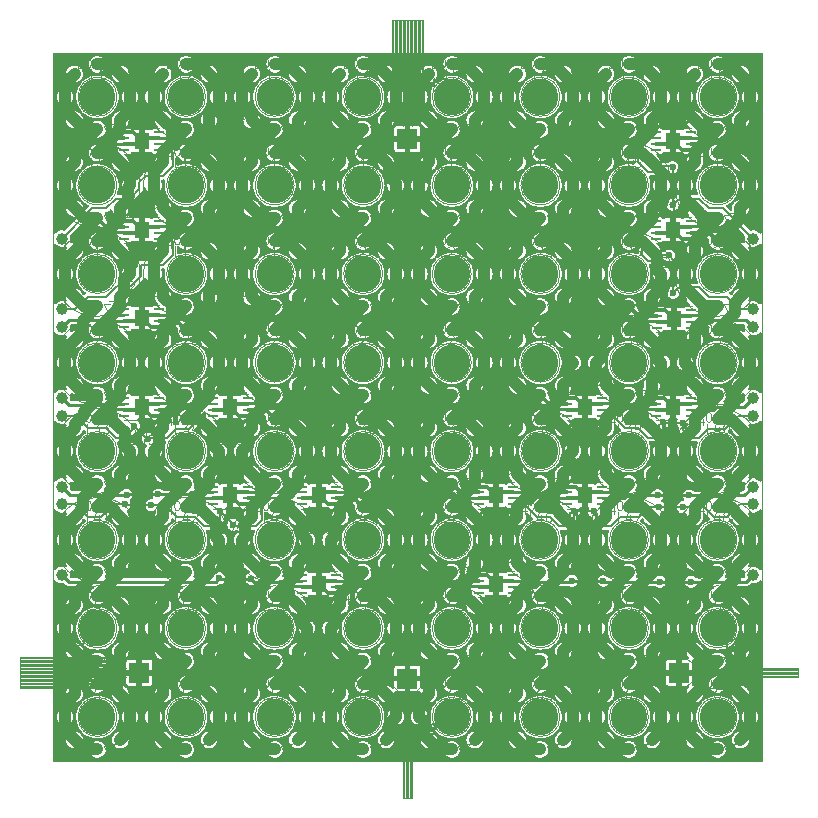
<source format=gbr>
%TF.GenerationSoftware,KiCad,Pcbnew,7.0.1*%
%TF.CreationDate,2023-09-19T08:28:07-04:00*%
%TF.ProjectId,TacTile-A,54616354-696c-4652-9d41-2e6b69636164,rev?*%
%TF.SameCoordinates,Original*%
%TF.FileFunction,Copper,L1,Top*%
%TF.FilePolarity,Positive*%
%FSLAX46Y46*%
G04 Gerber Fmt 4.6, Leading zero omitted, Abs format (unit mm)*
G04 Created by KiCad (PCBNEW 7.0.1) date 2023-09-19 08:28:07*
%MOMM*%
%LPD*%
G01*
G04 APERTURE LIST*
G04 Aperture macros list*
%AMRoundRect*
0 Rectangle with rounded corners*
0 $1 Rounding radius*
0 $2 $3 $4 $5 $6 $7 $8 $9 X,Y pos of 4 corners*
0 Add a 4 corners polygon primitive as box body*
4,1,4,$2,$3,$4,$5,$6,$7,$8,$9,$2,$3,0*
0 Add four circle primitives for the rounded corners*
1,1,$1+$1,$2,$3*
1,1,$1+$1,$4,$5*
1,1,$1+$1,$6,$7*
1,1,$1+$1,$8,$9*
0 Add four rect primitives between the rounded corners*
20,1,$1+$1,$2,$3,$4,$5,0*
20,1,$1+$1,$4,$5,$6,$7,0*
20,1,$1+$1,$6,$7,$8,$9,0*
20,1,$1+$1,$8,$9,$2,$3,0*%
G04 Aperture macros list end*
%TA.AperFunction,ComponentPad*%
%ADD10C,1.000000*%
%TD*%
%TA.AperFunction,SMDPad,CuDef*%
%ADD11RoundRect,0.062500X0.325000X0.062500X-0.325000X0.062500X-0.325000X-0.062500X0.325000X-0.062500X0*%
%TD*%
%TA.AperFunction,SMDPad,CuDef*%
%ADD12R,1.300000X1.400000*%
%TD*%
%TA.AperFunction,SMDPad,CuDef*%
%ADD13RoundRect,0.062500X-0.325000X-0.062500X0.325000X-0.062500X0.325000X0.062500X-0.325000X0.062500X0*%
%TD*%
%TA.AperFunction,ComponentPad*%
%ADD14R,1.700000X1.700000*%
%TD*%
%TA.AperFunction,ViaPad*%
%ADD15C,0.600000*%
%TD*%
%TA.AperFunction,Conductor*%
%ADD16C,0.300000*%
%TD*%
%TA.AperFunction,Conductor*%
%ADD17C,0.250000*%
%TD*%
%TA.AperFunction,Conductor*%
%ADD18C,0.200000*%
%TD*%
%TA.AperFunction,Conductor*%
%ADD19C,1.000000*%
%TD*%
%ADD20RoundRect,0.130000X0.130000X0.150000X-0.130000X0.150000X-0.130000X-0.150000X0.130000X-0.150000X0*%
%ADD21RoundRect,0.062500X0.325000X0.062500X-0.325000X0.062500X-0.325000X-0.062500X0.325000X-0.062500X0*%
%ADD22RoundRect,0.130000X-0.130000X-0.150000X0.130000X-0.150000X0.130000X0.150000X-0.130000X0.150000X0*%
%ADD23RoundRect,0.062500X-0.325000X-0.062500X0.325000X-0.062500X0.325000X0.062500X-0.325000X0.062500X0*%
%ADD24C,0.100000*%
%ADD25C,0.150000*%
%ADD26C,0.120000*%
%ADD27C,3.100000*%
%ADD28C,1.000000*%
%ADD29R,1.300000X1.400000*%
%ADD30R,1.700000X1.700000*%
%TA.AperFunction,Profile*%
%ADD31C,0.100000*%
%TD*%
G04 APERTURE END LIST*
D10*
%TO.P,L52,1,A*%
%TO.N,/GND7*%
X51250000Y-71000000D03*
%TO.P,L52,2,A*%
X53190000Y-71810000D03*
%TO.P,L52,3,A*%
X54000000Y-73750000D03*
%TO.P,L52,4,A*%
X53190000Y-75690000D03*
%TO.P,L52,5,A*%
%TO.N,/GND8*%
X49310000Y-71810000D03*
%TO.P,L52,6,A*%
X48500000Y-73750000D03*
%TO.P,L52,7,A*%
X49310000Y-75690000D03*
%TO.P,L52,8,A*%
X51250000Y-76500000D03*
%TD*%
%TO.P,L31,1,A*%
%TO.N,/GND13*%
X73750000Y-48500000D03*
%TO.P,L31,2,A*%
X75690000Y-49310000D03*
%TO.P,L31,3,A*%
X76500000Y-51250000D03*
%TO.P,L31,4,A*%
X75690000Y-53190000D03*
%TO.P,L31,5,A*%
%TO.N,/GND14*%
X71810000Y-49310000D03*
%TO.P,L31,6,A*%
X71000000Y-51250000D03*
%TO.P,L31,7,A*%
X71810000Y-53190000D03*
%TO.P,L31,8,A*%
X73750000Y-54000000D03*
%TD*%
%TO.P,L11,1,A*%
%TO.N,/GND5*%
X43750000Y-33500000D03*
%TO.P,L11,2,A*%
X45690000Y-34310000D03*
%TO.P,L11,3,A*%
X46500000Y-36250000D03*
%TO.P,L11,4,A*%
X45690000Y-38190000D03*
%TO.P,L11,5,A*%
%TO.N,/GND6*%
X41810000Y-34310000D03*
%TO.P,L11,6,A*%
X41000000Y-36250000D03*
%TO.P,L11,7,A*%
X41810000Y-38190000D03*
%TO.P,L11,8,A*%
X43750000Y-39000000D03*
%TD*%
%TO.P,L35,1,A*%
%TO.N,/GND5*%
X43750000Y-56000000D03*
%TO.P,L35,2,A*%
X45690000Y-56810000D03*
%TO.P,L35,3,A*%
X46500000Y-58750000D03*
%TO.P,L35,4,A*%
X45690000Y-60690000D03*
%TO.P,L35,5,A*%
%TO.N,/GND6*%
X41810000Y-56810000D03*
%TO.P,L35,6,A*%
X41000000Y-58750000D03*
%TO.P,L35,7,A*%
X41810000Y-60690000D03*
%TO.P,L35,8,A*%
X43750000Y-61500000D03*
%TD*%
%TO.P,JMP2,1,A*%
%TO.N,/INP1*%
X25750000Y-46750000D03*
%TD*%
%TO.P,L27,1,A*%
%TO.N,/GND5*%
X43750000Y-48500000D03*
%TO.P,L27,2,A*%
X45690000Y-49310000D03*
%TO.P,L27,3,A*%
X46500000Y-51250000D03*
%TO.P,L27,4,A*%
X45690000Y-53190000D03*
%TO.P,L27,5,A*%
%TO.N,/GND6*%
X41810000Y-49310000D03*
%TO.P,L27,6,A*%
X41000000Y-51250000D03*
%TO.P,L27,7,A*%
X41810000Y-53190000D03*
%TO.P,L27,8,A*%
X43750000Y-54000000D03*
%TD*%
%TO.P,JMP8,1,A*%
%TO.N,/INP7*%
X25750000Y-69250000D03*
%TD*%
%TO.P,L17,1,A*%
%TO.N,/GND1*%
X28750000Y-41000000D03*
%TO.P,L17,2,A*%
X30690000Y-41810000D03*
%TO.P,L17,3,A*%
X31500000Y-43750000D03*
%TO.P,L17,4,A*%
X30690000Y-45690000D03*
%TO.P,L17,5,A*%
%TO.N,/GND2*%
X26810000Y-41810000D03*
%TO.P,L17,6,A*%
X26000000Y-43750000D03*
%TO.P,L17,7,A*%
X26810000Y-45690000D03*
%TO.P,L17,8,A*%
X28750000Y-46500000D03*
%TD*%
D11*
%TO.P,U10,1,ENA*%
%TO.N,unconnected-(U10-ENA-Pad1)*%
X63962500Y-63250000D03*
%TO.P,U10,2,INA*%
%TO.N,/INP9*%
X63962500Y-62750000D03*
%TO.P,U10,3,GND*%
%TO.N,/GND*%
X63962500Y-62250000D03*
%TO.P,U10,4,INB*%
%TO.N,unconnected-(U10-INB-Pad4)*%
X63962500Y-61750000D03*
%TO.P,U10,5,OUTB*%
%TO.N,/GND*%
X61037500Y-61750000D03*
%TO.P,U10,6,V+*%
%TO.N,/GND10*%
X61037500Y-62250000D03*
%TO.P,U10,7,OUTA*%
%TO.N,/GND*%
X61037500Y-62750000D03*
%TO.P,U10,8,ENB*%
%TO.N,unconnected-(U10-ENB-Pad8)*%
X61037500Y-63250000D03*
D12*
%TO.P,U10,9,GND*%
%TO.N,/GND*%
X62500000Y-62500000D03*
%TD*%
D10*
%TO.P,L24,1,A*%
%TO.N,/GND15*%
X81250000Y-41000000D03*
%TO.P,L24,2,A*%
X83190000Y-41810000D03*
%TO.P,L24,3,A*%
X84000000Y-43750000D03*
%TO.P,L24,4,A*%
X83190000Y-45690000D03*
%TO.P,L24,5,A*%
%TO.N,/GND16*%
X79310000Y-41810000D03*
%TO.P,L24,6,A*%
X78500000Y-43750000D03*
%TO.P,L24,7,A*%
X79310000Y-45690000D03*
%TO.P,L24,8,A*%
X81250000Y-46500000D03*
%TD*%
D11*
%TO.P,U12,1,ENA*%
%TO.N,unconnected-(U12-ENA-Pad1)*%
X71462500Y-55750000D03*
%TO.P,U12,2,INA*%
%TO.N,/INP11*%
X71462500Y-55250000D03*
%TO.P,U12,3,GND*%
%TO.N,/GND*%
X71462500Y-54750000D03*
%TO.P,U12,4,INB*%
%TO.N,unconnected-(U12-INB-Pad4)*%
X71462500Y-54250000D03*
%TO.P,U12,5,OUTB*%
%TO.N,/GND*%
X68537500Y-54250000D03*
%TO.P,U12,6,V+*%
%TO.N,/GND12*%
X68537500Y-54750000D03*
%TO.P,U12,7,OUTA*%
%TO.N,/GND*%
X68537500Y-55250000D03*
%TO.P,U12,8,ENB*%
%TO.N,unconnected-(U12-ENB-Pad8)*%
X68537500Y-55750000D03*
D12*
%TO.P,U12,9,GND*%
%TO.N,/GND*%
X70000000Y-55000000D03*
%TD*%
D10*
%TO.P,JMP16,1,A*%
%TO.N,/INP15*%
X84250000Y-40750000D03*
%TD*%
%TO.P,JMP6,1,A*%
%TO.N,/INP5*%
X25750000Y-61750000D03*
%TD*%
%TO.P,L4,1,A*%
%TO.N,/GND7*%
X51250000Y-26000000D03*
%TO.P,L4,2,A*%
X53190000Y-26810000D03*
%TO.P,L4,3,A*%
X54000000Y-28750000D03*
%TO.P,L4,4,A*%
X53190000Y-30690000D03*
%TO.P,L4,5,A*%
%TO.N,/GND8*%
X49310000Y-26810000D03*
%TO.P,L4,6,A*%
X48500000Y-28750000D03*
%TO.P,L4,7,A*%
X49310000Y-30690000D03*
%TO.P,L4,8,A*%
X51250000Y-31500000D03*
%TD*%
%TO.P,L62,1,A*%
%TO.N,/GND11*%
X66250000Y-78500000D03*
%TO.P,L62,2,A*%
X68190000Y-79310000D03*
%TO.P,L62,3,A*%
X69000000Y-81250000D03*
%TO.P,L62,4,A*%
X68190000Y-83190000D03*
%TO.P,L62,5,A*%
%TO.N,/GND12*%
X64310000Y-79310000D03*
%TO.P,L62,6,A*%
X63500000Y-81250000D03*
%TO.P,L62,7,A*%
X64310000Y-83190000D03*
%TO.P,L62,8,A*%
X66250000Y-84000000D03*
%TD*%
%TO.P,L53,1,A*%
%TO.N,/GND9*%
X58750000Y-71000000D03*
%TO.P,L53,2,A*%
X60690000Y-71810000D03*
%TO.P,L53,3,A*%
X61500000Y-73750000D03*
%TO.P,L53,4,A*%
X60690000Y-75690000D03*
%TO.P,L53,5,A*%
%TO.N,/GND10*%
X56810000Y-71810000D03*
%TO.P,L53,6,A*%
X56000000Y-73750000D03*
%TO.P,L53,7,A*%
X56810000Y-75690000D03*
%TO.P,L53,8,A*%
X58750000Y-76500000D03*
%TD*%
D11*
%TO.P,U13,1,ENA*%
%TO.N,unconnected-(U13-ENA-Pad1)*%
X78962500Y-55750000D03*
%TO.P,U13,2,INA*%
%TO.N,/INP12*%
X78962500Y-55250000D03*
%TO.P,U13,3,GND*%
%TO.N,/GND*%
X78962500Y-54750000D03*
%TO.P,U13,4,INB*%
%TO.N,unconnected-(U13-INB-Pad4)*%
X78962500Y-54250000D03*
%TO.P,U13,5,OUTB*%
%TO.N,/GND*%
X76037500Y-54250000D03*
%TO.P,U13,6,V+*%
%TO.N,/GND13*%
X76037500Y-54750000D03*
%TO.P,U13,7,OUTA*%
%TO.N,/GND*%
X76037500Y-55250000D03*
%TO.P,U13,8,ENB*%
%TO.N,unconnected-(U13-ENB-Pad8)*%
X76037500Y-55750000D03*
D12*
%TO.P,U13,9,GND*%
%TO.N,/GND*%
X77500000Y-55000000D03*
%TD*%
D11*
%TO.P,U1,1,ENA*%
%TO.N,unconnected-(U1-ENA-Pad1)*%
X33962500Y-33250000D03*
%TO.P,U1,2,INA*%
%TO.N,/INP0*%
X33962500Y-32750000D03*
%TO.P,U1,3,GND*%
%TO.N,/GND*%
X33962500Y-32250000D03*
%TO.P,U1,4,INB*%
%TO.N,unconnected-(U1-INB-Pad4)*%
X33962500Y-31750000D03*
%TO.P,U1,5,OUTB*%
%TO.N,/GND*%
X31037500Y-31750000D03*
%TO.P,U1,6,V+*%
%TO.N,/GND1*%
X31037500Y-32250000D03*
%TO.P,U1,7,OUTA*%
%TO.N,/GND*%
X31037500Y-32750000D03*
%TO.P,U1,8,ENB*%
%TO.N,unconnected-(U1-ENB-Pad8)*%
X31037500Y-33250000D03*
D12*
%TO.P,U1,9,GND*%
%TO.N,/GND*%
X32500000Y-32500000D03*
%TD*%
D10*
%TO.P,JMP13,1,A*%
%TO.N,/INP12*%
X84250000Y-54250000D03*
%TD*%
%TO.P,L19,1,A*%
%TO.N,/GND5*%
X43750000Y-41000000D03*
%TO.P,L19,2,A*%
X45690000Y-41810000D03*
%TO.P,L19,3,A*%
X46500000Y-43750000D03*
%TO.P,L19,4,A*%
X45690000Y-45690000D03*
%TO.P,L19,5,A*%
%TO.N,/GND6*%
X41810000Y-41810000D03*
%TO.P,L19,6,A*%
X41000000Y-43750000D03*
%TO.P,L19,7,A*%
X41810000Y-45690000D03*
%TO.P,L19,8,A*%
X43750000Y-46500000D03*
%TD*%
%TO.P,L30,1,A*%
%TO.N,/GND11*%
X66250000Y-48500000D03*
%TO.P,L30,2,A*%
X68190000Y-49310000D03*
%TO.P,L30,3,A*%
X69000000Y-51250000D03*
%TO.P,L30,4,A*%
X68190000Y-53190000D03*
%TO.P,L30,5,A*%
%TO.N,/GND12*%
X64310000Y-49310000D03*
%TO.P,L30,6,A*%
X63500000Y-51250000D03*
%TO.P,L30,7,A*%
X64310000Y-53190000D03*
%TO.P,L30,8,A*%
X66250000Y-54000000D03*
%TD*%
%TO.P,L45,1,A*%
%TO.N,/GND9*%
X58750000Y-63500000D03*
%TO.P,L45,2,A*%
X60690000Y-64310000D03*
%TO.P,L45,3,A*%
X61500000Y-66250000D03*
%TO.P,L45,4,A*%
X60690000Y-68190000D03*
%TO.P,L45,5,A*%
%TO.N,/GND10*%
X56810000Y-64310000D03*
%TO.P,L45,6,A*%
X56000000Y-66250000D03*
%TO.P,L45,7,A*%
X56810000Y-68190000D03*
%TO.P,L45,8,A*%
X58750000Y-69000000D03*
%TD*%
%TO.P,L36,1,A*%
%TO.N,/GND7*%
X51250000Y-56000000D03*
%TO.P,L36,2,A*%
X53190000Y-56810000D03*
%TO.P,L36,3,A*%
X54000000Y-58750000D03*
%TO.P,L36,4,A*%
X53190000Y-60690000D03*
%TO.P,L36,5,A*%
%TO.N,/GND8*%
X49310000Y-56810000D03*
%TO.P,L36,6,A*%
X48500000Y-58750000D03*
%TO.P,L36,7,A*%
X49310000Y-60690000D03*
%TO.P,L36,8,A*%
X51250000Y-61500000D03*
%TD*%
%TO.P,JMP14,1,A*%
%TO.N,/INP13*%
X84250000Y-48250000D03*
%TD*%
%TO.P,L38,1,A*%
%TO.N,/GND11*%
X66250000Y-56000000D03*
%TO.P,L38,2,A*%
X68190000Y-56810000D03*
%TO.P,L38,3,A*%
X69000000Y-58750000D03*
%TO.P,L38,4,A*%
X68190000Y-60690000D03*
%TO.P,L38,5,A*%
%TO.N,/GND12*%
X64310000Y-56810000D03*
%TO.P,L38,6,A*%
X63500000Y-58750000D03*
%TO.P,L38,7,A*%
X64310000Y-60690000D03*
%TO.P,L38,8,A*%
X66250000Y-61500000D03*
%TD*%
%TO.P,L16,1,A*%
%TO.N,/GND15*%
X81250000Y-33500000D03*
%TO.P,L16,2,A*%
X83190000Y-34310000D03*
%TO.P,L16,3,A*%
X84000000Y-36250000D03*
%TO.P,L16,4,A*%
X83190000Y-38190000D03*
%TO.P,L16,5,A*%
%TO.N,/GND16*%
X79310000Y-34310000D03*
%TO.P,L16,6,A*%
X78500000Y-36250000D03*
%TO.P,L16,7,A*%
X79310000Y-38190000D03*
%TO.P,L16,8,A*%
X81250000Y-39000000D03*
%TD*%
%TO.P,L2,1,A*%
%TO.N,/GND3*%
X36250000Y-26000000D03*
%TO.P,L2,2,A*%
X38190000Y-26810000D03*
%TO.P,L2,3,A*%
X39000000Y-28750000D03*
%TO.P,L2,4,A*%
X38190000Y-30690000D03*
%TO.P,L2,5,A*%
%TO.N,/GND4*%
X34310000Y-26810000D03*
%TO.P,L2,6,A*%
X33500000Y-28750000D03*
%TO.P,L2,7,A*%
X34310000Y-30690000D03*
%TO.P,L2,8,A*%
X36250000Y-31500000D03*
%TD*%
%TO.P,JMP4,1,A*%
%TO.N,/INP3*%
X25750000Y-54250000D03*
%TD*%
%TO.P,L59,1,A*%
%TO.N,/GND5*%
X43750000Y-78500000D03*
%TO.P,L59,2,A*%
X45690000Y-79310000D03*
%TO.P,L59,3,A*%
X46500000Y-81250000D03*
%TO.P,L59,4,A*%
X45690000Y-83190000D03*
%TO.P,L59,5,A*%
%TO.N,/GND6*%
X41810000Y-79310000D03*
%TO.P,L59,6,A*%
X41000000Y-81250000D03*
%TO.P,L59,7,A*%
X41810000Y-83190000D03*
%TO.P,L59,8,A*%
X43750000Y-84000000D03*
%TD*%
%TO.P,L34,1,A*%
%TO.N,/GND3*%
X36250000Y-56000000D03*
%TO.P,L34,2,A*%
X38190000Y-56810000D03*
%TO.P,L34,3,A*%
X39000000Y-58750000D03*
%TO.P,L34,4,A*%
X38190000Y-60690000D03*
%TO.P,L34,5,A*%
%TO.N,/GND4*%
X34310000Y-56810000D03*
%TO.P,L34,6,A*%
X33500000Y-58750000D03*
%TO.P,L34,7,A*%
X34310000Y-60690000D03*
%TO.P,L34,8,A*%
X36250000Y-61500000D03*
%TD*%
D13*
%TO.P,U6,1,ENA*%
%TO.N,unconnected-(U6-ENA-Pad1)*%
X38537500Y-61750000D03*
%TO.P,U6,2,INA*%
%TO.N,/INP5*%
X38537500Y-62250000D03*
%TO.P,U6,3,GND*%
%TO.N,/GND*%
X38537500Y-62750000D03*
%TO.P,U6,4,INB*%
%TO.N,unconnected-(U6-INB-Pad4)*%
X38537500Y-63250000D03*
%TO.P,U6,5,OUTB*%
%TO.N,/GND*%
X41462500Y-63250000D03*
%TO.P,U6,6,V+*%
%TO.N,/GND6*%
X41462500Y-62750000D03*
%TO.P,U6,7,OUTA*%
%TO.N,/GND*%
X41462500Y-62250000D03*
%TO.P,U6,8,ENB*%
%TO.N,unconnected-(U6-ENB-Pad8)*%
X41462500Y-61750000D03*
D12*
%TO.P,U6,9,GND*%
%TO.N,/GND*%
X40000000Y-62500000D03*
%TD*%
D10*
%TO.P,L49,1,A*%
%TO.N,/GND1*%
X28750000Y-71000000D03*
%TO.P,L49,2,A*%
X30690000Y-71810000D03*
%TO.P,L49,3,A*%
X31500000Y-73750000D03*
%TO.P,L49,4,A*%
X30690000Y-75690000D03*
%TO.P,L49,5,A*%
%TO.N,/GND2*%
X26810000Y-71810000D03*
%TO.P,L49,6,A*%
X26000000Y-73750000D03*
%TO.P,L49,7,A*%
X26810000Y-75690000D03*
%TO.P,L49,8,A*%
X28750000Y-76500000D03*
%TD*%
%TO.P,L15,1,A*%
%TO.N,/GND13*%
X73750000Y-33500000D03*
%TO.P,L15,2,A*%
X75690000Y-34310000D03*
%TO.P,L15,3,A*%
X76500000Y-36250000D03*
%TO.P,L15,4,A*%
X75690000Y-38190000D03*
%TO.P,L15,5,A*%
%TO.N,/GND14*%
X71810000Y-34310000D03*
%TO.P,L15,6,A*%
X71000000Y-36250000D03*
%TO.P,L15,7,A*%
X71810000Y-38190000D03*
%TO.P,L15,8,A*%
X73750000Y-39000000D03*
%TD*%
D11*
%TO.P,U14,1,ENA*%
%TO.N,unconnected-(U14-ENA-Pad1)*%
X79012500Y-48300000D03*
%TO.P,U14,2,INA*%
%TO.N,/INP13*%
X79012500Y-47800000D03*
%TO.P,U14,3,GND*%
%TO.N,/GND*%
X79012500Y-47300000D03*
%TO.P,U14,4,INB*%
%TO.N,unconnected-(U14-INB-Pad4)*%
X79012500Y-46800000D03*
%TO.P,U14,5,OUTB*%
%TO.N,/GND*%
X76087500Y-46800000D03*
%TO.P,U14,6,V+*%
%TO.N,/GND14*%
X76087500Y-47300000D03*
%TO.P,U14,7,OUTA*%
%TO.N,/GND*%
X76087500Y-47800000D03*
%TO.P,U14,8,ENB*%
%TO.N,unconnected-(U14-ENB-Pad8)*%
X76087500Y-48300000D03*
D12*
%TO.P,U14,9,GND*%
%TO.N,/GND*%
X77550000Y-47550000D03*
%TD*%
D10*
%TO.P,L39,1,A*%
%TO.N,/GND13*%
X73750000Y-56000000D03*
%TO.P,L39,2,A*%
X75690000Y-56810000D03*
%TO.P,L39,3,A*%
X76500000Y-58750000D03*
%TO.P,L39,4,A*%
X75690000Y-60690000D03*
%TO.P,L39,5,A*%
%TO.N,/GND14*%
X71810000Y-56810000D03*
%TO.P,L39,6,A*%
X71000000Y-58750000D03*
%TO.P,L39,7,A*%
X71810000Y-60690000D03*
%TO.P,L39,8,A*%
X73750000Y-61500000D03*
%TD*%
%TO.P,L47,1,A*%
%TO.N,/GND13*%
X73750000Y-63500000D03*
%TO.P,L47,2,A*%
X75690000Y-64310000D03*
%TO.P,L47,3,A*%
X76500000Y-66250000D03*
%TO.P,L47,4,A*%
X75690000Y-68190000D03*
%TO.P,L47,5,A*%
%TO.N,/GND14*%
X71810000Y-64310000D03*
%TO.P,L47,6,A*%
X71000000Y-66250000D03*
%TO.P,L47,7,A*%
X71810000Y-68190000D03*
%TO.P,L47,8,A*%
X73750000Y-69000000D03*
%TD*%
%TO.P,L64,1,A*%
%TO.N,/GND15*%
X81250000Y-78500000D03*
%TO.P,L64,2,A*%
X83190000Y-79310000D03*
%TO.P,L64,3,A*%
X84000000Y-81250000D03*
%TO.P,L64,4,A*%
X83190000Y-83190000D03*
%TO.P,L64,5,A*%
%TO.N,/GND16*%
X79310000Y-79310000D03*
%TO.P,L64,6,A*%
X78500000Y-81250000D03*
%TO.P,L64,7,A*%
X79310000Y-83190000D03*
%TO.P,L64,8,A*%
X81250000Y-84000000D03*
%TD*%
D13*
%TO.P,U4,1,ENA*%
%TO.N,unconnected-(U4-ENA-Pad1)*%
X31037500Y-54250000D03*
%TO.P,U4,2,INA*%
%TO.N,/INP3*%
X31037500Y-54750000D03*
%TO.P,U4,3,GND*%
%TO.N,/GND*%
X31037500Y-55250000D03*
%TO.P,U4,4,INB*%
%TO.N,unconnected-(U4-INB-Pad4)*%
X31037500Y-55750000D03*
%TO.P,U4,5,OUTB*%
%TO.N,/GND*%
X33962500Y-55750000D03*
%TO.P,U4,6,V+*%
%TO.N,/GND4*%
X33962500Y-55250000D03*
%TO.P,U4,7,OUTA*%
%TO.N,/GND*%
X33962500Y-54750000D03*
%TO.P,U4,8,ENB*%
%TO.N,unconnected-(U4-ENB-Pad8)*%
X33962500Y-54250000D03*
D12*
%TO.P,U4,9,GND*%
%TO.N,/GND*%
X32500000Y-55000000D03*
%TD*%
D10*
%TO.P,JMP7,1,A*%
%TO.N,/INP6*%
X25750000Y-63250000D03*
%TD*%
%TO.P,L55,1,A*%
%TO.N,/GND13*%
X73750000Y-71000000D03*
%TO.P,L55,2,A*%
X75690000Y-71810000D03*
%TO.P,L55,3,A*%
X76500000Y-73750000D03*
%TO.P,L55,4,A*%
X75690000Y-75690000D03*
%TO.P,L55,5,A*%
%TO.N,/GND14*%
X71810000Y-71810000D03*
%TO.P,L55,6,A*%
X71000000Y-73750000D03*
%TO.P,L55,7,A*%
X71810000Y-75690000D03*
%TO.P,L55,8,A*%
X73750000Y-76500000D03*
%TD*%
D13*
%TO.P,U3,1,ENA*%
%TO.N,unconnected-(U3-ENA-Pad1)*%
X31037500Y-46750000D03*
%TO.P,U3,2,INA*%
%TO.N,/INP2*%
X31037500Y-47250000D03*
%TO.P,U3,3,GND*%
%TO.N,/GND*%
X31037500Y-47750000D03*
%TO.P,U3,4,INB*%
%TO.N,unconnected-(U3-INB-Pad4)*%
X31037500Y-48250000D03*
%TO.P,U3,5,OUTB*%
%TO.N,/GND*%
X33962500Y-48250000D03*
%TO.P,U3,6,V+*%
%TO.N,/GND3*%
X33962500Y-47750000D03*
%TO.P,U3,7,OUTA*%
%TO.N,/GND*%
X33962500Y-47250000D03*
%TO.P,U3,8,ENB*%
%TO.N,unconnected-(U3-ENB-Pad8)*%
X33962500Y-46750000D03*
D12*
%TO.P,U3,9,GND*%
%TO.N,/GND*%
X32500000Y-47500000D03*
%TD*%
D10*
%TO.P,L51,1,A*%
%TO.N,/GND5*%
X43750000Y-71000000D03*
%TO.P,L51,2,A*%
X45690000Y-71810000D03*
%TO.P,L51,3,A*%
X46500000Y-73750000D03*
%TO.P,L51,4,A*%
X45690000Y-75690000D03*
%TO.P,L51,5,A*%
%TO.N,/GND6*%
X41810000Y-71810000D03*
%TO.P,L51,6,A*%
X41000000Y-73750000D03*
%TO.P,L51,7,A*%
X41810000Y-75690000D03*
%TO.P,L51,8,A*%
X43750000Y-76500000D03*
%TD*%
%TO.P,L12,1,A*%
%TO.N,/GND7*%
X51250000Y-33500000D03*
%TO.P,L12,2,A*%
X53190000Y-34310000D03*
%TO.P,L12,3,A*%
X54000000Y-36250000D03*
%TO.P,L12,4,A*%
X53190000Y-38190000D03*
%TO.P,L12,5,A*%
%TO.N,/GND8*%
X49310000Y-34310000D03*
%TO.P,L12,6,A*%
X48500000Y-36250000D03*
%TO.P,L12,7,A*%
X49310000Y-38190000D03*
%TO.P,L12,8,A*%
X51250000Y-39000000D03*
%TD*%
%TO.P,L54,1,A*%
%TO.N,/GND11*%
X66250000Y-71000000D03*
%TO.P,L54,2,A*%
X68190000Y-71810000D03*
%TO.P,L54,3,A*%
X69000000Y-73750000D03*
%TO.P,L54,4,A*%
X68190000Y-75690000D03*
%TO.P,L54,5,A*%
%TO.N,/GND12*%
X64310000Y-71810000D03*
%TO.P,L54,6,A*%
X63500000Y-73750000D03*
%TO.P,L54,7,A*%
X64310000Y-75690000D03*
%TO.P,L54,8,A*%
X66250000Y-76500000D03*
%TD*%
%TO.P,L3,1,A*%
%TO.N,/GND5*%
X43750000Y-26000000D03*
%TO.P,L3,2,A*%
X45690000Y-26810000D03*
%TO.P,L3,3,A*%
X46500000Y-28750000D03*
%TO.P,L3,4,A*%
X45690000Y-30690000D03*
%TO.P,L3,5,A*%
%TO.N,/GND6*%
X41810000Y-26810000D03*
%TO.P,L3,6,A*%
X41000000Y-28750000D03*
%TO.P,L3,7,A*%
X41810000Y-30690000D03*
%TO.P,L3,8,A*%
X43750000Y-31500000D03*
%TD*%
%TO.P,L6,1,A*%
%TO.N,/GND11*%
X66250000Y-26000000D03*
%TO.P,L6,2,A*%
X68190000Y-26810000D03*
%TO.P,L6,3,A*%
X69000000Y-28750000D03*
%TO.P,L6,4,A*%
X68190000Y-30690000D03*
%TO.P,L6,5,A*%
%TO.N,/GND12*%
X64310000Y-26810000D03*
%TO.P,L6,6,A*%
X63500000Y-28750000D03*
%TO.P,L6,7,A*%
X64310000Y-30690000D03*
%TO.P,L6,8,A*%
X66250000Y-31500000D03*
%TD*%
D11*
%TO.P,U2,1,ENA*%
%TO.N,unconnected-(U2-ENA-Pad1)*%
X33962500Y-40750000D03*
%TO.P,U2,2,INA*%
%TO.N,/INP1*%
X33962500Y-40250000D03*
%TO.P,U2,3,GND*%
%TO.N,/GND*%
X33962500Y-39750000D03*
%TO.P,U2,4,INB*%
%TO.N,unconnected-(U2-INB-Pad4)*%
X33962500Y-39250000D03*
%TO.P,U2,5,OUTB*%
%TO.N,/GND*%
X31037500Y-39250000D03*
%TO.P,U2,6,V+*%
%TO.N,/GND2*%
X31037500Y-39750000D03*
%TO.P,U2,7,OUTA*%
%TO.N,/GND*%
X31037500Y-40250000D03*
%TO.P,U2,8,ENB*%
%TO.N,unconnected-(U2-ENB-Pad8)*%
X31037500Y-40750000D03*
D12*
%TO.P,U2,9,GND*%
%TO.N,/GND*%
X32500000Y-40000000D03*
%TD*%
D10*
%TO.P,JMP5,1,A*%
%TO.N,/INP4*%
X25750000Y-55750000D03*
%TD*%
D13*
%TO.P,U16,1,ENA*%
%TO.N,unconnected-(U16-ENA-Pad1)*%
X76037500Y-31750000D03*
%TO.P,U16,2,INA*%
%TO.N,/INP15*%
X76037500Y-32250000D03*
%TO.P,U16,3,GND*%
%TO.N,/GND*%
X76037500Y-32750000D03*
%TO.P,U16,4,INB*%
%TO.N,unconnected-(U16-INB-Pad4)*%
X76037500Y-33250000D03*
%TO.P,U16,5,OUTB*%
%TO.N,/GND*%
X78962500Y-33250000D03*
%TO.P,U16,6,V+*%
%TO.N,/GND16*%
X78962500Y-32750000D03*
%TO.P,U16,7,OUTA*%
%TO.N,/GND*%
X78962500Y-32250000D03*
%TO.P,U16,8,ENB*%
%TO.N,unconnected-(U16-ENB-Pad8)*%
X78962500Y-31750000D03*
D12*
%TO.P,U16,9,GND*%
%TO.N,/GND*%
X77500000Y-32500000D03*
%TD*%
D14*
%TO.P,J4,1,Pin_1*%
%TO.N,/GND*%
X55000000Y-78000000D03*
%TD*%
D10*
%TO.P,JMP1,1,A*%
%TO.N,/INP0*%
X25750000Y-40750000D03*
%TD*%
%TO.P,JMP15,1,A*%
%TO.N,/INP14*%
X84250000Y-46750000D03*
%TD*%
%TO.P,L5,1,A*%
%TO.N,/GND9*%
X58750000Y-26000000D03*
%TO.P,L5,2,A*%
X60690000Y-26810000D03*
%TO.P,L5,3,A*%
X61500000Y-28750000D03*
%TO.P,L5,4,A*%
X60690000Y-30690000D03*
%TO.P,L5,5,A*%
%TO.N,/GND10*%
X56810000Y-26810000D03*
%TO.P,L5,6,A*%
X56000000Y-28750000D03*
%TO.P,L5,7,A*%
X56810000Y-30690000D03*
%TO.P,L5,8,A*%
X58750000Y-31500000D03*
%TD*%
%TO.P,L20,1,A*%
%TO.N,/GND7*%
X51250000Y-41000000D03*
%TO.P,L20,2,A*%
X53190000Y-41810000D03*
%TO.P,L20,3,A*%
X54000000Y-43750000D03*
%TO.P,L20,4,A*%
X53190000Y-45690000D03*
%TO.P,L20,5,A*%
%TO.N,/GND8*%
X49310000Y-41810000D03*
%TO.P,L20,6,A*%
X48500000Y-43750000D03*
%TO.P,L20,7,A*%
X49310000Y-45690000D03*
%TO.P,L20,8,A*%
X51250000Y-46500000D03*
%TD*%
%TO.P,L46,1,A*%
%TO.N,/GND11*%
X66250000Y-63500000D03*
%TO.P,L46,2,A*%
X68190000Y-64310000D03*
%TO.P,L46,3,A*%
X69000000Y-66250000D03*
%TO.P,L46,4,A*%
X68190000Y-68190000D03*
%TO.P,L46,5,A*%
%TO.N,/GND12*%
X64310000Y-64310000D03*
%TO.P,L46,6,A*%
X63500000Y-66250000D03*
%TO.P,L46,7,A*%
X64310000Y-68190000D03*
%TO.P,L46,8,A*%
X66250000Y-69000000D03*
%TD*%
%TO.P,L23,1,A*%
%TO.N,/GND13*%
X73750000Y-41000000D03*
%TO.P,L23,2,A*%
X75690000Y-41810000D03*
%TO.P,L23,3,A*%
X76500000Y-43750000D03*
%TO.P,L23,4,A*%
X75690000Y-45690000D03*
%TO.P,L23,5,A*%
%TO.N,/GND14*%
X71810000Y-41810000D03*
%TO.P,L23,6,A*%
X71000000Y-43750000D03*
%TO.P,L23,7,A*%
X71810000Y-45690000D03*
%TO.P,L23,8,A*%
X73750000Y-46500000D03*
%TD*%
%TO.P,L10,1,A*%
%TO.N,/GND3*%
X36250000Y-33500000D03*
%TO.P,L10,2,A*%
X38190000Y-34310000D03*
%TO.P,L10,3,A*%
X39000000Y-36250000D03*
%TO.P,L10,4,A*%
X38190000Y-38190000D03*
%TO.P,L10,5,A*%
%TO.N,/GND4*%
X34310000Y-34310000D03*
%TO.P,L10,6,A*%
X33500000Y-36250000D03*
%TO.P,L10,7,A*%
X34310000Y-38190000D03*
%TO.P,L10,8,A*%
X36250000Y-39000000D03*
%TD*%
D13*
%TO.P,U8,1,ENA*%
%TO.N,unconnected-(U8-ENA-Pad1)*%
X46037500Y-69250000D03*
%TO.P,U8,2,INA*%
%TO.N,/INP7*%
X46037500Y-69750000D03*
%TO.P,U8,3,GND*%
%TO.N,/GND*%
X46037500Y-70250000D03*
%TO.P,U8,4,INB*%
%TO.N,unconnected-(U8-INB-Pad4)*%
X46037500Y-70750000D03*
%TO.P,U8,5,OUTB*%
%TO.N,/GND*%
X48962500Y-70750000D03*
%TO.P,U8,6,V+*%
%TO.N,/GND8*%
X48962500Y-70250000D03*
%TO.P,U8,7,OUTA*%
%TO.N,/GND*%
X48962500Y-69750000D03*
%TO.P,U8,8,ENB*%
%TO.N,unconnected-(U8-ENB-Pad8)*%
X48962500Y-69250000D03*
D12*
%TO.P,U8,9,GND*%
%TO.N,/GND*%
X47500000Y-70000000D03*
%TD*%
D10*
%TO.P,JMP9,1,A*%
%TO.N,/INP8*%
X84250000Y-69250000D03*
%TD*%
%TO.P,L56,1,A*%
%TO.N,/GND15*%
X81250000Y-71000000D03*
%TO.P,L56,2,A*%
X83190000Y-71810000D03*
%TO.P,L56,3,A*%
X84000000Y-73750000D03*
%TO.P,L56,4,A*%
X83190000Y-75690000D03*
%TO.P,L56,5,A*%
%TO.N,/GND16*%
X79310000Y-71810000D03*
%TO.P,L56,6,A*%
X78500000Y-73750000D03*
%TO.P,L56,7,A*%
X79310000Y-75690000D03*
%TO.P,L56,8,A*%
X81250000Y-76500000D03*
%TD*%
%TO.P,L37,1,A*%
%TO.N,/GND9*%
X58750000Y-56000000D03*
%TO.P,L37,2,A*%
X60690000Y-56810000D03*
%TO.P,L37,3,A*%
X61500000Y-58750000D03*
%TO.P,L37,4,A*%
X60690000Y-60690000D03*
%TO.P,L37,5,A*%
%TO.N,/GND10*%
X56810000Y-56810000D03*
%TO.P,L37,6,A*%
X56000000Y-58750000D03*
%TO.P,L37,7,A*%
X56810000Y-60690000D03*
%TO.P,L37,8,A*%
X58750000Y-61500000D03*
%TD*%
%TO.P,L33,1,A*%
%TO.N,/GND1*%
X28750000Y-56000000D03*
%TO.P,L33,2,A*%
X30690000Y-56810000D03*
%TO.P,L33,3,A*%
X31500000Y-58750000D03*
%TO.P,L33,4,A*%
X30690000Y-60690000D03*
%TO.P,L33,5,A*%
%TO.N,/GND2*%
X26810000Y-56810000D03*
%TO.P,L33,6,A*%
X26000000Y-58750000D03*
%TO.P,L33,7,A*%
X26810000Y-60690000D03*
%TO.P,L33,8,A*%
X28750000Y-61500000D03*
%TD*%
D14*
%TO.P,J3,1,Pin_1*%
%TO.N,/GND*%
X55000000Y-32300000D03*
%TD*%
D10*
%TO.P,JMP12,1,A*%
%TO.N,/INP11*%
X84250000Y-55750000D03*
%TD*%
D13*
%TO.P,U7,1,ENA*%
%TO.N,unconnected-(U7-ENA-Pad1)*%
X46037500Y-61750000D03*
%TO.P,U7,2,INA*%
%TO.N,/INP6*%
X46037500Y-62250000D03*
%TO.P,U7,3,GND*%
%TO.N,/GND*%
X46037500Y-62750000D03*
%TO.P,U7,4,INB*%
%TO.N,unconnected-(U7-INB-Pad4)*%
X46037500Y-63250000D03*
%TO.P,U7,5,OUTB*%
%TO.N,/GND*%
X48962500Y-63250000D03*
%TO.P,U7,6,V+*%
%TO.N,/GND7*%
X48962500Y-62750000D03*
%TO.P,U7,7,OUTA*%
%TO.N,/GND*%
X48962500Y-62250000D03*
%TO.P,U7,8,ENB*%
%TO.N,unconnected-(U7-ENB-Pad8)*%
X48962500Y-61750000D03*
D12*
%TO.P,U7,9,GND*%
%TO.N,/GND*%
X47500000Y-62500000D03*
%TD*%
D10*
%TO.P,L26,1,A*%
%TO.N,/GND3*%
X36250000Y-48500000D03*
%TO.P,L26,2,A*%
X38190000Y-49310000D03*
%TO.P,L26,3,A*%
X39000000Y-51250000D03*
%TO.P,L26,4,A*%
X38190000Y-53190000D03*
%TO.P,L26,5,A*%
%TO.N,/GND4*%
X34310000Y-49310000D03*
%TO.P,L26,6,A*%
X33500000Y-51250000D03*
%TO.P,L26,7,A*%
X34310000Y-53190000D03*
%TO.P,L26,8,A*%
X36250000Y-54000000D03*
%TD*%
D11*
%TO.P,U11,1,ENA*%
%TO.N,unconnected-(U11-ENA-Pad1)*%
X71462500Y-63250000D03*
%TO.P,U11,2,INA*%
%TO.N,/INP10*%
X71462500Y-62750000D03*
%TO.P,U11,3,GND*%
%TO.N,/GND*%
X71462500Y-62250000D03*
%TO.P,U11,4,INB*%
%TO.N,unconnected-(U11-INB-Pad4)*%
X71462500Y-61750000D03*
%TO.P,U11,5,OUTB*%
%TO.N,/GND*%
X68537500Y-61750000D03*
%TO.P,U11,6,V+*%
%TO.N,/GND11*%
X68537500Y-62250000D03*
%TO.P,U11,7,OUTA*%
%TO.N,/GND*%
X68537500Y-62750000D03*
%TO.P,U11,8,ENB*%
%TO.N,unconnected-(U11-ENB-Pad8)*%
X68537500Y-63250000D03*
D12*
%TO.P,U11,9,GND*%
%TO.N,/GND*%
X70000000Y-62500000D03*
%TD*%
D10*
%TO.P,L50,1,A*%
%TO.N,/GND3*%
X36250000Y-71000000D03*
%TO.P,L50,2,A*%
X38190000Y-71810000D03*
%TO.P,L50,3,A*%
X39000000Y-73750000D03*
%TO.P,L50,4,A*%
X38190000Y-75690000D03*
%TO.P,L50,5,A*%
%TO.N,/GND4*%
X34310000Y-71810000D03*
%TO.P,L50,6,A*%
X33500000Y-73750000D03*
%TO.P,L50,7,A*%
X34310000Y-75690000D03*
%TO.P,L50,8,A*%
X36250000Y-76500000D03*
%TD*%
D13*
%TO.P,U15,1,ENA*%
%TO.N,unconnected-(U15-ENA-Pad1)*%
X76037500Y-39250000D03*
%TO.P,U15,2,INA*%
%TO.N,/INP14*%
X76037500Y-39750000D03*
%TO.P,U15,3,GND*%
%TO.N,/GND*%
X76037500Y-40250000D03*
%TO.P,U15,4,INB*%
%TO.N,unconnected-(U15-INB-Pad4)*%
X76037500Y-40750000D03*
%TO.P,U15,5,OUTB*%
%TO.N,/GND*%
X78962500Y-40750000D03*
%TO.P,U15,6,V+*%
%TO.N,/GND15*%
X78962500Y-40250000D03*
%TO.P,U15,7,OUTA*%
%TO.N,/GND*%
X78962500Y-39750000D03*
%TO.P,U15,8,ENB*%
%TO.N,unconnected-(U15-ENB-Pad8)*%
X78962500Y-39250000D03*
D12*
%TO.P,U15,9,GND*%
%TO.N,/GND*%
X77500000Y-40000000D03*
%TD*%
D10*
%TO.P,L1,1,A*%
%TO.N,/GND1*%
X28750000Y-26000000D03*
%TO.P,L1,2,A*%
X30690000Y-26810000D03*
%TO.P,L1,3,A*%
X31500000Y-28750000D03*
%TO.P,L1,4,A*%
X30690000Y-30690000D03*
%TO.P,L1,5,A*%
%TO.N,/GND2*%
X26810000Y-26810000D03*
%TO.P,L1,6,A*%
X26000000Y-28750000D03*
%TO.P,L1,7,A*%
X26810000Y-30690000D03*
%TO.P,L1,8,A*%
X28750000Y-31500000D03*
%TD*%
%TO.P,L28,1,A*%
%TO.N,/GND7*%
X51250000Y-48500000D03*
%TO.P,L28,2,A*%
X53190000Y-49310000D03*
%TO.P,L28,3,A*%
X54000000Y-51250000D03*
%TO.P,L28,4,A*%
X53190000Y-53190000D03*
%TO.P,L28,5,A*%
%TO.N,/GND8*%
X49310000Y-49310000D03*
%TO.P,L28,6,A*%
X48500000Y-51250000D03*
%TO.P,L28,7,A*%
X49310000Y-53190000D03*
%TO.P,L28,8,A*%
X51250000Y-54000000D03*
%TD*%
%TO.P,L61,1,A*%
%TO.N,/GND9*%
X58750000Y-78500000D03*
%TO.P,L61,2,A*%
X60690000Y-79310000D03*
%TO.P,L61,3,A*%
X61500000Y-81250000D03*
%TO.P,L61,4,A*%
X60690000Y-83190000D03*
%TO.P,L61,5,A*%
%TO.N,/GND10*%
X56810000Y-79310000D03*
%TO.P,L61,6,A*%
X56000000Y-81250000D03*
%TO.P,L61,7,A*%
X56810000Y-83190000D03*
%TO.P,L61,8,A*%
X58750000Y-84000000D03*
%TD*%
%TO.P,JMP3,1,A*%
%TO.N,/INP2*%
X25750000Y-48250000D03*
%TD*%
%TO.P,L8,1,A*%
%TO.N,/GND15*%
X81250000Y-26000000D03*
%TO.P,L8,2,A*%
X83190000Y-26810000D03*
%TO.P,L8,3,A*%
X84000000Y-28750000D03*
%TO.P,L8,4,A*%
X83190000Y-30690000D03*
%TO.P,L8,5,A*%
%TO.N,/GND16*%
X79310000Y-26810000D03*
%TO.P,L8,6,A*%
X78500000Y-28750000D03*
%TO.P,L8,7,A*%
X79310000Y-30690000D03*
%TO.P,L8,8,A*%
X81250000Y-31500000D03*
%TD*%
%TO.P,L42,1,A*%
%TO.N,/GND3*%
X36250000Y-63500000D03*
%TO.P,L42,2,A*%
X38190000Y-64310000D03*
%TO.P,L42,3,A*%
X39000000Y-66250000D03*
%TO.P,L42,4,A*%
X38190000Y-68190000D03*
%TO.P,L42,5,A*%
%TO.N,/GND4*%
X34310000Y-64310000D03*
%TO.P,L42,6,A*%
X33500000Y-66250000D03*
%TO.P,L42,7,A*%
X34310000Y-68190000D03*
%TO.P,L42,8,A*%
X36250000Y-69000000D03*
%TD*%
%TO.P,L63,1,A*%
%TO.N,/GND13*%
X73750000Y-78500000D03*
%TO.P,L63,2,A*%
X75690000Y-79310000D03*
%TO.P,L63,3,A*%
X76500000Y-81250000D03*
%TO.P,L63,4,A*%
X75690000Y-83190000D03*
%TO.P,L63,5,A*%
%TO.N,/GND14*%
X71810000Y-79310000D03*
%TO.P,L63,6,A*%
X71000000Y-81250000D03*
%TO.P,L63,7,A*%
X71810000Y-83190000D03*
%TO.P,L63,8,A*%
X73750000Y-84000000D03*
%TD*%
%TO.P,L25,1,A*%
%TO.N,/GND1*%
X28750000Y-48500000D03*
%TO.P,L25,2,A*%
X30690000Y-49310000D03*
%TO.P,L25,3,A*%
X31500000Y-51250000D03*
%TO.P,L25,4,A*%
X30690000Y-53190000D03*
%TO.P,L25,5,A*%
%TO.N,/GND2*%
X26810000Y-49310000D03*
%TO.P,L25,6,A*%
X26000000Y-51250000D03*
%TO.P,L25,7,A*%
X26810000Y-53190000D03*
%TO.P,L25,8,A*%
X28750000Y-54000000D03*
%TD*%
%TO.P,JMP10,1,A*%
%TO.N,/INP9*%
X84250000Y-63250000D03*
%TD*%
D14*
%TO.P,J2,1,Pin_1*%
%TO.N,/GND*%
X78000000Y-77500000D03*
%TD*%
D10*
%TO.P,L29,1,A*%
%TO.N,/GND9*%
X58750000Y-48500000D03*
%TO.P,L29,2,A*%
X60690000Y-49310000D03*
%TO.P,L29,3,A*%
X61500000Y-51250000D03*
%TO.P,L29,4,A*%
X60690000Y-53190000D03*
%TO.P,L29,5,A*%
%TO.N,/GND10*%
X56810000Y-49310000D03*
%TO.P,L29,6,A*%
X56000000Y-51250000D03*
%TO.P,L29,7,A*%
X56810000Y-53190000D03*
%TO.P,L29,8,A*%
X58750000Y-54000000D03*
%TD*%
D11*
%TO.P,U9,1,ENA*%
%TO.N,unconnected-(U9-ENA-Pad1)*%
X63962500Y-70750000D03*
%TO.P,U9,2,INA*%
%TO.N,/INP8*%
X63962500Y-70250000D03*
%TO.P,U9,3,GND*%
%TO.N,/GND*%
X63962500Y-69750000D03*
%TO.P,U9,4,INB*%
%TO.N,unconnected-(U9-INB-Pad4)*%
X63962500Y-69250000D03*
%TO.P,U9,5,OUTB*%
%TO.N,/GND*%
X61037500Y-69250000D03*
%TO.P,U9,6,V+*%
%TO.N,/GND9*%
X61037500Y-69750000D03*
%TO.P,U9,7,OUTA*%
%TO.N,/GND*%
X61037500Y-70250000D03*
%TO.P,U9,8,ENB*%
%TO.N,unconnected-(U9-ENB-Pad8)*%
X61037500Y-70750000D03*
D12*
%TO.P,U9,9,GND*%
%TO.N,/GND*%
X62500000Y-70000000D03*
%TD*%
D10*
%TO.P,L14,1,A*%
%TO.N,/GND11*%
X66250000Y-33500000D03*
%TO.P,L14,2,A*%
X68190000Y-34310000D03*
%TO.P,L14,3,A*%
X69000000Y-36250000D03*
%TO.P,L14,4,A*%
X68190000Y-38190000D03*
%TO.P,L14,5,A*%
%TO.N,/GND12*%
X64310000Y-34310000D03*
%TO.P,L14,6,A*%
X63500000Y-36250000D03*
%TO.P,L14,7,A*%
X64310000Y-38190000D03*
%TO.P,L14,8,A*%
X66250000Y-39000000D03*
%TD*%
%TO.P,L7,1,A*%
%TO.N,/GND13*%
X73750000Y-26000000D03*
%TO.P,L7,2,A*%
X75690000Y-26810000D03*
%TO.P,L7,3,A*%
X76500000Y-28750000D03*
%TO.P,L7,4,A*%
X75690000Y-30690000D03*
%TO.P,L7,5,A*%
%TO.N,/GND14*%
X71810000Y-26810000D03*
%TO.P,L7,6,A*%
X71000000Y-28750000D03*
%TO.P,L7,7,A*%
X71810000Y-30690000D03*
%TO.P,L7,8,A*%
X73750000Y-31500000D03*
%TD*%
D13*
%TO.P,U5,1,ENA*%
%TO.N,unconnected-(U5-ENA-Pad1)*%
X38537500Y-54250000D03*
%TO.P,U5,2,INA*%
%TO.N,/INP4*%
X38537500Y-54750000D03*
%TO.P,U5,3,GND*%
%TO.N,/GND*%
X38537500Y-55250000D03*
%TO.P,U5,4,INB*%
%TO.N,unconnected-(U5-INB-Pad4)*%
X38537500Y-55750000D03*
%TO.P,U5,5,OUTB*%
%TO.N,/GND*%
X41462500Y-55750000D03*
%TO.P,U5,6,V+*%
%TO.N,/GND5*%
X41462500Y-55250000D03*
%TO.P,U5,7,OUTA*%
%TO.N,/GND*%
X41462500Y-54750000D03*
%TO.P,U5,8,ENB*%
%TO.N,unconnected-(U5-ENB-Pad8)*%
X41462500Y-54250000D03*
D12*
%TO.P,U5,9,GND*%
%TO.N,/GND*%
X40000000Y-55000000D03*
%TD*%
D10*
%TO.P,L9,1,A*%
%TO.N,/GND1*%
X28750000Y-33500000D03*
%TO.P,L9,2,A*%
X30690000Y-34310000D03*
%TO.P,L9,3,A*%
X31500000Y-36250000D03*
%TO.P,L9,4,A*%
X30690000Y-38190000D03*
%TO.P,L9,5,A*%
%TO.N,/GND2*%
X26810000Y-34310000D03*
%TO.P,L9,6,A*%
X26000000Y-36250000D03*
%TO.P,L9,7,A*%
X26810000Y-38190000D03*
%TO.P,L9,8,A*%
X28750000Y-39000000D03*
%TD*%
%TO.P,L57,1,A*%
%TO.N,/GND1*%
X28750000Y-78500000D03*
%TO.P,L57,2,A*%
X30690000Y-79310000D03*
%TO.P,L57,3,A*%
X31500000Y-81250000D03*
%TO.P,L57,4,A*%
X30690000Y-83190000D03*
%TO.P,L57,5,A*%
%TO.N,/GND2*%
X26810000Y-79310000D03*
%TO.P,L57,6,A*%
X26000000Y-81250000D03*
%TO.P,L57,7,A*%
X26810000Y-83190000D03*
%TO.P,L57,8,A*%
X28750000Y-84000000D03*
%TD*%
%TO.P,L40,1,A*%
%TO.N,/GND15*%
X81250000Y-56000000D03*
%TO.P,L40,2,A*%
X83190000Y-56810000D03*
%TO.P,L40,3,A*%
X84000000Y-58750000D03*
%TO.P,L40,4,A*%
X83190000Y-60690000D03*
%TO.P,L40,5,A*%
%TO.N,/GND16*%
X79310000Y-56810000D03*
%TO.P,L40,6,A*%
X78500000Y-58750000D03*
%TO.P,L40,7,A*%
X79310000Y-60690000D03*
%TO.P,L40,8,A*%
X81250000Y-61500000D03*
%TD*%
%TO.P,L58,1,A*%
%TO.N,/GND3*%
X36250000Y-78500000D03*
%TO.P,L58,2,A*%
X38190000Y-79310000D03*
%TO.P,L58,3,A*%
X39000000Y-81250000D03*
%TO.P,L58,4,A*%
X38190000Y-83190000D03*
%TO.P,L58,5,A*%
%TO.N,/GND4*%
X34310000Y-79310000D03*
%TO.P,L58,6,A*%
X33500000Y-81250000D03*
%TO.P,L58,7,A*%
X34310000Y-83190000D03*
%TO.P,L58,8,A*%
X36250000Y-84000000D03*
%TD*%
%TO.P,L43,1,A*%
%TO.N,/GND5*%
X43750000Y-63500000D03*
%TO.P,L43,2,A*%
X45690000Y-64310000D03*
%TO.P,L43,3,A*%
X46500000Y-66250000D03*
%TO.P,L43,4,A*%
X45690000Y-68190000D03*
%TO.P,L43,5,A*%
%TO.N,/GND6*%
X41810000Y-64310000D03*
%TO.P,L43,6,A*%
X41000000Y-66250000D03*
%TO.P,L43,7,A*%
X41810000Y-68190000D03*
%TO.P,L43,8,A*%
X43750000Y-69000000D03*
%TD*%
%TO.P,JMP11,1,A*%
%TO.N,/INP10*%
X84250000Y-61750000D03*
%TD*%
%TO.P,L41,1,A*%
%TO.N,/GND1*%
X28750000Y-63500000D03*
%TO.P,L41,2,A*%
X30690000Y-64310000D03*
%TO.P,L41,3,A*%
X31500000Y-66250000D03*
%TO.P,L41,4,A*%
X30690000Y-68190000D03*
%TO.P,L41,5,A*%
%TO.N,/GND2*%
X26810000Y-64310000D03*
%TO.P,L41,6,A*%
X26000000Y-66250000D03*
%TO.P,L41,7,A*%
X26810000Y-68190000D03*
%TO.P,L41,8,A*%
X28750000Y-69000000D03*
%TD*%
D14*
%TO.P,J1,1,Pin_1*%
%TO.N,/GND*%
X32300000Y-77500000D03*
%TD*%
D10*
%TO.P,L60,1,A*%
%TO.N,/GND7*%
X51250000Y-78500000D03*
%TO.P,L60,2,A*%
X53190000Y-79310000D03*
%TO.P,L60,3,A*%
X54000000Y-81250000D03*
%TO.P,L60,4,A*%
X53190000Y-83190000D03*
%TO.P,L60,5,A*%
%TO.N,/GND8*%
X49310000Y-79310000D03*
%TO.P,L60,6,A*%
X48500000Y-81250000D03*
%TO.P,L60,7,A*%
X49310000Y-83190000D03*
%TO.P,L60,8,A*%
X51250000Y-84000000D03*
%TD*%
%TO.P,L21,1,A*%
%TO.N,/GND9*%
X58750000Y-41000000D03*
%TO.P,L21,2,A*%
X60690000Y-41810000D03*
%TO.P,L21,3,A*%
X61500000Y-43750000D03*
%TO.P,L21,4,A*%
X60690000Y-45690000D03*
%TO.P,L21,5,A*%
%TO.N,/GND10*%
X56810000Y-41810000D03*
%TO.P,L21,6,A*%
X56000000Y-43750000D03*
%TO.P,L21,7,A*%
X56810000Y-45690000D03*
%TO.P,L21,8,A*%
X58750000Y-46500000D03*
%TD*%
%TO.P,L13,1,A*%
%TO.N,/GND9*%
X58750000Y-33500000D03*
%TO.P,L13,2,A*%
X60690000Y-34310000D03*
%TO.P,L13,3,A*%
X61500000Y-36250000D03*
%TO.P,L13,4,A*%
X60690000Y-38190000D03*
%TO.P,L13,5,A*%
%TO.N,/GND10*%
X56810000Y-34310000D03*
%TO.P,L13,6,A*%
X56000000Y-36250000D03*
%TO.P,L13,7,A*%
X56810000Y-38190000D03*
%TO.P,L13,8,A*%
X58750000Y-39000000D03*
%TD*%
%TO.P,L44,1,A*%
%TO.N,/GND7*%
X51250000Y-63500000D03*
%TO.P,L44,2,A*%
X53190000Y-64310000D03*
%TO.P,L44,3,A*%
X54000000Y-66250000D03*
%TO.P,L44,4,A*%
X53190000Y-68190000D03*
%TO.P,L44,5,A*%
%TO.N,/GND8*%
X49310000Y-64310000D03*
%TO.P,L44,6,A*%
X48500000Y-66250000D03*
%TO.P,L44,7,A*%
X49310000Y-68190000D03*
%TO.P,L44,8,A*%
X51250000Y-69000000D03*
%TD*%
%TO.P,L32,1,A*%
%TO.N,/GND15*%
X81250000Y-48500000D03*
%TO.P,L32,2,A*%
X83190000Y-49310000D03*
%TO.P,L32,3,A*%
X84000000Y-51250000D03*
%TO.P,L32,4,A*%
X83190000Y-53190000D03*
%TO.P,L32,5,A*%
%TO.N,/GND16*%
X79310000Y-49310000D03*
%TO.P,L32,6,A*%
X78500000Y-51250000D03*
%TO.P,L32,7,A*%
X79310000Y-53190000D03*
%TO.P,L32,8,A*%
X81250000Y-54000000D03*
%TD*%
%TO.P,L22,1,A*%
%TO.N,/GND11*%
X66250000Y-41000000D03*
%TO.P,L22,2,A*%
X68190000Y-41810000D03*
%TO.P,L22,3,A*%
X69000000Y-43750000D03*
%TO.P,L22,4,A*%
X68190000Y-45690000D03*
%TO.P,L22,5,A*%
%TO.N,/GND12*%
X64310000Y-41810000D03*
%TO.P,L22,6,A*%
X63500000Y-43750000D03*
%TO.P,L22,7,A*%
X64310000Y-45690000D03*
%TO.P,L22,8,A*%
X66250000Y-46500000D03*
%TD*%
%TO.P,L48,1,A*%
%TO.N,/GND15*%
X81250000Y-63500000D03*
%TO.P,L48,2,A*%
X83190000Y-64310000D03*
%TO.P,L48,3,A*%
X84000000Y-66250000D03*
%TO.P,L48,4,A*%
X83190000Y-68190000D03*
%TO.P,L48,5,A*%
%TO.N,/GND16*%
X79310000Y-64310000D03*
%TO.P,L48,6,A*%
X78500000Y-66250000D03*
%TO.P,L48,7,A*%
X79310000Y-68190000D03*
%TO.P,L48,8,A*%
X81250000Y-69000000D03*
%TD*%
%TO.P,L18,1,A*%
%TO.N,/GND3*%
X36250000Y-41000000D03*
%TO.P,L18,2,A*%
X38190000Y-41810000D03*
%TO.P,L18,3,A*%
X39000000Y-43750000D03*
%TO.P,L18,4,A*%
X38190000Y-45690000D03*
%TO.P,L18,5,A*%
%TO.N,/GND4*%
X34310000Y-41810000D03*
%TO.P,L18,6,A*%
X33500000Y-43750000D03*
%TO.P,L18,7,A*%
X34310000Y-45690000D03*
%TO.P,L18,8,A*%
X36250000Y-46500000D03*
%TD*%
D15*
%TO.N,/INP4*%
X31872944Y-56602756D03*
X33000500Y-57683664D03*
%TO.N,/INP5*%
X31216351Y-62447156D03*
X33918246Y-62418246D03*
%TO.N,/INP6*%
X31045023Y-63251516D03*
X33317435Y-63322459D03*
X39150000Y-63850000D03*
X40250500Y-64983490D03*
%TO.N,/INP7*%
X41771492Y-69565000D03*
X39077551Y-69519625D03*
%TO.N,/INP8*%
X68935164Y-69726132D03*
X71593246Y-69743246D03*
X76349741Y-69813766D03*
X79018246Y-69818246D03*
%TO.N,/INP9*%
X70810500Y-63849535D03*
X78310500Y-63500000D03*
X69110385Y-63816878D03*
X76269879Y-63476372D03*
%TO.N,/INP10*%
X76181754Y-62481754D03*
X78833147Y-62503346D03*
%TO.N,/INP11*%
X76610386Y-56316878D03*
X78310500Y-56328887D03*
%TO.N,/INP14*%
X77500000Y-45350000D03*
X77145696Y-42182877D03*
%TO.N,/INP15*%
X77450000Y-34700000D03*
X77450000Y-37900000D03*
%TD*%
D16*
%TO.N,/GND1*%
X30300000Y-31080000D02*
X30690000Y-30690000D01*
X30566637Y-32250000D02*
X30300000Y-31983363D01*
X30300000Y-31983363D02*
X30300000Y-31080000D01*
X31037500Y-32250000D02*
X30566637Y-32250000D01*
%TO.N,/GND2*%
X31037500Y-39750000D02*
X29500000Y-39750000D01*
X29500000Y-39750000D02*
X28750000Y-39000000D01*
%TO.N,/GND3*%
X35500000Y-47750000D02*
X36250000Y-48500000D01*
X33962500Y-47750000D02*
X35500000Y-47750000D01*
%TO.N,/GND6*%
X41933363Y-62750000D02*
X42200000Y-63016637D01*
X42200000Y-63920000D02*
X41810000Y-64310000D01*
X41462500Y-62750000D02*
X41933363Y-62750000D01*
X42200000Y-63016637D02*
X42200000Y-63920000D01*
%TO.N,/GND7*%
X50500000Y-62750000D02*
X51250000Y-63500000D01*
X48962500Y-62750000D02*
X50500000Y-62750000D01*
%TO.N,/GND8*%
X49750000Y-70566637D02*
X49750000Y-71370000D01*
X49750000Y-71370000D02*
X49310000Y-71810000D01*
X48962500Y-70250000D02*
X49433363Y-70250000D01*
X49433363Y-70250000D02*
X49750000Y-70566637D01*
%TO.N,/GND12*%
X68537500Y-54750000D02*
X67000000Y-54750000D01*
X67000000Y-54750000D02*
X66250000Y-54000000D01*
%TO.N,/GND13*%
X76037500Y-54750000D02*
X75566637Y-54750000D01*
X75250000Y-54433363D02*
X75250000Y-53630000D01*
X75250000Y-53630000D02*
X75690000Y-53190000D01*
X75566637Y-54750000D02*
X75250000Y-54433363D01*
%TO.N,/GND14*%
X76087500Y-47300000D02*
X74550000Y-47300000D01*
X74550000Y-47300000D02*
X73750000Y-46500000D01*
%TO.N,/GND15*%
X78962500Y-40250000D02*
X80500000Y-40250000D01*
X80500000Y-40250000D02*
X81250000Y-41000000D01*
%TO.N,/GND16*%
X79700000Y-33920000D02*
X79310000Y-34310000D01*
X79433363Y-32750000D02*
X79700000Y-33016637D01*
X78962500Y-32750000D02*
X79433363Y-32750000D01*
X79700000Y-33016637D02*
X79700000Y-33920000D01*
%TO.N,/GND4*%
X33962500Y-55250000D02*
X34433363Y-55250000D01*
X34433363Y-55250000D02*
X34809999Y-55626636D01*
X34809999Y-55626636D02*
X34809999Y-56310001D01*
X34809999Y-56310001D02*
X34310000Y-56810000D01*
%TO.N,/GND9*%
X60250000Y-68630000D02*
X60690000Y-68190000D01*
X61037500Y-69750000D02*
X60566637Y-69750000D01*
X60250000Y-69433363D02*
X60250000Y-68630000D01*
X60566637Y-69750000D02*
X60250000Y-69433363D01*
%TO.N,/GND10*%
X59500000Y-62250000D02*
X58750000Y-61500000D01*
X61037500Y-62250000D02*
X59500000Y-62250000D01*
%TO.N,/GND11*%
X68537500Y-62250000D02*
X68066637Y-62250000D01*
X67800000Y-61983363D02*
X67800000Y-61080000D01*
X67800000Y-61080000D02*
X68190000Y-60690000D01*
X68066637Y-62250000D02*
X67800000Y-61983363D01*
%TO.N,/GND5*%
X43000000Y-55250000D02*
X43750000Y-56000000D01*
X41462500Y-55250000D02*
X43000000Y-55250000D01*
D17*
%TO.N,/INP2*%
X26325000Y-47675000D02*
X25750000Y-48250000D01*
X29350000Y-47250000D02*
X28925000Y-47675000D01*
X31037500Y-47250000D02*
X29350000Y-47250000D01*
X28925000Y-47675000D02*
X26325000Y-47675000D01*
D16*
%TO.N,/GND*%
X48962500Y-62250000D02*
X47750000Y-62250000D01*
X40250000Y-62250000D02*
X40000000Y-62500000D01*
X77800000Y-47300000D02*
X77550000Y-47550000D01*
X76800000Y-46800000D02*
X77550000Y-47550000D01*
X78250000Y-33250000D02*
X77500000Y-32500000D01*
X77250000Y-40250000D02*
X77500000Y-40000000D01*
X32250000Y-55250000D02*
X32500000Y-55000000D01*
X31750000Y-31750000D02*
X32500000Y-32500000D01*
X46037500Y-70250000D02*
X47250000Y-70250000D01*
X77300000Y-47800000D02*
X77550000Y-47550000D01*
X78250000Y-40750000D02*
X77500000Y-40000000D01*
X69750000Y-62750000D02*
X70000000Y-62500000D01*
X62250000Y-70250000D02*
X62500000Y-70000000D01*
X68537500Y-55250000D02*
X69750000Y-55250000D01*
X69750000Y-55250000D02*
X70000000Y-55000000D01*
X61037500Y-69250000D02*
X61750000Y-69250000D01*
X46037500Y-62750000D02*
X47250000Y-62750000D01*
X33250000Y-55750000D02*
X32500000Y-55000000D01*
X38537500Y-62750000D02*
X39750000Y-62750000D01*
X41462500Y-62250000D02*
X40250000Y-62250000D01*
X62250000Y-62750000D02*
X62500000Y-62500000D01*
X48962500Y-70750000D02*
X48250000Y-70750000D01*
X78962500Y-40750000D02*
X78250000Y-40750000D01*
X61037500Y-62750000D02*
X62250000Y-62750000D01*
X33250000Y-48250000D02*
X32500000Y-47500000D01*
X41462500Y-63250000D02*
X40750000Y-63250000D01*
X68537500Y-62750000D02*
X69750000Y-62750000D01*
X32750000Y-32250000D02*
X32500000Y-32500000D01*
X33962500Y-47250000D02*
X32750000Y-47250000D01*
X77750000Y-54750000D02*
X77500000Y-55000000D01*
X78962500Y-33250000D02*
X78250000Y-33250000D01*
X41462500Y-54750000D02*
X40250000Y-54750000D01*
X69250000Y-61750000D02*
X70000000Y-62500000D01*
X39750000Y-62750000D02*
X40000000Y-62500000D01*
X70250000Y-62250000D02*
X70000000Y-62500000D01*
X69250000Y-54250000D02*
X70000000Y-55000000D01*
X62750000Y-62250000D02*
X62500000Y-62500000D01*
X76087500Y-46800000D02*
X76800000Y-46800000D01*
X33962500Y-54750000D02*
X32750000Y-54750000D01*
X76037500Y-40250000D02*
X77250000Y-40250000D01*
X32250000Y-32750000D02*
X32500000Y-32500000D01*
X61037500Y-61750000D02*
X61750000Y-61750000D01*
X40250000Y-54750000D02*
X40000000Y-55000000D01*
X31037500Y-47750000D02*
X32250000Y-47750000D01*
X78962500Y-54750000D02*
X77750000Y-54750000D01*
X33962500Y-55750000D02*
X33250000Y-55750000D01*
X31037500Y-32750000D02*
X32250000Y-32750000D01*
X48250000Y-70750000D02*
X47500000Y-70000000D01*
X77750000Y-32250000D02*
X77500000Y-32500000D01*
X32250000Y-47750000D02*
X32500000Y-47500000D01*
X38537500Y-55250000D02*
X39750000Y-55250000D01*
X40750000Y-55750000D02*
X40000000Y-55000000D01*
X31037500Y-55250000D02*
X32250000Y-55250000D01*
X70250000Y-54750000D02*
X70000000Y-55000000D01*
X77250000Y-55250000D02*
X77500000Y-55000000D01*
X48962500Y-69750000D02*
X47750000Y-69750000D01*
X39750000Y-55250000D02*
X40000000Y-55000000D01*
X61037500Y-70250000D02*
X62250000Y-70250000D01*
X76037500Y-32750000D02*
X77250000Y-32750000D01*
X47250000Y-70250000D02*
X47500000Y-70000000D01*
X47750000Y-62250000D02*
X47500000Y-62500000D01*
X32750000Y-54750000D02*
X32500000Y-55000000D01*
X76087500Y-47800000D02*
X77300000Y-47800000D01*
X48962500Y-63250000D02*
X48250000Y-63250000D01*
X77750000Y-39750000D02*
X77500000Y-40000000D01*
X47250000Y-62750000D02*
X47500000Y-62500000D01*
X63962500Y-69750000D02*
X62750000Y-69750000D01*
X33962500Y-39750000D02*
X32750000Y-39750000D01*
X47750000Y-69750000D02*
X47500000Y-70000000D01*
X68537500Y-61750000D02*
X69250000Y-61750000D01*
X61750000Y-61750000D02*
X62500000Y-62500000D01*
X71462500Y-54750000D02*
X70250000Y-54750000D01*
X32750000Y-39750000D02*
X32500000Y-40000000D01*
X61750000Y-69250000D02*
X62500000Y-70000000D01*
X33962500Y-32250000D02*
X32750000Y-32250000D01*
X76037500Y-54250000D02*
X76750000Y-54250000D01*
X77250000Y-32750000D02*
X77500000Y-32500000D01*
X78962500Y-32250000D02*
X77750000Y-32250000D01*
X76750000Y-54250000D02*
X77500000Y-55000000D01*
X32250000Y-40250000D02*
X32500000Y-40000000D01*
X31750000Y-39250000D02*
X32500000Y-40000000D01*
X31037500Y-31750000D02*
X31750000Y-31750000D01*
X62750000Y-69750000D02*
X62500000Y-70000000D01*
X63962500Y-62250000D02*
X62750000Y-62250000D01*
X31037500Y-40250000D02*
X32250000Y-40250000D01*
X41462500Y-55750000D02*
X40750000Y-55750000D01*
X78962500Y-39750000D02*
X77750000Y-39750000D01*
X76037500Y-55250000D02*
X77250000Y-55250000D01*
X32750000Y-47250000D02*
X32500000Y-47500000D01*
X40750000Y-63250000D02*
X40000000Y-62500000D01*
X79012500Y-47300000D02*
X77800000Y-47300000D01*
X31037500Y-39250000D02*
X31750000Y-39250000D01*
X68537500Y-54250000D02*
X69250000Y-54250000D01*
X71462500Y-62250000D02*
X70250000Y-62250000D01*
X48250000Y-63250000D02*
X47500000Y-62500000D01*
X33962500Y-48250000D02*
X33250000Y-48250000D01*
D17*
%TO.N,/INP3*%
X29091727Y-54825000D02*
X26325000Y-54825000D01*
X31037500Y-54750000D02*
X29166727Y-54750000D01*
X26325000Y-54825000D02*
X25750000Y-54250000D01*
X29166727Y-54750000D02*
X29091727Y-54825000D01*
D18*
%TO.N,/INP4*%
X27931371Y-56800000D02*
X26881371Y-55750000D01*
X37050000Y-55668629D02*
X37968629Y-54750000D01*
X31872944Y-56602756D02*
X31872944Y-56758427D01*
X31021371Y-57610000D02*
X30310000Y-57610000D01*
X35401371Y-56850000D02*
X36531371Y-56850000D01*
X26881371Y-55750000D02*
X25750000Y-55750000D01*
X29500000Y-56800000D02*
X27931371Y-56800000D01*
X30310000Y-57610000D02*
X29500000Y-56800000D01*
X31872944Y-56758427D02*
X31021371Y-57610000D01*
X33000500Y-57683664D02*
X33074164Y-57610000D01*
X36531371Y-56850000D02*
X37050000Y-56331371D01*
X34641371Y-57610000D02*
X35401371Y-56850000D01*
X37968629Y-54750000D02*
X38537500Y-54750000D01*
X33074164Y-57610000D02*
X34641371Y-57610000D01*
X37050000Y-56331371D02*
X37050000Y-55668629D01*
D17*
%TO.N,/INP5*%
X38537500Y-62250000D02*
X36666727Y-62250000D01*
X36498481Y-62418246D02*
X33918246Y-62418246D01*
X26447156Y-62447156D02*
X25750000Y-61750000D01*
X31216351Y-62447156D02*
X26447156Y-62447156D01*
X36666727Y-62250000D02*
X36498481Y-62418246D01*
D18*
%TO.N,/INP6*%
X45637348Y-62250000D02*
X46037500Y-62250000D01*
X39150000Y-63850000D02*
X39150000Y-64481371D01*
X37037006Y-64350000D02*
X35481371Y-64350000D01*
X34453830Y-63322459D02*
X33317435Y-63322459D01*
X38521371Y-65110000D02*
X37797006Y-65110000D01*
X29031371Y-64350000D02*
X27981371Y-64350000D01*
X39150000Y-64481371D02*
X38521371Y-65110000D01*
X40377010Y-65110000D02*
X42141371Y-65110000D01*
X45187348Y-62700000D02*
X45637348Y-62250000D01*
X30129855Y-63251516D02*
X29031371Y-64350000D01*
X42141371Y-65110000D02*
X42650000Y-64601371D01*
X42650000Y-64601371D02*
X42650000Y-63468629D01*
X31045023Y-63251516D02*
X30129855Y-63251516D01*
X40250500Y-64983490D02*
X40377010Y-65110000D01*
X27981371Y-64350000D02*
X26881371Y-63250000D01*
X26881371Y-63250000D02*
X25750000Y-63250000D01*
X37797006Y-65110000D02*
X37037006Y-64350000D01*
X35481371Y-64350000D02*
X34453830Y-63322459D01*
X42650000Y-63468629D02*
X43418629Y-62700000D01*
X43418629Y-62700000D02*
X45187348Y-62700000D01*
D17*
%TO.N,/INP7*%
X42031492Y-69825000D02*
X41771492Y-69565000D01*
X26325000Y-69825000D02*
X25750000Y-69250000D01*
X46037500Y-69750000D02*
X44166727Y-69750000D01*
X44091727Y-69825000D02*
X42031492Y-69825000D01*
X44166727Y-69750000D02*
X44091727Y-69825000D01*
X38772176Y-69825000D02*
X26325000Y-69825000D01*
X39077551Y-69519625D02*
X38772176Y-69825000D01*
%TO.N,/INP8*%
X83675000Y-69825000D02*
X79025000Y-69825000D01*
X65833273Y-70250000D02*
X66258273Y-69825000D01*
X68836296Y-69825000D02*
X66258273Y-69825000D01*
X68935164Y-69726132D02*
X68836296Y-69825000D01*
X76349741Y-69813766D02*
X76338507Y-69825000D01*
X71675000Y-69825000D02*
X71593246Y-69743246D01*
X83675000Y-69825000D02*
X84250000Y-69250000D01*
X63962500Y-70250000D02*
X65833273Y-70250000D01*
X79025000Y-69825000D02*
X79018246Y-69818246D01*
X76338507Y-69825000D02*
X71675000Y-69825000D01*
D18*
%TO.N,/INP9*%
X69110385Y-63816878D02*
X69110385Y-64520986D01*
X80128629Y-63510000D02*
X80918629Y-64300000D01*
X67098629Y-64350000D02*
X67858629Y-65110000D01*
X82068629Y-64300000D02*
X83118629Y-63250000D01*
X73012994Y-64300000D02*
X72202994Y-65110000D01*
X76269879Y-63476372D02*
X75392257Y-63476372D01*
X80918629Y-64300000D02*
X82068629Y-64300000D01*
X83118629Y-63250000D02*
X84250000Y-63250000D01*
X69110385Y-64520986D02*
X68521371Y-65110000D01*
X71478629Y-65110000D02*
X71010000Y-64641371D01*
X65962652Y-64350000D02*
X67098629Y-64350000D01*
X78320500Y-63510000D02*
X78310500Y-63500000D01*
X80128629Y-63510000D02*
X78320500Y-63510000D01*
X71010000Y-64641371D02*
X71010000Y-64049035D01*
X72202994Y-65110000D02*
X71478629Y-65110000D01*
X64362652Y-62750000D02*
X65962652Y-64350000D01*
X68521371Y-65110000D02*
X67858629Y-65110000D01*
X74568629Y-64300000D02*
X73012994Y-64300000D01*
X75392257Y-63476372D02*
X74568629Y-64300000D01*
X63962500Y-62750000D02*
X64362652Y-62750000D01*
X71010000Y-64049035D02*
X70810500Y-63849535D01*
D17*
%TO.N,/INP10*%
X78836493Y-62500000D02*
X78833147Y-62503346D01*
X83500000Y-62500000D02*
X78836493Y-62500000D01*
X83500000Y-62500000D02*
X84250000Y-61750000D01*
X76181754Y-62481754D02*
X73601519Y-62481754D01*
X73333273Y-62750000D02*
X71462500Y-62750000D01*
X73601519Y-62481754D02*
X73333273Y-62750000D01*
D18*
%TO.N,/INP11*%
X76610386Y-56316878D02*
X76610386Y-57020985D01*
X80401371Y-56850000D02*
X81900000Y-56850000D01*
X79641371Y-57610000D02*
X80401371Y-56850000D01*
X74548629Y-56800000D02*
X75358629Y-57610000D01*
X76021371Y-57610000D02*
X75358629Y-57610000D01*
X73412652Y-56800000D02*
X74548629Y-56800000D01*
X83000000Y-55750000D02*
X84250000Y-55750000D01*
X78310500Y-56328887D02*
X78310500Y-56941871D01*
X71462500Y-55250000D02*
X71862652Y-55250000D01*
X76610386Y-57020985D02*
X76021371Y-57610000D01*
X81900000Y-56850000D02*
X83000000Y-55750000D01*
X78310500Y-56941871D02*
X78978629Y-57610000D01*
X71862652Y-55250000D02*
X73412652Y-56800000D01*
X78978629Y-57610000D02*
X79641371Y-57610000D01*
D17*
%TO.N,/INP12*%
X81083273Y-55000000D02*
X83500000Y-55000000D01*
X80833273Y-55250000D02*
X81083273Y-55000000D01*
X78962500Y-55250000D02*
X80833273Y-55250000D01*
X83500000Y-55000000D02*
X84250000Y-54250000D01*
%TO.N,/INP13*%
X80783273Y-47800000D02*
X80908273Y-47675000D01*
X83675000Y-47675000D02*
X84250000Y-48250000D01*
X79012500Y-47800000D02*
X80783273Y-47800000D01*
X80908273Y-47675000D02*
X83675000Y-47675000D01*
D18*
%TO.N,/INP14*%
X83118629Y-46750000D02*
X84250000Y-46750000D01*
X77960000Y-44890000D02*
X79690000Y-44890000D01*
X77500000Y-45350000D02*
X77960000Y-44890000D01*
X76448494Y-42182877D02*
X76021371Y-42610000D01*
X75358629Y-42610000D02*
X74890000Y-42141371D01*
X74890000Y-40497348D02*
X75637348Y-39750000D01*
X74890000Y-42141371D02*
X74890000Y-40497348D01*
X77145696Y-42182877D02*
X76448494Y-42182877D01*
X76021371Y-42610000D02*
X75358629Y-42610000D01*
X79690000Y-44890000D02*
X80500000Y-45700000D01*
X75637348Y-39750000D02*
X76037500Y-39750000D01*
X82068629Y-45700000D02*
X83118629Y-46750000D01*
X80500000Y-45700000D02*
X82068629Y-45700000D01*
%TO.N,/INP15*%
X74550000Y-34301371D02*
X74550000Y-33337348D01*
X81700000Y-38200000D02*
X84250000Y-40750000D01*
X76021371Y-35110000D02*
X75358629Y-35110000D01*
X77450000Y-37900000D02*
X77960000Y-37390000D01*
X77391371Y-34641371D02*
X76490000Y-34641371D01*
X75637348Y-32250000D02*
X76037500Y-32250000D01*
X75358629Y-35110000D02*
X74550000Y-34301371D01*
X77450000Y-34700000D02*
X77391371Y-34641371D01*
X76490000Y-34641371D02*
X76021371Y-35110000D01*
X79690000Y-37390000D02*
X80500000Y-38200000D01*
X77960000Y-37390000D02*
X79690000Y-37390000D01*
X74550000Y-33337348D02*
X75637348Y-32250000D01*
X80500000Y-38200000D02*
X81700000Y-38200000D01*
%TO.N,/INP0*%
X28300000Y-38200000D02*
X25750000Y-40750000D01*
X32300000Y-36581371D02*
X31491371Y-37390000D01*
X35110000Y-33497348D02*
X35110000Y-34641371D01*
X30297006Y-37390000D02*
X29487006Y-38200000D01*
X33962500Y-32750000D02*
X34362652Y-32750000D01*
X34301371Y-35450000D02*
X32850000Y-35450000D01*
X29487006Y-38200000D02*
X28300000Y-38200000D01*
X32850000Y-35450000D02*
X32300000Y-36000000D01*
X32300000Y-36000000D02*
X32300000Y-36581371D01*
X31491371Y-37390000D02*
X30297006Y-37390000D01*
X34362652Y-32750000D02*
X35110000Y-33497348D01*
X35110000Y-34641371D02*
X34301371Y-35450000D01*
%TO.N,/INP1*%
X32450000Y-42950000D02*
X32450000Y-43931371D01*
X31631371Y-44750000D02*
X30437006Y-44750000D01*
X29487006Y-45700000D02*
X27931371Y-45700000D01*
X32450000Y-43931371D02*
X31631371Y-44750000D01*
X35150000Y-42101371D02*
X34301371Y-42950000D01*
X33962500Y-40250000D02*
X34362652Y-40250000D01*
X26881371Y-46750000D02*
X25750000Y-46750000D01*
X35150000Y-41037348D02*
X35150000Y-42101371D01*
X34301371Y-42950000D02*
X32450000Y-42950000D01*
X34362652Y-40250000D02*
X35150000Y-41037348D01*
X27931371Y-45700000D02*
X26881371Y-46750000D01*
X30437006Y-44750000D02*
X29487006Y-45700000D01*
%TD*%
%TA.AperFunction,Conductor*%
%TO.N,/GND*%
G36*
X37854988Y-62586553D02*
G01*
X37897041Y-62617740D01*
X37903408Y-62625000D01*
X38538500Y-62625000D01*
X38600500Y-62641613D01*
X38645887Y-62687000D01*
X38662500Y-62749000D01*
X38662500Y-62751000D01*
X38645887Y-62813000D01*
X38600500Y-62858387D01*
X38538500Y-62875000D01*
X37903408Y-62875000D01*
X37903407Y-62875001D01*
X37905991Y-62894629D01*
X37956560Y-63003076D01*
X37967286Y-63040636D01*
X37965796Y-63079670D01*
X37949500Y-63161599D01*
X37949500Y-63338398D01*
X37964760Y-63415118D01*
X37997983Y-63464839D01*
X38018824Y-63529984D01*
X38001955Y-63596269D01*
X37952508Y-63643526D01*
X37789149Y-63729265D01*
X37661815Y-63842072D01*
X37565181Y-63982069D01*
X37503644Y-64144334D01*
X37468518Y-64194409D01*
X37413727Y-64221601D01*
X37352604Y-64219292D01*
X37300021Y-64188044D01*
X37298456Y-64186479D01*
X37288503Y-64172645D01*
X37246687Y-64134524D01*
X37242546Y-64130569D01*
X37229116Y-64117139D01*
X37217684Y-64108083D01*
X37197940Y-64090084D01*
X37191474Y-64087579D01*
X37166198Y-64074256D01*
X37160487Y-64070344D01*
X37160486Y-64070343D01*
X37160484Y-64070342D01*
X37134490Y-64064228D01*
X37118093Y-64059151D01*
X37093179Y-64049500D01*
X37086255Y-64049500D01*
X37057865Y-64046206D01*
X37051125Y-64044621D01*
X37051124Y-64044621D01*
X37039763Y-64046206D01*
X37024672Y-64048311D01*
X37007541Y-64049500D01*
X36958141Y-64049500D01*
X36893991Y-64031617D01*
X36848344Y-63983125D01*
X36834367Y-63918012D01*
X36856092Y-63855059D01*
X36859905Y-63849535D01*
X36874818Y-63827930D01*
X36935140Y-63668872D01*
X36955645Y-63500000D01*
X36935140Y-63331128D01*
X36874818Y-63172070D01*
X36821088Y-63094229D01*
X36778184Y-63032072D01*
X36777663Y-63031610D01*
X36650852Y-62919266D01*
X36650848Y-62919264D01*
X36639582Y-62909283D01*
X36641345Y-62907292D01*
X36613003Y-62881448D01*
X36593278Y-62821852D01*
X36605268Y-62760232D01*
X36645902Y-62712382D01*
X36656768Y-62704774D01*
X36669102Y-62696136D01*
X36678203Y-62690337D01*
X36710936Y-62671440D01*
X36735224Y-62642493D01*
X36742524Y-62634528D01*
X36765236Y-62611817D01*
X36805464Y-62584938D01*
X36852915Y-62575500D01*
X37803813Y-62575500D01*
X37854988Y-62586553D01*
G37*
%TD.AperFunction*%
%TA.AperFunction,Conductor*%
G36*
X84937500Y-25017113D02*
G01*
X84982887Y-25062500D01*
X84999500Y-25124500D01*
X84999500Y-40204774D01*
X84983872Y-40265036D01*
X84940928Y-40310108D01*
X84881492Y-40328629D01*
X84820546Y-40315932D01*
X84790960Y-40290354D01*
X84789453Y-40292056D01*
X84778184Y-40282072D01*
X84778183Y-40282071D01*
X84650852Y-40169266D01*
X84598164Y-40141613D01*
X84500224Y-40090209D01*
X84375764Y-40059533D01*
X84335056Y-40049500D01*
X84164944Y-40049500D01*
X84164942Y-40049500D01*
X84080035Y-40070426D01*
X84017063Y-40069474D01*
X83962681Y-40037710D01*
X83027152Y-39102181D01*
X82996902Y-39052818D01*
X82992360Y-38995102D01*
X83014515Y-38941615D01*
X83058538Y-38904015D01*
X83114833Y-38890500D01*
X83275055Y-38890500D01*
X83275056Y-38890500D01*
X83440225Y-38849790D01*
X83590852Y-38770734D01*
X83718183Y-38657929D01*
X83814818Y-38517930D01*
X83875140Y-38358872D01*
X83895645Y-38190000D01*
X83875140Y-38021128D01*
X83814818Y-37862070D01*
X83731813Y-37741817D01*
X83718184Y-37722072D01*
X83718183Y-37722071D01*
X83590852Y-37609266D01*
X83552094Y-37588924D01*
X83440224Y-37530209D01*
X83315765Y-37499533D01*
X83275056Y-37489500D01*
X83104944Y-37489500D01*
X83072284Y-37497549D01*
X82939775Y-37530209D01*
X82869036Y-37567337D01*
X82789148Y-37609266D01*
X82768976Y-37627137D01*
X82751560Y-37642566D01*
X82696113Y-37670823D01*
X82654735Y-37669334D01*
X82660058Y-37690151D01*
X82638182Y-37756311D01*
X82565182Y-37862069D01*
X82504860Y-38021127D01*
X82484354Y-38190000D01*
X82492091Y-38253716D01*
X82484397Y-38314031D01*
X82448955Y-38363437D01*
X82394287Y-38390055D01*
X82333538Y-38387484D01*
X82281314Y-38356343D01*
X82000784Y-38075813D01*
X81971046Y-38027990D01*
X81965526Y-37971946D01*
X81985363Y-37919241D01*
X82026466Y-37880745D01*
X82033398Y-37876743D01*
X82267102Y-37741815D01*
X82458822Y-37588922D01*
X82523312Y-37562535D01*
X82549518Y-37567337D01*
X82548909Y-37520188D01*
X82578434Y-37465410D01*
X82661635Y-37375741D01*
X82813651Y-37152775D01*
X82930738Y-36909641D01*
X83010280Y-36651772D01*
X83050500Y-36384929D01*
X83050500Y-36291639D01*
X83061208Y-36250000D01*
X83287164Y-36250000D01*
X83297596Y-36276692D01*
X83314860Y-36418872D01*
X83375182Y-36577930D01*
X83471815Y-36717927D01*
X83471816Y-36717928D01*
X83471817Y-36717929D01*
X83599148Y-36830734D01*
X83749775Y-36909790D01*
X83914944Y-36950500D01*
X84085055Y-36950500D01*
X84085056Y-36950500D01*
X84250225Y-36909790D01*
X84400852Y-36830734D01*
X84528183Y-36717929D01*
X84624818Y-36577930D01*
X84685140Y-36418872D01*
X84705645Y-36250000D01*
X84685140Y-36081128D01*
X84624818Y-35922070D01*
X84555700Y-35821936D01*
X84528184Y-35782072D01*
X84504832Y-35761384D01*
X84400852Y-35669266D01*
X84386588Y-35661779D01*
X84250224Y-35590209D01*
X84117497Y-35557496D01*
X84085056Y-35549500D01*
X83914944Y-35549500D01*
X83882503Y-35557496D01*
X83749775Y-35590209D01*
X83599149Y-35669265D01*
X83471815Y-35782072D01*
X83375182Y-35922069D01*
X83314860Y-36081127D01*
X83297596Y-36223308D01*
X83287164Y-36250000D01*
X83061208Y-36250000D01*
X83061208Y-36249999D01*
X83050500Y-36208361D01*
X83050500Y-36115071D01*
X83010280Y-35848228D01*
X82992064Y-35789174D01*
X82930738Y-35590359D01*
X82813651Y-35347226D01*
X82661635Y-35124259D01*
X82578432Y-35034587D01*
X82548907Y-34979808D01*
X82549516Y-34932661D01*
X82523312Y-34937464D01*
X82458819Y-34911075D01*
X82267102Y-34758185D01*
X82033398Y-34623257D01*
X81782195Y-34524666D01*
X81767627Y-34521341D01*
X81519100Y-34464616D01*
X81317381Y-34449500D01*
X81317376Y-34449500D01*
X81182624Y-34449500D01*
X81182619Y-34449500D01*
X80980899Y-34464616D01*
X80717804Y-34524666D01*
X80466601Y-34623257D01*
X80232899Y-34758184D01*
X80041180Y-34911075D01*
X79976686Y-34937464D01*
X79950479Y-34932661D01*
X79951090Y-34979809D01*
X79921564Y-35034591D01*
X79838366Y-35124256D01*
X79770307Y-35224081D01*
X79694058Y-35335919D01*
X79686348Y-35347227D01*
X79569262Y-35590359D01*
X79489719Y-35848228D01*
X79449500Y-36115071D01*
X79449500Y-36208361D01*
X79438791Y-36249999D01*
X79449500Y-36291639D01*
X79449500Y-36384929D01*
X79489719Y-36651771D01*
X79569262Y-36909642D01*
X79570252Y-36911697D01*
X79570897Y-36914943D01*
X79572001Y-36918520D01*
X79571631Y-36918633D01*
X79582338Y-36972451D01*
X79563527Y-37031471D01*
X79518515Y-37074027D01*
X79458533Y-37089500D01*
X78910902Y-37089500D01*
X78848039Y-37072384D01*
X78802530Y-37025762D01*
X78786938Y-36962504D01*
X78805568Y-36900073D01*
X78853276Y-36855704D01*
X78900852Y-36830734D01*
X79028183Y-36717929D01*
X79124818Y-36577930D01*
X79185140Y-36418872D01*
X79202403Y-36276692D01*
X79212835Y-36250000D01*
X79202404Y-36223308D01*
X79200589Y-36208361D01*
X79185140Y-36081128D01*
X79124818Y-35922070D01*
X79055700Y-35821936D01*
X79028184Y-35782072D01*
X79004832Y-35761384D01*
X78900852Y-35669266D01*
X78886588Y-35661779D01*
X78750224Y-35590209D01*
X78617497Y-35557496D01*
X78585056Y-35549500D01*
X78414944Y-35549500D01*
X78382503Y-35557496D01*
X78249775Y-35590209D01*
X78099149Y-35669265D01*
X77971815Y-35782072D01*
X77875182Y-35922069D01*
X77814860Y-36081127D01*
X77794354Y-36250000D01*
X77814860Y-36418872D01*
X77875182Y-36577930D01*
X77971815Y-36717927D01*
X77971816Y-36717928D01*
X77971817Y-36717929D01*
X78099148Y-36830734D01*
X78099150Y-36830735D01*
X78146724Y-36855704D01*
X78194432Y-36900073D01*
X78213062Y-36962504D01*
X78197470Y-37025762D01*
X78151961Y-37072384D01*
X78089098Y-37089500D01*
X78029244Y-37089500D01*
X78012423Y-37086756D01*
X77969309Y-37088749D01*
X77955920Y-37089368D01*
X77950196Y-37089500D01*
X77931183Y-37089500D01*
X77916695Y-37091181D01*
X77890005Y-37092415D01*
X77883666Y-37095214D01*
X77856379Y-37103664D01*
X77849568Y-37104937D01*
X77826856Y-37118999D01*
X77811673Y-37127002D01*
X77787234Y-37137793D01*
X77782337Y-37142691D01*
X77759940Y-37160432D01*
X77754047Y-37164081D01*
X77737950Y-37185396D01*
X77726680Y-37198348D01*
X77561844Y-37363183D01*
X77521619Y-37390061D01*
X77474166Y-37399500D01*
X77378039Y-37399500D01*
X77239947Y-37440047D01*
X77118870Y-37517858D01*
X77024623Y-37626625D01*
X76964834Y-37757542D01*
X76944353Y-37899999D01*
X76964834Y-38042457D01*
X77024623Y-38173374D01*
X77118870Y-38282141D01*
X77118872Y-38282143D01*
X77239947Y-38359953D01*
X77378039Y-38400500D01*
X77521961Y-38400500D01*
X77660053Y-38359953D01*
X77781128Y-38282143D01*
X77875377Y-38173373D01*
X77935165Y-38042457D01*
X77955647Y-37900000D01*
X77954339Y-37890904D01*
X77959421Y-37834098D01*
X77989393Y-37785576D01*
X78048153Y-37726817D01*
X78088382Y-37699939D01*
X78135834Y-37690500D01*
X78570605Y-37690500D01*
X78628231Y-37704703D01*
X78672655Y-37744060D01*
X78693701Y-37799553D01*
X78686547Y-37858471D01*
X78624860Y-38021127D01*
X78604354Y-38189999D01*
X78624860Y-38358872D01*
X78685182Y-38517930D01*
X78781815Y-38657927D01*
X78781816Y-38657928D01*
X78781817Y-38657929D01*
X78837981Y-38707686D01*
X78871695Y-38756529D01*
X78878849Y-38815446D01*
X78857803Y-38870939D01*
X78813379Y-38910296D01*
X78755754Y-38924500D01*
X78611602Y-38924500D01*
X78534881Y-38939760D01*
X78447888Y-38997887D01*
X78424167Y-39033389D01*
X78375908Y-39075710D01*
X78312954Y-39088231D01*
X78252173Y-39067599D01*
X78247541Y-39064504D01*
X78174625Y-39050000D01*
X77750000Y-39050000D01*
X77750000Y-40950000D01*
X78174625Y-40950000D01*
X78245900Y-40935822D01*
X78300440Y-40937210D01*
X78349105Y-40961872D01*
X78363334Y-40980277D01*
X78455490Y-41072433D01*
X78555371Y-41119009D01*
X78600877Y-41124999D01*
X78699877Y-41124999D01*
X78757501Y-41139201D01*
X78801926Y-41178555D01*
X78822973Y-41234047D01*
X78815823Y-41292963D01*
X78782112Y-41341808D01*
X78781819Y-41342066D01*
X78685182Y-41482069D01*
X78624860Y-41641127D01*
X78604354Y-41809999D01*
X78624860Y-41978872D01*
X78685182Y-42137930D01*
X78781815Y-42277927D01*
X78781816Y-42277928D01*
X78781817Y-42277929D01*
X78909148Y-42390734D01*
X79059775Y-42469790D01*
X79224944Y-42510500D01*
X79395055Y-42510500D01*
X79395056Y-42510500D01*
X79560225Y-42469790D01*
X79710852Y-42390734D01*
X79748441Y-42357432D01*
X79803884Y-42329177D01*
X79845263Y-42330665D01*
X79839941Y-42309847D01*
X79861817Y-42243688D01*
X79934818Y-42137930D01*
X79995140Y-41978872D01*
X80015645Y-41810000D01*
X79995140Y-41641128D01*
X79934818Y-41482070D01*
X79879790Y-41402349D01*
X79838184Y-41342072D01*
X79801423Y-41309505D01*
X79710852Y-41229266D01*
X79635832Y-41189892D01*
X79596373Y-41169182D01*
X79550247Y-41127292D01*
X79530318Y-41068257D01*
X79541618Y-41006981D01*
X79594009Y-40894628D01*
X79596592Y-40875001D01*
X79596592Y-40875000D01*
X78961500Y-40875000D01*
X78899500Y-40858387D01*
X78854113Y-40813000D01*
X78837500Y-40751000D01*
X78837500Y-40749000D01*
X78854113Y-40687000D01*
X78899500Y-40641613D01*
X78961500Y-40625000D01*
X79604955Y-40625000D01*
X79623086Y-40611553D01*
X79674262Y-40600500D01*
X80303456Y-40600500D01*
X80350909Y-40609939D01*
X80391137Y-40636819D01*
X80524396Y-40770078D01*
X80553932Y-40817310D01*
X80559811Y-40872705D01*
X80544354Y-40999999D01*
X80564860Y-41168872D01*
X80625182Y-41327930D01*
X80721815Y-41467927D01*
X80721816Y-41467928D01*
X80721817Y-41467929D01*
X80849148Y-41580734D01*
X80999775Y-41659790D01*
X81164944Y-41700500D01*
X81335055Y-41700500D01*
X81335056Y-41700500D01*
X81500225Y-41659790D01*
X81650852Y-41580734D01*
X81778183Y-41467929D01*
X81874818Y-41327930D01*
X81935140Y-41168872D01*
X81955645Y-41000000D01*
X81935140Y-40831128D01*
X81874818Y-40672070D01*
X81812045Y-40581128D01*
X81778184Y-40532072D01*
X81758839Y-40514934D01*
X81650852Y-40419266D01*
X81566513Y-40375001D01*
X81500224Y-40340209D01*
X81363233Y-40306445D01*
X81335056Y-40299500D01*
X81164944Y-40299500D01*
X81164943Y-40299500D01*
X81136762Y-40306445D01*
X81073791Y-40305492D01*
X81019410Y-40273728D01*
X80782638Y-40036956D01*
X80766509Y-40017094D01*
X80761437Y-40009330D01*
X80738533Y-39991504D01*
X80727508Y-39981768D01*
X80711653Y-39970448D01*
X80707544Y-39967384D01*
X80663229Y-39932892D01*
X80609409Y-39916869D01*
X80604531Y-39915306D01*
X80551421Y-39897074D01*
X80495332Y-39899394D01*
X80490208Y-39899500D01*
X79674262Y-39899500D01*
X79623086Y-39888447D01*
X79604955Y-39875000D01*
X78961500Y-39875000D01*
X78899500Y-39858387D01*
X78854113Y-39813000D01*
X78837500Y-39751000D01*
X78837500Y-39749000D01*
X78854113Y-39687000D01*
X78899500Y-39641613D01*
X78961500Y-39625000D01*
X79596592Y-39625000D01*
X79596592Y-39624998D01*
X79594009Y-39605372D01*
X79543438Y-39496923D01*
X79532712Y-39459361D01*
X79534203Y-39420325D01*
X79535238Y-39415119D01*
X79535240Y-39415117D01*
X79550500Y-39338401D01*
X79550499Y-39161600D01*
X79535240Y-39084883D01*
X79502015Y-39035158D01*
X79481175Y-38970015D01*
X79498044Y-38903730D01*
X79547492Y-38856473D01*
X79595788Y-38831125D01*
X79710852Y-38770734D01*
X79838183Y-38657929D01*
X79934818Y-38517930D01*
X79992785Y-38365080D01*
X80027907Y-38315011D01*
X80082698Y-38287819D01*
X80143822Y-38290128D01*
X80196405Y-38321376D01*
X80238550Y-38363521D01*
X80248507Y-38377358D01*
X80256041Y-38384226D01*
X80256042Y-38384228D01*
X80269429Y-38396432D01*
X80290316Y-38415474D01*
X80294457Y-38419429D01*
X80307888Y-38432860D01*
X80319328Y-38441922D01*
X80339065Y-38459915D01*
X80339066Y-38459915D01*
X80339067Y-38459916D01*
X80345340Y-38462346D01*
X80345523Y-38462417D01*
X80370810Y-38475745D01*
X80376519Y-38479656D01*
X80402514Y-38485769D01*
X80418910Y-38490846D01*
X80443827Y-38500500D01*
X80450751Y-38500500D01*
X80479140Y-38503793D01*
X80485881Y-38505379D01*
X80492418Y-38504467D01*
X80555471Y-38512094D01*
X80606478Y-38549940D01*
X80632055Y-38608075D01*
X80625493Y-38671248D01*
X80564860Y-38831125D01*
X80544354Y-38999999D01*
X80564860Y-39168872D01*
X80625182Y-39327930D01*
X80721815Y-39467927D01*
X80721816Y-39467928D01*
X80721817Y-39467929D01*
X80849148Y-39580734D01*
X80999775Y-39659790D01*
X81164944Y-39700500D01*
X81335055Y-39700500D01*
X81335056Y-39700500D01*
X81500225Y-39659790D01*
X81650852Y-39580734D01*
X81778183Y-39467929D01*
X81874818Y-39327930D01*
X81935140Y-39168872D01*
X81937874Y-39146355D01*
X81964523Y-39083365D01*
X82020519Y-39044085D01*
X82088822Y-39040471D01*
X82148649Y-39073620D01*
X82888028Y-39813000D01*
X83533273Y-40458245D01*
X83559668Y-40497319D01*
X83569567Y-40543423D01*
X83565655Y-40566058D01*
X83566675Y-40566182D01*
X83544354Y-40749999D01*
X83564860Y-40918874D01*
X83590713Y-40987043D01*
X83596740Y-41053365D01*
X83567586Y-41113240D01*
X83511662Y-41149398D01*
X83445097Y-41151410D01*
X83275056Y-41109500D01*
X83104944Y-41109500D01*
X83072284Y-41117549D01*
X82939775Y-41150209D01*
X82789149Y-41229265D01*
X82661815Y-41342072D01*
X82565182Y-41482069D01*
X82504860Y-41641127D01*
X82484354Y-41809999D01*
X82504860Y-41978872D01*
X82565182Y-42137930D01*
X82638182Y-42243688D01*
X82660058Y-42309848D01*
X82654736Y-42330662D01*
X82696112Y-42329174D01*
X82751555Y-42357430D01*
X82789148Y-42390734D01*
X82939775Y-42469790D01*
X83104944Y-42510500D01*
X83275055Y-42510500D01*
X83275056Y-42510500D01*
X83440225Y-42469790D01*
X83590852Y-42390734D01*
X83718183Y-42277929D01*
X83814818Y-42137930D01*
X83875140Y-41978872D01*
X83895645Y-41810000D01*
X83875140Y-41641128D01*
X83849285Y-41572955D01*
X83843259Y-41506635D01*
X83872413Y-41446759D01*
X83928337Y-41410601D01*
X83994903Y-41408589D01*
X83999774Y-41409789D01*
X83999775Y-41409790D01*
X84164944Y-41450500D01*
X84335055Y-41450500D01*
X84335056Y-41450500D01*
X84500225Y-41409790D01*
X84650852Y-41330734D01*
X84778183Y-41217929D01*
X84778184Y-41217927D01*
X84789453Y-41207944D01*
X84790960Y-41209645D01*
X84820546Y-41184068D01*
X84881492Y-41171371D01*
X84940928Y-41189892D01*
X84983872Y-41234964D01*
X84999500Y-41295226D01*
X84999500Y-46204774D01*
X84983872Y-46265036D01*
X84940928Y-46310108D01*
X84881492Y-46328629D01*
X84820546Y-46315932D01*
X84790960Y-46290354D01*
X84789453Y-46292056D01*
X84778184Y-46282072D01*
X84778183Y-46282071D01*
X84650852Y-46169266D01*
X84629248Y-46157927D01*
X84500224Y-46090209D01*
X84375764Y-46059533D01*
X84335056Y-46049500D01*
X84164944Y-46049500D01*
X83994902Y-46091410D01*
X83928337Y-46089398D01*
X83872412Y-46053240D01*
X83843259Y-45993364D01*
X83849286Y-45927043D01*
X83875140Y-45858872D01*
X83895645Y-45690000D01*
X83875140Y-45521128D01*
X83814818Y-45362070D01*
X83760993Y-45284092D01*
X83718184Y-45222072D01*
X83701783Y-45207542D01*
X83590852Y-45109266D01*
X83552094Y-45088924D01*
X83440224Y-45030209D01*
X83306759Y-44997314D01*
X83275056Y-44989500D01*
X83104944Y-44989500D01*
X83073241Y-44997314D01*
X82939775Y-45030209D01*
X82851336Y-45076627D01*
X82789148Y-45109266D01*
X82751560Y-45142566D01*
X82696113Y-45170823D01*
X82654735Y-45169334D01*
X82660058Y-45190151D01*
X82638182Y-45256311D01*
X82565181Y-45362070D01*
X82521653Y-45476845D01*
X82487607Y-45525982D01*
X82434528Y-45553479D01*
X82374752Y-45552947D01*
X82322171Y-45524510D01*
X82312587Y-45515773D01*
X82312587Y-45515772D01*
X82278310Y-45484524D01*
X82274169Y-45480569D01*
X82260739Y-45467139D01*
X82249307Y-45458084D01*
X82243392Y-45452692D01*
X82236273Y-45446202D01*
X82203844Y-45398467D01*
X82196532Y-45341223D01*
X82215922Y-45286868D01*
X82257810Y-45247179D01*
X82267102Y-45241815D01*
X82458822Y-45088922D01*
X82523312Y-45062535D01*
X82549518Y-45067337D01*
X82548909Y-45020188D01*
X82578434Y-44965410D01*
X82661635Y-44875741D01*
X82813651Y-44652775D01*
X82930738Y-44409641D01*
X83010280Y-44151772D01*
X83050500Y-43884929D01*
X83050500Y-43791639D01*
X83061208Y-43749999D01*
X83287164Y-43749999D01*
X83297596Y-43776692D01*
X83314860Y-43918872D01*
X83375182Y-44077930D01*
X83471815Y-44217927D01*
X83471816Y-44217928D01*
X83471817Y-44217929D01*
X83599148Y-44330734D01*
X83749775Y-44409790D01*
X83914944Y-44450500D01*
X84085055Y-44450500D01*
X84085056Y-44450500D01*
X84250225Y-44409790D01*
X84400852Y-44330734D01*
X84528183Y-44217929D01*
X84624818Y-44077930D01*
X84685140Y-43918872D01*
X84705645Y-43750000D01*
X84685140Y-43581128D01*
X84624818Y-43422070D01*
X84528183Y-43282071D01*
X84400852Y-43169266D01*
X84386588Y-43161780D01*
X84250224Y-43090209D01*
X84117497Y-43057496D01*
X84085056Y-43049500D01*
X83914944Y-43049500D01*
X83882503Y-43057496D01*
X83749775Y-43090209D01*
X83599149Y-43169265D01*
X83471815Y-43282072D01*
X83375182Y-43422069D01*
X83314860Y-43581127D01*
X83297596Y-43723308D01*
X83287164Y-43749999D01*
X83061208Y-43749999D01*
X83050500Y-43708361D01*
X83050500Y-43615071D01*
X83010280Y-43348228D01*
X82992064Y-43289174D01*
X82930738Y-43090359D01*
X82813651Y-42847226D01*
X82661635Y-42624259D01*
X82578432Y-42534587D01*
X82548907Y-42479808D01*
X82549516Y-42432661D01*
X82523312Y-42437464D01*
X82458819Y-42411075D01*
X82267102Y-42258185D01*
X82033398Y-42123257D01*
X81782195Y-42024666D01*
X81698850Y-42005643D01*
X81519100Y-41964616D01*
X81317381Y-41949500D01*
X81317376Y-41949500D01*
X81182624Y-41949500D01*
X81182619Y-41949500D01*
X80980899Y-41964616D01*
X80717804Y-42024666D01*
X80466601Y-42123257D01*
X80232899Y-42258184D01*
X80041180Y-42411075D01*
X79976686Y-42437464D01*
X79950479Y-42432661D01*
X79951090Y-42479809D01*
X79921564Y-42534591D01*
X79838366Y-42624256D01*
X79747304Y-42757820D01*
X79694058Y-42835919D01*
X79686348Y-42847227D01*
X79569262Y-43090359D01*
X79489719Y-43348228D01*
X79449500Y-43615071D01*
X79449500Y-43708361D01*
X79438791Y-43749999D01*
X79449500Y-43791639D01*
X79449500Y-43884929D01*
X79489719Y-44151771D01*
X79569262Y-44409642D01*
X79570252Y-44411697D01*
X79570897Y-44414943D01*
X79572001Y-44418520D01*
X79571631Y-44418633D01*
X79582338Y-44472451D01*
X79563527Y-44531471D01*
X79518515Y-44574027D01*
X79458533Y-44589500D01*
X78910902Y-44589500D01*
X78848039Y-44572384D01*
X78802530Y-44525762D01*
X78786938Y-44462504D01*
X78805568Y-44400073D01*
X78853276Y-44355704D01*
X78871249Y-44346271D01*
X78900852Y-44330734D01*
X79028183Y-44217929D01*
X79124818Y-44077930D01*
X79185140Y-43918872D01*
X79202403Y-43776692D01*
X79212835Y-43750000D01*
X79202404Y-43723308D01*
X79189261Y-43615071D01*
X79185140Y-43581128D01*
X79124818Y-43422070D01*
X79028183Y-43282071D01*
X78900852Y-43169266D01*
X78886588Y-43161780D01*
X78750224Y-43090209D01*
X78617497Y-43057496D01*
X78585056Y-43049500D01*
X78414944Y-43049500D01*
X78382503Y-43057496D01*
X78249775Y-43090209D01*
X78099149Y-43169265D01*
X77971815Y-43282072D01*
X77875182Y-43422069D01*
X77814860Y-43581127D01*
X77794354Y-43750000D01*
X77814860Y-43918872D01*
X77875182Y-44077930D01*
X77971815Y-44217927D01*
X77971816Y-44217928D01*
X77971817Y-44217929D01*
X78099148Y-44330734D01*
X78117652Y-44340446D01*
X78146724Y-44355704D01*
X78194432Y-44400073D01*
X78213062Y-44462504D01*
X78197470Y-44525762D01*
X78151961Y-44572384D01*
X78089098Y-44589500D01*
X78029243Y-44589500D01*
X78012422Y-44586756D01*
X77969308Y-44588749D01*
X77955919Y-44589368D01*
X77950195Y-44589500D01*
X77931183Y-44589500D01*
X77916695Y-44591181D01*
X77890007Y-44592415D01*
X77883666Y-44595215D01*
X77856378Y-44603665D01*
X77849568Y-44604938D01*
X77826859Y-44618998D01*
X77811677Y-44627000D01*
X77787233Y-44637794D01*
X77782333Y-44642694D01*
X77759943Y-44660429D01*
X77754048Y-44664079D01*
X77737950Y-44685396D01*
X77726680Y-44698348D01*
X77611844Y-44813183D01*
X77571619Y-44840061D01*
X77524166Y-44849500D01*
X77428039Y-44849500D01*
X77289947Y-44890047D01*
X77168870Y-44967858D01*
X77074623Y-45076625D01*
X77014834Y-45207542D01*
X76994353Y-45349999D01*
X77014834Y-45492457D01*
X77074623Y-45623374D01*
X77083649Y-45633790D01*
X77168872Y-45732143D01*
X77289947Y-45809953D01*
X77428039Y-45850500D01*
X77571961Y-45850500D01*
X77710053Y-45809953D01*
X77831128Y-45732143D01*
X77925377Y-45623373D01*
X77985165Y-45492457D01*
X78005647Y-45350000D01*
X78004339Y-45340904D01*
X78009423Y-45284092D01*
X78039405Y-45235565D01*
X78048163Y-45226809D01*
X78088388Y-45199936D01*
X78135834Y-45190500D01*
X78570605Y-45190500D01*
X78628231Y-45204703D01*
X78672655Y-45244060D01*
X78693701Y-45299553D01*
X78686547Y-45358471D01*
X78624860Y-45521127D01*
X78604354Y-45689999D01*
X78624860Y-45858872D01*
X78685182Y-46017930D01*
X78781815Y-46157927D01*
X78781816Y-46157928D01*
X78781817Y-46157929D01*
X78894421Y-46257687D01*
X78928134Y-46306528D01*
X78935288Y-46365446D01*
X78914242Y-46420939D01*
X78869818Y-46460296D01*
X78812193Y-46474500D01*
X78661602Y-46474500D01*
X78584881Y-46489760D01*
X78497888Y-46547887D01*
X78474167Y-46583389D01*
X78425908Y-46625710D01*
X78362954Y-46638231D01*
X78302173Y-46617599D01*
X78297541Y-46614504D01*
X78224625Y-46600000D01*
X77800000Y-46600000D01*
X77800000Y-48500000D01*
X78224625Y-48500000D01*
X78297541Y-48485495D01*
X78302173Y-48482401D01*
X78362954Y-48461769D01*
X78425908Y-48474290D01*
X78474167Y-48516611D01*
X78497888Y-48552112D01*
X78584883Y-48610240D01*
X78661599Y-48625500D01*
X78699315Y-48625499D01*
X78756937Y-48639701D01*
X78801361Y-48679055D01*
X78822409Y-48734547D01*
X78815258Y-48793464D01*
X78790297Y-48829630D01*
X78790370Y-48829680D01*
X78685182Y-48982069D01*
X78624860Y-49141127D01*
X78604354Y-49310000D01*
X78624860Y-49478872D01*
X78685182Y-49637930D01*
X78781815Y-49777927D01*
X78781816Y-49777928D01*
X78781817Y-49777929D01*
X78909148Y-49890734D01*
X79059775Y-49969790D01*
X79224944Y-50010500D01*
X79395055Y-50010500D01*
X79395056Y-50010500D01*
X79560225Y-49969790D01*
X79710852Y-49890734D01*
X79748441Y-49857432D01*
X79803884Y-49829177D01*
X79845263Y-49830665D01*
X79839941Y-49809847D01*
X79861817Y-49743688D01*
X79934818Y-49637930D01*
X79995140Y-49478872D01*
X80015645Y-49310000D01*
X79995140Y-49141128D01*
X79934818Y-48982070D01*
X79838183Y-48842071D01*
X79710852Y-48729266D01*
X79609242Y-48675936D01*
X79559796Y-48628680D01*
X79542927Y-48562395D01*
X79563766Y-48497255D01*
X79585240Y-48465117D01*
X79600500Y-48388401D01*
X79600499Y-48249500D01*
X79617112Y-48187500D01*
X79662499Y-48142113D01*
X79724499Y-48125500D01*
X80463199Y-48125500D01*
X80520824Y-48139703D01*
X80565249Y-48179060D01*
X80586295Y-48234553D01*
X80579141Y-48293470D01*
X80564860Y-48331125D01*
X80544354Y-48500000D01*
X80564860Y-48668872D01*
X80625182Y-48827930D01*
X80721815Y-48967927D01*
X80721816Y-48967928D01*
X80721817Y-48967929D01*
X80849148Y-49080734D01*
X80999775Y-49159790D01*
X81164944Y-49200500D01*
X81335055Y-49200500D01*
X81335056Y-49200500D01*
X81500225Y-49159790D01*
X81650852Y-49080734D01*
X81778183Y-48967929D01*
X81874818Y-48827930D01*
X81935140Y-48668872D01*
X81955645Y-48500000D01*
X81935140Y-48331128D01*
X81874818Y-48172070D01*
X81874817Y-48172069D01*
X81873453Y-48168471D01*
X81866299Y-48109553D01*
X81887345Y-48054060D01*
X81931769Y-48014703D01*
X81989395Y-48000500D01*
X83434683Y-48000500D01*
X83500957Y-48019697D01*
X83546711Y-48071342D01*
X83557779Y-48139447D01*
X83544354Y-48250000D01*
X83564860Y-48418874D01*
X83590713Y-48487043D01*
X83596740Y-48553365D01*
X83567586Y-48613240D01*
X83511662Y-48649398D01*
X83445097Y-48651410D01*
X83275056Y-48609500D01*
X83104944Y-48609500D01*
X83083161Y-48614869D01*
X82939775Y-48650209D01*
X82789149Y-48729265D01*
X82661815Y-48842072D01*
X82565182Y-48982069D01*
X82504860Y-49141127D01*
X82484354Y-49310000D01*
X82504860Y-49478872D01*
X82565182Y-49637930D01*
X82638182Y-49743688D01*
X82660058Y-49809848D01*
X82654736Y-49830662D01*
X82696112Y-49829174D01*
X82751555Y-49857430D01*
X82789148Y-49890734D01*
X82939775Y-49969790D01*
X83104944Y-50010500D01*
X83275055Y-50010500D01*
X83275056Y-50010500D01*
X83440225Y-49969790D01*
X83590852Y-49890734D01*
X83718183Y-49777929D01*
X83814818Y-49637930D01*
X83875140Y-49478872D01*
X83895645Y-49310000D01*
X83875140Y-49141128D01*
X83849285Y-49072955D01*
X83843259Y-49006635D01*
X83872413Y-48946759D01*
X83928337Y-48910601D01*
X83994903Y-48908589D01*
X83999774Y-48909789D01*
X83999775Y-48909790D01*
X84164944Y-48950500D01*
X84335055Y-48950500D01*
X84335056Y-48950500D01*
X84500225Y-48909790D01*
X84650852Y-48830734D01*
X84778183Y-48717929D01*
X84778184Y-48717927D01*
X84789453Y-48707944D01*
X84790960Y-48709645D01*
X84820546Y-48684068D01*
X84881492Y-48671371D01*
X84940928Y-48689892D01*
X84983872Y-48734964D01*
X84999500Y-48795226D01*
X84999500Y-53704774D01*
X84983872Y-53765036D01*
X84940928Y-53810108D01*
X84881492Y-53828629D01*
X84820546Y-53815932D01*
X84790960Y-53790354D01*
X84789453Y-53792056D01*
X84778184Y-53782072D01*
X84778183Y-53782071D01*
X84650852Y-53669266D01*
X84629251Y-53657929D01*
X84500224Y-53590209D01*
X84375764Y-53559533D01*
X84335056Y-53549500D01*
X84164944Y-53549500D01*
X83994902Y-53591410D01*
X83928337Y-53589398D01*
X83872412Y-53553240D01*
X83843259Y-53493364D01*
X83849286Y-53427043D01*
X83875140Y-53358872D01*
X83895645Y-53190000D01*
X83875140Y-53021128D01*
X83814818Y-52862070D01*
X83741817Y-52756311D01*
X83718184Y-52722072D01*
X83718183Y-52722071D01*
X83590852Y-52609266D01*
X83510964Y-52567337D01*
X83440224Y-52530209D01*
X83315764Y-52499533D01*
X83275056Y-52489500D01*
X83104944Y-52489500D01*
X83072284Y-52497549D01*
X82939775Y-52530209D01*
X82869036Y-52567337D01*
X82789148Y-52609266D01*
X82751560Y-52642566D01*
X82696113Y-52670823D01*
X82654735Y-52669334D01*
X82660058Y-52690151D01*
X82638182Y-52756311D01*
X82565182Y-52862069D01*
X82504860Y-53021127D01*
X82484354Y-53190000D01*
X82504860Y-53358872D01*
X82565182Y-53517930D01*
X82661815Y-53657927D01*
X82661816Y-53657928D01*
X82661817Y-53657929D01*
X82789148Y-53770734D01*
X82939775Y-53849790D01*
X83104944Y-53890500D01*
X83275055Y-53890500D01*
X83275056Y-53890500D01*
X83440225Y-53849790D01*
X83440226Y-53849789D01*
X83445096Y-53848589D01*
X83511661Y-53850601D01*
X83567586Y-53886758D01*
X83596740Y-53946634D01*
X83590713Y-54012956D01*
X83564860Y-54081125D01*
X83544354Y-54250000D01*
X83563639Y-54408821D01*
X83557760Y-54464216D01*
X83528224Y-54511448D01*
X83401490Y-54638183D01*
X83361265Y-54665061D01*
X83313812Y-54674500D01*
X81871859Y-54674500D01*
X81807709Y-54656617D01*
X81762062Y-54608125D01*
X81748085Y-54543013D01*
X81769809Y-54480059D01*
X81778179Y-54467931D01*
X81778183Y-54467929D01*
X81874818Y-54327930D01*
X81935140Y-54168872D01*
X81955645Y-54000000D01*
X81955388Y-53997887D01*
X81948330Y-53939759D01*
X81935140Y-53831128D01*
X81874818Y-53672070D01*
X81792795Y-53553240D01*
X81778184Y-53532072D01*
X81767995Y-53523045D01*
X81650852Y-53419266D01*
X81549899Y-53366281D01*
X81500224Y-53340209D01*
X81375764Y-53309533D01*
X81335056Y-53299500D01*
X81164944Y-53299500D01*
X81132284Y-53307549D01*
X80999775Y-53340209D01*
X80849149Y-53419265D01*
X80721815Y-53532072D01*
X80625182Y-53672069D01*
X80564860Y-53831127D01*
X80544354Y-53999999D01*
X80564860Y-54168872D01*
X80625182Y-54327930D01*
X80721815Y-54467927D01*
X80721816Y-54467928D01*
X80721817Y-54467929D01*
X80849148Y-54580734D01*
X80849151Y-54580735D01*
X80851153Y-54582509D01*
X80886188Y-54635006D01*
X80890845Y-54697949D01*
X80863916Y-54755030D01*
X80846546Y-54775731D01*
X80839238Y-54783706D01*
X80734766Y-54888180D01*
X80694537Y-54915061D01*
X80647084Y-54924500D01*
X79696187Y-54924500D01*
X79645012Y-54913447D01*
X79602959Y-54882260D01*
X79596592Y-54875000D01*
X78961500Y-54875000D01*
X78899500Y-54858387D01*
X78854113Y-54813000D01*
X78837500Y-54751000D01*
X78837500Y-54749000D01*
X78854113Y-54687000D01*
X78899500Y-54641613D01*
X78961500Y-54625000D01*
X79596592Y-54625000D01*
X79596592Y-54624998D01*
X79594009Y-54605372D01*
X79543438Y-54496923D01*
X79532712Y-54459361D01*
X79534203Y-54420325D01*
X79535238Y-54415119D01*
X79535240Y-54415117D01*
X79550500Y-54338401D01*
X79550499Y-54161600D01*
X79535240Y-54084883D01*
X79502015Y-54035158D01*
X79481175Y-53970015D01*
X79498044Y-53903730D01*
X79547492Y-53856473D01*
X79595784Y-53831127D01*
X79710852Y-53770734D01*
X79838183Y-53657929D01*
X79934818Y-53517930D01*
X79995140Y-53358872D01*
X80015645Y-53190000D01*
X79995140Y-53021128D01*
X79934818Y-52862070D01*
X79861816Y-52756309D01*
X79839941Y-52690151D01*
X79845262Y-52669336D01*
X79803887Y-52670825D01*
X79748442Y-52642568D01*
X79710852Y-52609266D01*
X79630964Y-52567337D01*
X79560224Y-52530209D01*
X79435764Y-52499533D01*
X79395056Y-52489500D01*
X79224944Y-52489500D01*
X79192284Y-52497549D01*
X79059775Y-52530209D01*
X78909149Y-52609265D01*
X78781815Y-52722072D01*
X78685182Y-52862069D01*
X78624860Y-53021127D01*
X78604354Y-53190000D01*
X78624860Y-53358872D01*
X78685182Y-53517930D01*
X78781815Y-53657927D01*
X78781816Y-53657928D01*
X78781817Y-53657929D01*
X78837981Y-53707686D01*
X78871695Y-53756529D01*
X78878849Y-53815446D01*
X78857803Y-53870939D01*
X78813379Y-53910296D01*
X78755754Y-53924500D01*
X78611602Y-53924500D01*
X78534881Y-53939760D01*
X78447888Y-53997887D01*
X78424167Y-54033389D01*
X78375908Y-54075710D01*
X78312954Y-54088231D01*
X78252173Y-54067599D01*
X78247541Y-54064504D01*
X78174625Y-54050000D01*
X77750000Y-54050000D01*
X77750000Y-55950000D01*
X77753303Y-55953303D01*
X77799788Y-55965168D01*
X77844676Y-56006961D01*
X77864045Y-56065154D01*
X77853155Y-56125512D01*
X77825334Y-56186429D01*
X77804853Y-56328887D01*
X77825334Y-56471344D01*
X77885123Y-56602261D01*
X77979713Y-56711425D01*
X78002182Y-56749294D01*
X78010000Y-56792627D01*
X78010000Y-56872628D01*
X78007256Y-56889448D01*
X78009868Y-56945950D01*
X78010000Y-56951676D01*
X78010000Y-56970690D01*
X78011681Y-56985178D01*
X78012915Y-57011864D01*
X78015713Y-57018201D01*
X78024166Y-57045497D01*
X78025438Y-57052305D01*
X78039497Y-57075011D01*
X78047502Y-57090198D01*
X78058292Y-57114634D01*
X78063188Y-57119530D01*
X78080934Y-57141934D01*
X78084580Y-57147822D01*
X78084581Y-57147823D01*
X78105896Y-57163919D01*
X78118851Y-57175193D01*
X78717179Y-57773521D01*
X78727136Y-57787358D01*
X78734670Y-57794226D01*
X78734671Y-57794228D01*
X78748058Y-57806432D01*
X78768945Y-57825474D01*
X78773086Y-57829429D01*
X78786517Y-57842860D01*
X78797956Y-57851921D01*
X78813163Y-57865784D01*
X78847984Y-57920446D01*
X78848257Y-57927556D01*
X78910902Y-57910500D01*
X78922456Y-57910500D01*
X78929380Y-57910500D01*
X78957769Y-57913793D01*
X78964510Y-57915379D01*
X78990962Y-57911688D01*
X79008094Y-57910500D01*
X79458533Y-57910500D01*
X79518515Y-57925973D01*
X79563527Y-57968529D01*
X79582338Y-58027549D01*
X79571631Y-58081366D01*
X79572001Y-58081480D01*
X79570897Y-58085056D01*
X79570252Y-58088303D01*
X79569262Y-58090357D01*
X79489719Y-58348228D01*
X79449500Y-58615071D01*
X79449500Y-58708361D01*
X79438791Y-58750000D01*
X79449500Y-58791639D01*
X79449500Y-58884929D01*
X79489719Y-59151771D01*
X79569262Y-59409640D01*
X79686347Y-59652771D01*
X79838366Y-59875742D01*
X79921566Y-59965410D01*
X79951092Y-60020191D01*
X79950482Y-60067337D01*
X79976687Y-60062535D01*
X80041179Y-60088923D01*
X80232898Y-60241815D01*
X80466602Y-60376743D01*
X80717805Y-60475334D01*
X80980897Y-60535383D01*
X81038533Y-60539702D01*
X81182619Y-60550500D01*
X81182624Y-60550500D01*
X81317376Y-60550500D01*
X81317381Y-60550500D01*
X81443455Y-60541051D01*
X81519103Y-60535383D01*
X81782195Y-60475334D01*
X82033398Y-60376743D01*
X82267102Y-60241815D01*
X82458822Y-60088922D01*
X82523312Y-60062535D01*
X82549518Y-60067337D01*
X82548909Y-60020188D01*
X82578434Y-59965410D01*
X82661635Y-59875741D01*
X82813651Y-59652775D01*
X82930738Y-59409641D01*
X83010280Y-59151772D01*
X83050500Y-58884929D01*
X83050500Y-58791639D01*
X83061208Y-58750000D01*
X83287164Y-58750000D01*
X83297596Y-58776692D01*
X83314860Y-58918872D01*
X83375182Y-59077930D01*
X83471815Y-59217927D01*
X83471816Y-59217928D01*
X83471817Y-59217929D01*
X83599148Y-59330734D01*
X83749775Y-59409790D01*
X83914944Y-59450500D01*
X84085055Y-59450500D01*
X84085056Y-59450500D01*
X84250225Y-59409790D01*
X84400852Y-59330734D01*
X84528183Y-59217929D01*
X84624818Y-59077930D01*
X84685140Y-58918872D01*
X84705645Y-58750000D01*
X84685140Y-58581128D01*
X84624818Y-58422070D01*
X84573848Y-58348228D01*
X84528184Y-58282072D01*
X84481242Y-58240485D01*
X84400852Y-58169266D01*
X84353276Y-58144296D01*
X84250224Y-58090209D01*
X84117497Y-58057496D01*
X84085056Y-58049500D01*
X83914944Y-58049500D01*
X83882503Y-58057496D01*
X83749775Y-58090209D01*
X83599149Y-58169265D01*
X83471815Y-58282072D01*
X83375182Y-58422069D01*
X83314860Y-58581127D01*
X83297596Y-58723308D01*
X83287164Y-58750000D01*
X83061208Y-58750000D01*
X83050500Y-58708361D01*
X83050500Y-58615071D01*
X83010280Y-58348228D01*
X82994847Y-58298196D01*
X82930738Y-58090359D01*
X82813651Y-57847226D01*
X82661635Y-57624259D01*
X82578432Y-57534587D01*
X82548907Y-57479808D01*
X82549516Y-57432661D01*
X82523312Y-57437464D01*
X82458819Y-57411075D01*
X82457833Y-57410289D01*
X82267102Y-57258185D01*
X82184956Y-57210758D01*
X82143856Y-57172264D01*
X82124019Y-57119559D01*
X82129539Y-57063515D01*
X82159275Y-57015694D01*
X82291351Y-56883618D01*
X82351177Y-56850470D01*
X82419479Y-56854084D01*
X82475475Y-56893362D01*
X82502126Y-56956354D01*
X82504860Y-56978872D01*
X82565182Y-57137930D01*
X82638182Y-57243688D01*
X82660058Y-57309848D01*
X82654736Y-57330662D01*
X82696112Y-57329174D01*
X82751555Y-57357430D01*
X82789148Y-57390734D01*
X82939775Y-57469790D01*
X83104944Y-57510500D01*
X83275055Y-57510500D01*
X83275056Y-57510500D01*
X83440225Y-57469790D01*
X83590852Y-57390734D01*
X83718183Y-57277929D01*
X83814818Y-57137930D01*
X83875140Y-56978872D01*
X83895645Y-56810000D01*
X83875140Y-56641128D01*
X83849285Y-56572955D01*
X83843259Y-56506635D01*
X83872413Y-56446759D01*
X83928337Y-56410601D01*
X83994903Y-56408589D01*
X83999774Y-56409789D01*
X83999775Y-56409790D01*
X84164944Y-56450500D01*
X84335055Y-56450500D01*
X84335056Y-56450500D01*
X84500225Y-56409790D01*
X84650852Y-56330734D01*
X84778183Y-56217929D01*
X84778184Y-56217927D01*
X84789453Y-56207944D01*
X84790960Y-56209645D01*
X84820546Y-56184068D01*
X84881492Y-56171371D01*
X84940928Y-56189892D01*
X84983872Y-56234964D01*
X84999500Y-56295226D01*
X84999500Y-61204774D01*
X84983872Y-61265036D01*
X84940928Y-61310108D01*
X84881492Y-61328629D01*
X84820546Y-61315932D01*
X84790960Y-61290354D01*
X84789453Y-61292056D01*
X84778184Y-61282072D01*
X84778183Y-61282071D01*
X84650852Y-61169266D01*
X84629251Y-61157929D01*
X84500224Y-61090209D01*
X84375765Y-61059533D01*
X84335056Y-61049500D01*
X84164944Y-61049500D01*
X83994902Y-61091410D01*
X83928337Y-61089398D01*
X83872412Y-61053240D01*
X83843259Y-60993364D01*
X83849286Y-60927043D01*
X83875140Y-60858872D01*
X83895645Y-60690000D01*
X83875140Y-60521128D01*
X83814818Y-60362070D01*
X83741817Y-60256311D01*
X83718184Y-60222072D01*
X83718183Y-60222071D01*
X83590852Y-60109266D01*
X83510964Y-60067337D01*
X83440224Y-60030209D01*
X83315765Y-59999533D01*
X83275056Y-59989500D01*
X83104944Y-59989500D01*
X83072284Y-59997549D01*
X82939775Y-60030209D01*
X82869036Y-60067337D01*
X82789148Y-60109266D01*
X82751560Y-60142566D01*
X82696113Y-60170823D01*
X82654735Y-60169334D01*
X82660058Y-60190151D01*
X82638182Y-60256311D01*
X82565182Y-60362069D01*
X82504860Y-60521127D01*
X82484354Y-60689999D01*
X82504860Y-60858872D01*
X82565182Y-61017930D01*
X82661815Y-61157927D01*
X82661816Y-61157928D01*
X82661817Y-61157929D01*
X82789148Y-61270734D01*
X82939775Y-61349790D01*
X83104944Y-61390500D01*
X83275055Y-61390500D01*
X83275056Y-61390500D01*
X83440225Y-61349790D01*
X83440226Y-61349789D01*
X83445096Y-61348589D01*
X83511661Y-61350601D01*
X83567586Y-61386758D01*
X83596740Y-61446634D01*
X83590713Y-61512956D01*
X83564860Y-61581125D01*
X83544354Y-61750000D01*
X83563639Y-61908821D01*
X83557760Y-61964216D01*
X83528224Y-62011448D01*
X83401490Y-62138183D01*
X83361265Y-62165061D01*
X83313812Y-62174500D01*
X81871859Y-62174500D01*
X81807709Y-62156617D01*
X81762062Y-62108125D01*
X81748085Y-62043013D01*
X81769809Y-61980059D01*
X81778179Y-61967931D01*
X81778183Y-61967929D01*
X81874818Y-61827930D01*
X81935140Y-61668872D01*
X81955645Y-61500000D01*
X81935140Y-61331128D01*
X81874818Y-61172070D01*
X81817753Y-61089398D01*
X81778184Y-61032072D01*
X81762221Y-61017930D01*
X81650852Y-60919266D01*
X81597187Y-60891100D01*
X81500224Y-60840209D01*
X81375765Y-60809533D01*
X81335056Y-60799500D01*
X81164944Y-60799500D01*
X81132284Y-60807549D01*
X80999775Y-60840209D01*
X80849149Y-60919265D01*
X80721815Y-61032072D01*
X80625182Y-61172069D01*
X80564860Y-61331127D01*
X80544354Y-61500000D01*
X80559533Y-61625000D01*
X80564860Y-61668872D01*
X80625182Y-61827930D01*
X80721817Y-61967929D01*
X80721820Y-61967931D01*
X80730191Y-61980059D01*
X80751915Y-62043013D01*
X80737938Y-62108125D01*
X80692291Y-62156617D01*
X80628141Y-62174500D01*
X79267086Y-62174500D01*
X79215574Y-62163294D01*
X79173372Y-62131701D01*
X79164276Y-62121203D01*
X79096941Y-62077930D01*
X79043200Y-62043393D01*
X78905108Y-62002846D01*
X78761186Y-62002846D01*
X78623094Y-62043393D01*
X78502017Y-62121204D01*
X78407770Y-62229971D01*
X78347981Y-62360888D01*
X78327500Y-62503345D01*
X78347981Y-62645803D01*
X78407769Y-62776718D01*
X78423002Y-62794298D01*
X78452026Y-62857854D01*
X78442082Y-62927012D01*
X78396327Y-62979816D01*
X78329288Y-62999500D01*
X78238539Y-62999500D01*
X78100447Y-63040047D01*
X77979370Y-63117858D01*
X77885123Y-63226625D01*
X77825334Y-63357542D01*
X77804853Y-63499999D01*
X77825334Y-63642457D01*
X77885123Y-63773374D01*
X77979370Y-63882141D01*
X77979372Y-63882143D01*
X78100447Y-63959953D01*
X78238539Y-64000500D01*
X78382461Y-64000500D01*
X78475927Y-63973055D01*
X78543830Y-63972496D01*
X78601847Y-64007786D01*
X78632577Y-64068341D01*
X78626804Y-64136002D01*
X78624860Y-64141127D01*
X78604354Y-64310000D01*
X78624860Y-64478872D01*
X78685182Y-64637930D01*
X78781815Y-64777927D01*
X78781816Y-64777928D01*
X78781817Y-64777929D01*
X78909148Y-64890734D01*
X79059775Y-64969790D01*
X79224944Y-65010500D01*
X79395055Y-65010500D01*
X79395056Y-65010500D01*
X79560225Y-64969790D01*
X79710852Y-64890734D01*
X79748441Y-64857432D01*
X79803884Y-64829177D01*
X79845263Y-64830665D01*
X79839941Y-64809847D01*
X79861817Y-64743688D01*
X79934818Y-64637930D01*
X79995140Y-64478872D01*
X80015645Y-64310000D01*
X79995140Y-64141128D01*
X79992468Y-64134084D01*
X79986442Y-64067764D01*
X80015595Y-64007888D01*
X80071520Y-63971730D01*
X80138086Y-63969718D01*
X80196092Y-64002434D01*
X80584260Y-64390602D01*
X80615406Y-64442842D01*
X80617965Y-64503609D01*
X80591320Y-64558283D01*
X80541882Y-64593711D01*
X80466602Y-64623257D01*
X80466600Y-64623257D01*
X80466600Y-64623258D01*
X80232899Y-64758184D01*
X80041180Y-64911075D01*
X79976686Y-64937464D01*
X79950479Y-64932661D01*
X79951090Y-64979809D01*
X79921564Y-65034591D01*
X79838366Y-65124256D01*
X79747957Y-65256863D01*
X79694058Y-65335919D01*
X79686348Y-65347227D01*
X79569262Y-65590359D01*
X79489719Y-65848228D01*
X79449500Y-66115071D01*
X79449500Y-66208361D01*
X79438791Y-66250000D01*
X79449500Y-66291639D01*
X79449500Y-66384929D01*
X79489719Y-66651771D01*
X79569262Y-66909640D01*
X79686347Y-67152771D01*
X79838366Y-67375742D01*
X79921566Y-67465410D01*
X79951092Y-67520191D01*
X79950482Y-67567337D01*
X79976687Y-67562535D01*
X80041179Y-67588923D01*
X80232898Y-67741815D01*
X80466602Y-67876743D01*
X80717805Y-67975334D01*
X80980897Y-68035383D01*
X81038533Y-68039702D01*
X81182619Y-68050500D01*
X81182624Y-68050500D01*
X81317376Y-68050500D01*
X81317381Y-68050500D01*
X81443455Y-68041051D01*
X81519103Y-68035383D01*
X81782195Y-67975334D01*
X82033398Y-67876743D01*
X82267102Y-67741815D01*
X82458822Y-67588922D01*
X82523312Y-67562535D01*
X82549518Y-67567337D01*
X82548909Y-67520188D01*
X82578434Y-67465410D01*
X82661635Y-67375741D01*
X82813651Y-67152775D01*
X82930738Y-66909641D01*
X83010280Y-66651772D01*
X83050500Y-66384929D01*
X83050500Y-66291639D01*
X83061208Y-66250000D01*
X83287164Y-66250000D01*
X83297596Y-66276692D01*
X83314860Y-66418872D01*
X83375182Y-66577930D01*
X83471815Y-66717927D01*
X83471816Y-66717928D01*
X83471817Y-66717929D01*
X83599148Y-66830734D01*
X83749775Y-66909790D01*
X83914944Y-66950500D01*
X84085055Y-66950500D01*
X84085056Y-66950500D01*
X84250225Y-66909790D01*
X84400852Y-66830734D01*
X84528183Y-66717929D01*
X84624818Y-66577930D01*
X84685140Y-66418872D01*
X84705645Y-66250000D01*
X84685140Y-66081128D01*
X84624818Y-65922070D01*
X84528183Y-65782071D01*
X84400852Y-65669266D01*
X84353276Y-65644296D01*
X84250224Y-65590209D01*
X84117497Y-65557496D01*
X84085056Y-65549500D01*
X83914944Y-65549500D01*
X83882503Y-65557496D01*
X83749775Y-65590209D01*
X83599149Y-65669265D01*
X83471815Y-65782072D01*
X83375182Y-65922069D01*
X83314860Y-66081127D01*
X83297596Y-66223308D01*
X83287164Y-66250000D01*
X83061208Y-66250000D01*
X83050500Y-66208361D01*
X83050500Y-66115071D01*
X83010280Y-65848228D01*
X82930738Y-65590359D01*
X82813651Y-65347226D01*
X82661635Y-65124259D01*
X82578432Y-65034587D01*
X82548907Y-64979808D01*
X82549516Y-64932661D01*
X82523312Y-64937464D01*
X82458819Y-64911075D01*
X82433312Y-64890734D01*
X82267102Y-64758185D01*
X82260164Y-64754179D01*
X82219064Y-64715684D01*
X82199228Y-64662979D01*
X82204748Y-64606935D01*
X82234486Y-64559113D01*
X82241392Y-64552206D01*
X82241394Y-64552206D01*
X82246292Y-64547307D01*
X82268692Y-64529564D01*
X82274581Y-64525919D01*
X82290682Y-64504595D01*
X82301942Y-64491656D01*
X82316967Y-64476631D01*
X82369548Y-64445385D01*
X82430672Y-64443076D01*
X82485462Y-64470268D01*
X82520588Y-64520344D01*
X82565110Y-64637742D01*
X82565182Y-64637930D01*
X82629211Y-64730692D01*
X82638182Y-64743688D01*
X82660058Y-64809848D01*
X82654736Y-64830662D01*
X82696112Y-64829174D01*
X82751555Y-64857430D01*
X82789148Y-64890734D01*
X82939775Y-64969790D01*
X83104944Y-65010500D01*
X83275055Y-65010500D01*
X83275056Y-65010500D01*
X83440225Y-64969790D01*
X83590852Y-64890734D01*
X83718183Y-64777929D01*
X83814818Y-64637930D01*
X83875140Y-64478872D01*
X83895645Y-64310000D01*
X83875140Y-64141128D01*
X83849285Y-64072955D01*
X83843259Y-64006635D01*
X83872413Y-63946759D01*
X83928337Y-63910601D01*
X83994903Y-63908589D01*
X83999774Y-63909789D01*
X83999775Y-63909790D01*
X84164944Y-63950500D01*
X84335055Y-63950500D01*
X84335056Y-63950500D01*
X84500225Y-63909790D01*
X84650852Y-63830734D01*
X84778183Y-63717929D01*
X84778184Y-63717927D01*
X84789453Y-63707944D01*
X84790960Y-63709645D01*
X84820546Y-63684068D01*
X84881492Y-63671371D01*
X84940928Y-63689892D01*
X84983872Y-63734964D01*
X84999500Y-63795226D01*
X84999500Y-68704774D01*
X84983872Y-68765036D01*
X84940928Y-68810108D01*
X84881492Y-68828629D01*
X84820546Y-68815932D01*
X84790960Y-68790354D01*
X84789453Y-68792056D01*
X84778184Y-68782072D01*
X84778183Y-68782071D01*
X84650852Y-68669266D01*
X84629251Y-68657929D01*
X84500224Y-68590209D01*
X84375764Y-68559533D01*
X84335056Y-68549500D01*
X84164944Y-68549500D01*
X83994902Y-68591410D01*
X83928337Y-68589398D01*
X83872412Y-68553240D01*
X83843259Y-68493364D01*
X83849286Y-68427043D01*
X83875140Y-68358872D01*
X83895645Y-68190000D01*
X83875140Y-68021128D01*
X83814818Y-67862070D01*
X83741817Y-67756311D01*
X83718184Y-67722072D01*
X83718183Y-67722071D01*
X83590852Y-67609266D01*
X83510964Y-67567337D01*
X83440224Y-67530209D01*
X83315765Y-67499533D01*
X83275056Y-67489500D01*
X83104944Y-67489500D01*
X83072284Y-67497549D01*
X82939775Y-67530209D01*
X82869036Y-67567337D01*
X82789148Y-67609266D01*
X82751560Y-67642566D01*
X82696113Y-67670823D01*
X82654735Y-67669334D01*
X82660058Y-67690151D01*
X82638182Y-67756311D01*
X82565182Y-67862069D01*
X82504860Y-68021127D01*
X82484354Y-68190000D01*
X82504860Y-68358872D01*
X82565182Y-68517930D01*
X82661815Y-68657927D01*
X82661816Y-68657928D01*
X82661817Y-68657929D01*
X82789148Y-68770734D01*
X82939775Y-68849790D01*
X83104944Y-68890500D01*
X83275055Y-68890500D01*
X83275056Y-68890500D01*
X83440225Y-68849790D01*
X83440226Y-68849789D01*
X83445096Y-68848589D01*
X83511661Y-68850601D01*
X83567586Y-68886758D01*
X83596740Y-68946634D01*
X83590713Y-69012956D01*
X83564860Y-69081125D01*
X83544354Y-69249999D01*
X83554255Y-69331529D01*
X83557504Y-69358293D01*
X83557779Y-69360553D01*
X83546711Y-69428658D01*
X83500957Y-69480303D01*
X83434683Y-69499500D01*
X81989395Y-69499500D01*
X81931769Y-69485297D01*
X81887345Y-69445940D01*
X81866299Y-69390447D01*
X81873453Y-69331529D01*
X81885221Y-69300499D01*
X81935140Y-69168872D01*
X81955645Y-69000000D01*
X81935140Y-68831128D01*
X81874818Y-68672070D01*
X81792795Y-68553240D01*
X81778184Y-68532072D01*
X81767995Y-68523045D01*
X81650852Y-68419266D01*
X81549899Y-68366281D01*
X81500224Y-68340209D01*
X81375764Y-68309533D01*
X81335056Y-68299500D01*
X81164944Y-68299500D01*
X81132284Y-68307549D01*
X80999775Y-68340209D01*
X80849149Y-68419265D01*
X80721815Y-68532072D01*
X80625182Y-68672069D01*
X80564860Y-68831127D01*
X80544354Y-69000000D01*
X80563977Y-69161597D01*
X80564860Y-69168872D01*
X80611413Y-69291625D01*
X80626547Y-69331529D01*
X80633701Y-69390447D01*
X80612655Y-69445940D01*
X80568231Y-69485297D01*
X80510605Y-69499500D01*
X79460936Y-69499500D01*
X79409424Y-69488294D01*
X79367224Y-69456703D01*
X79349374Y-69436103D01*
X79342403Y-69431623D01*
X79228300Y-69358293D01*
X79090207Y-69317746D01*
X78946285Y-69317746D01*
X78808193Y-69358293D01*
X78687116Y-69436104D01*
X78592869Y-69544871D01*
X78533080Y-69675788D01*
X78513353Y-69813000D01*
X78512599Y-69818246D01*
X78515173Y-69836152D01*
X78533080Y-69960703D01*
X78592869Y-70091620D01*
X78683234Y-70195907D01*
X78687118Y-70200389D01*
X78808193Y-70278199D01*
X78946285Y-70318746D01*
X79090207Y-70318746D01*
X79228299Y-70278199D01*
X79349374Y-70200389D01*
X79355518Y-70193299D01*
X79397720Y-70161706D01*
X79449232Y-70150500D01*
X80858151Y-70150500D01*
X80921014Y-70167616D01*
X80966523Y-70214238D01*
X80982115Y-70277496D01*
X80963485Y-70339927D01*
X80915777Y-70384296D01*
X80849150Y-70419264D01*
X80721815Y-70532072D01*
X80625182Y-70672069D01*
X80564860Y-70831127D01*
X80544354Y-71000000D01*
X80564860Y-71168872D01*
X80625182Y-71327930D01*
X80721815Y-71467927D01*
X80721816Y-71467928D01*
X80721817Y-71467929D01*
X80849148Y-71580734D01*
X80999775Y-71659790D01*
X81164944Y-71700500D01*
X81335055Y-71700500D01*
X81335056Y-71700500D01*
X81500225Y-71659790D01*
X81650852Y-71580734D01*
X81778183Y-71467929D01*
X81874818Y-71327930D01*
X81935140Y-71168872D01*
X81955645Y-71000000D01*
X81935140Y-70831128D01*
X81874818Y-70672070D01*
X81819627Y-70592113D01*
X81778184Y-70532072D01*
X81763010Y-70518629D01*
X81650852Y-70419266D01*
X81650850Y-70419265D01*
X81650849Y-70419264D01*
X81584223Y-70384296D01*
X81536515Y-70339927D01*
X81517885Y-70277496D01*
X81533477Y-70214238D01*
X81578986Y-70167616D01*
X81641849Y-70150500D01*
X83655373Y-70150500D01*
X83666180Y-70150971D01*
X83703807Y-70154264D01*
X83740324Y-70144478D01*
X83750830Y-70142149D01*
X83788045Y-70135588D01*
X83788047Y-70135586D01*
X83789112Y-70135399D01*
X83813799Y-70125173D01*
X83814682Y-70124554D01*
X83814684Y-70124554D01*
X83845625Y-70102887D01*
X83854722Y-70097091D01*
X83887455Y-70078194D01*
X83911748Y-70049241D01*
X83919036Y-70041288D01*
X83991047Y-69969277D01*
X84045428Y-69937514D01*
X84108399Y-69936563D01*
X84164944Y-69950500D01*
X84335055Y-69950500D01*
X84335056Y-69950500D01*
X84500225Y-69909790D01*
X84650852Y-69830734D01*
X84778183Y-69717929D01*
X84778184Y-69717927D01*
X84789453Y-69707944D01*
X84790960Y-69709645D01*
X84820546Y-69684068D01*
X84881492Y-69671371D01*
X84940928Y-69689892D01*
X84983872Y-69734964D01*
X84999500Y-69795226D01*
X84999500Y-84875500D01*
X84982887Y-84937500D01*
X84937500Y-84982887D01*
X84875500Y-84999500D01*
X25124500Y-84999500D01*
X25062500Y-84982887D01*
X25017113Y-84937500D01*
X25000500Y-84875500D01*
X25000500Y-84000000D01*
X28044354Y-84000000D01*
X28064860Y-84168872D01*
X28125182Y-84327930D01*
X28221815Y-84467927D01*
X28221816Y-84467928D01*
X28221817Y-84467929D01*
X28349148Y-84580734D01*
X28499775Y-84659790D01*
X28664944Y-84700500D01*
X28835055Y-84700500D01*
X28835056Y-84700500D01*
X29000225Y-84659790D01*
X29150852Y-84580734D01*
X29278183Y-84467929D01*
X29374818Y-84327930D01*
X29435140Y-84168872D01*
X29455645Y-84000000D01*
X35544354Y-84000000D01*
X35564860Y-84168872D01*
X35625182Y-84327930D01*
X35721815Y-84467927D01*
X35721816Y-84467928D01*
X35721817Y-84467929D01*
X35849148Y-84580734D01*
X35999775Y-84659790D01*
X36164944Y-84700500D01*
X36335055Y-84700500D01*
X36335056Y-84700500D01*
X36500225Y-84659790D01*
X36650852Y-84580734D01*
X36778183Y-84467929D01*
X36874818Y-84327930D01*
X36935140Y-84168872D01*
X36955645Y-84000000D01*
X43044354Y-84000000D01*
X43064860Y-84168872D01*
X43125182Y-84327930D01*
X43221815Y-84467927D01*
X43221816Y-84467928D01*
X43221817Y-84467929D01*
X43349148Y-84580734D01*
X43499775Y-84659790D01*
X43664944Y-84700500D01*
X43835055Y-84700500D01*
X43835056Y-84700500D01*
X44000225Y-84659790D01*
X44150852Y-84580734D01*
X44278183Y-84467929D01*
X44374818Y-84327930D01*
X44435140Y-84168872D01*
X44455645Y-84000000D01*
X50544354Y-84000000D01*
X50564860Y-84168872D01*
X50625182Y-84327930D01*
X50721815Y-84467927D01*
X50721816Y-84467928D01*
X50721817Y-84467929D01*
X50849148Y-84580734D01*
X50999775Y-84659790D01*
X51164944Y-84700500D01*
X51335055Y-84700500D01*
X51335056Y-84700500D01*
X51500225Y-84659790D01*
X51650852Y-84580734D01*
X51778183Y-84467929D01*
X51874818Y-84327930D01*
X51935140Y-84168872D01*
X51955645Y-84000000D01*
X58044354Y-84000000D01*
X58064860Y-84168872D01*
X58125182Y-84327930D01*
X58221815Y-84467927D01*
X58221816Y-84467928D01*
X58221817Y-84467929D01*
X58349148Y-84580734D01*
X58499775Y-84659790D01*
X58664944Y-84700500D01*
X58835055Y-84700500D01*
X58835056Y-84700500D01*
X59000225Y-84659790D01*
X59150852Y-84580734D01*
X59278183Y-84467929D01*
X59374818Y-84327930D01*
X59435140Y-84168872D01*
X59455645Y-84000000D01*
X65544354Y-84000000D01*
X65564860Y-84168872D01*
X65625182Y-84327930D01*
X65721815Y-84467927D01*
X65721816Y-84467928D01*
X65721817Y-84467929D01*
X65849148Y-84580734D01*
X65999775Y-84659790D01*
X66164944Y-84700500D01*
X66335055Y-84700500D01*
X66335056Y-84700500D01*
X66500225Y-84659790D01*
X66650852Y-84580734D01*
X66778183Y-84467929D01*
X66874818Y-84327930D01*
X66935140Y-84168872D01*
X66955645Y-84000000D01*
X73044354Y-84000000D01*
X73064860Y-84168872D01*
X73125182Y-84327930D01*
X73221815Y-84467927D01*
X73221816Y-84467928D01*
X73221817Y-84467929D01*
X73349148Y-84580734D01*
X73499775Y-84659790D01*
X73664944Y-84700500D01*
X73835055Y-84700500D01*
X73835056Y-84700500D01*
X74000225Y-84659790D01*
X74150852Y-84580734D01*
X74278183Y-84467929D01*
X74374818Y-84327930D01*
X74435140Y-84168872D01*
X74455645Y-84000000D01*
X80544354Y-84000000D01*
X80564860Y-84168872D01*
X80625182Y-84327930D01*
X80721815Y-84467927D01*
X80721816Y-84467928D01*
X80721817Y-84467929D01*
X80849148Y-84580734D01*
X80999775Y-84659790D01*
X81164944Y-84700500D01*
X81335055Y-84700500D01*
X81335056Y-84700500D01*
X81500225Y-84659790D01*
X81650852Y-84580734D01*
X81778183Y-84467929D01*
X81874818Y-84327930D01*
X81935140Y-84168872D01*
X81955645Y-84000000D01*
X81935140Y-83831128D01*
X81874818Y-83672070D01*
X81778183Y-83532071D01*
X81650852Y-83419266D01*
X81636588Y-83411779D01*
X81500224Y-83340209D01*
X81375764Y-83309533D01*
X81335056Y-83299500D01*
X81164944Y-83299500D01*
X81132284Y-83307549D01*
X80999775Y-83340209D01*
X80849149Y-83419265D01*
X80721815Y-83532072D01*
X80625182Y-83672069D01*
X80564860Y-83831127D01*
X80544354Y-84000000D01*
X74455645Y-84000000D01*
X74435140Y-83831128D01*
X74374818Y-83672070D01*
X74278183Y-83532071D01*
X74150852Y-83419266D01*
X74136588Y-83411779D01*
X74000224Y-83340209D01*
X73875764Y-83309533D01*
X73835056Y-83299500D01*
X73664944Y-83299500D01*
X73632284Y-83307549D01*
X73499775Y-83340209D01*
X73349149Y-83419265D01*
X73221815Y-83532072D01*
X73125182Y-83672069D01*
X73064860Y-83831127D01*
X73044354Y-84000000D01*
X66955645Y-84000000D01*
X66935140Y-83831128D01*
X66874818Y-83672070D01*
X66778183Y-83532071D01*
X66650852Y-83419266D01*
X66636588Y-83411779D01*
X66500224Y-83340209D01*
X66375764Y-83309533D01*
X66335056Y-83299500D01*
X66164944Y-83299500D01*
X66132284Y-83307549D01*
X65999775Y-83340209D01*
X65849149Y-83419265D01*
X65721815Y-83532072D01*
X65625182Y-83672069D01*
X65564860Y-83831127D01*
X65544354Y-84000000D01*
X59455645Y-84000000D01*
X59435140Y-83831128D01*
X59374818Y-83672070D01*
X59278183Y-83532071D01*
X59150852Y-83419266D01*
X59136588Y-83411779D01*
X59000224Y-83340209D01*
X58875764Y-83309533D01*
X58835056Y-83299500D01*
X58664944Y-83299500D01*
X58632284Y-83307549D01*
X58499775Y-83340209D01*
X58349149Y-83419265D01*
X58221815Y-83532072D01*
X58125182Y-83672069D01*
X58064860Y-83831127D01*
X58044354Y-84000000D01*
X51955645Y-84000000D01*
X51935140Y-83831128D01*
X51874818Y-83672070D01*
X51778183Y-83532071D01*
X51650852Y-83419266D01*
X51636588Y-83411779D01*
X51500224Y-83340209D01*
X51375764Y-83309533D01*
X51335056Y-83299500D01*
X51164944Y-83299500D01*
X51132284Y-83307549D01*
X50999775Y-83340209D01*
X50849149Y-83419265D01*
X50721815Y-83532072D01*
X50625182Y-83672069D01*
X50564860Y-83831127D01*
X50544354Y-84000000D01*
X44455645Y-84000000D01*
X44435140Y-83831128D01*
X44374818Y-83672070D01*
X44278183Y-83532071D01*
X44150852Y-83419266D01*
X44136588Y-83411779D01*
X44000224Y-83340209D01*
X43875764Y-83309533D01*
X43835056Y-83299500D01*
X43664944Y-83299500D01*
X43632284Y-83307549D01*
X43499775Y-83340209D01*
X43349149Y-83419265D01*
X43221815Y-83532072D01*
X43125182Y-83672069D01*
X43064860Y-83831127D01*
X43044354Y-84000000D01*
X36955645Y-84000000D01*
X36935140Y-83831128D01*
X36874818Y-83672070D01*
X36778183Y-83532071D01*
X36650852Y-83419266D01*
X36636588Y-83411779D01*
X36500224Y-83340209D01*
X36375764Y-83309533D01*
X36335056Y-83299500D01*
X36164944Y-83299500D01*
X36132284Y-83307549D01*
X35999775Y-83340209D01*
X35849149Y-83419265D01*
X35721815Y-83532072D01*
X35625182Y-83672069D01*
X35564860Y-83831127D01*
X35544354Y-84000000D01*
X29455645Y-84000000D01*
X29435140Y-83831128D01*
X29374818Y-83672070D01*
X29278183Y-83532071D01*
X29150852Y-83419266D01*
X29136588Y-83411779D01*
X29000224Y-83340209D01*
X28875764Y-83309533D01*
X28835056Y-83299500D01*
X28664944Y-83299500D01*
X28632284Y-83307549D01*
X28499775Y-83340209D01*
X28349149Y-83419265D01*
X28221815Y-83532072D01*
X28125182Y-83672069D01*
X28064860Y-83831127D01*
X28044354Y-84000000D01*
X25000500Y-84000000D01*
X25000500Y-83190000D01*
X26104354Y-83190000D01*
X26124860Y-83358872D01*
X26185182Y-83517930D01*
X26281815Y-83657927D01*
X26281816Y-83657928D01*
X26281817Y-83657929D01*
X26409148Y-83770734D01*
X26559775Y-83849790D01*
X26724944Y-83890500D01*
X26895055Y-83890500D01*
X26895056Y-83890500D01*
X27060225Y-83849790D01*
X27210852Y-83770734D01*
X27338183Y-83657929D01*
X27434818Y-83517930D01*
X27495140Y-83358872D01*
X27515645Y-83190000D01*
X29984354Y-83190000D01*
X30004860Y-83358872D01*
X30065182Y-83517930D01*
X30161815Y-83657927D01*
X30161816Y-83657928D01*
X30161817Y-83657929D01*
X30289148Y-83770734D01*
X30439775Y-83849790D01*
X30604944Y-83890500D01*
X30775055Y-83890500D01*
X30775056Y-83890500D01*
X30940225Y-83849790D01*
X31090852Y-83770734D01*
X31218183Y-83657929D01*
X31314818Y-83517930D01*
X31375140Y-83358872D01*
X31395645Y-83190000D01*
X33604354Y-83190000D01*
X33624860Y-83358872D01*
X33685182Y-83517930D01*
X33781815Y-83657927D01*
X33781816Y-83657928D01*
X33781817Y-83657929D01*
X33909148Y-83770734D01*
X34059775Y-83849790D01*
X34224944Y-83890500D01*
X34395055Y-83890500D01*
X34395056Y-83890500D01*
X34560225Y-83849790D01*
X34710852Y-83770734D01*
X34838183Y-83657929D01*
X34934818Y-83517930D01*
X34995140Y-83358872D01*
X35015645Y-83190000D01*
X37484354Y-83190000D01*
X37504860Y-83358872D01*
X37565182Y-83517930D01*
X37661815Y-83657927D01*
X37661816Y-83657928D01*
X37661817Y-83657929D01*
X37789148Y-83770734D01*
X37939775Y-83849790D01*
X38104944Y-83890500D01*
X38275055Y-83890500D01*
X38275056Y-83890500D01*
X38440225Y-83849790D01*
X38590852Y-83770734D01*
X38718183Y-83657929D01*
X38814818Y-83517930D01*
X38875140Y-83358872D01*
X38895645Y-83190000D01*
X41104354Y-83190000D01*
X41124860Y-83358872D01*
X41185182Y-83517930D01*
X41281815Y-83657927D01*
X41281816Y-83657928D01*
X41281817Y-83657929D01*
X41409148Y-83770734D01*
X41559775Y-83849790D01*
X41724944Y-83890500D01*
X41895055Y-83890500D01*
X41895056Y-83890500D01*
X42060225Y-83849790D01*
X42210852Y-83770734D01*
X42338183Y-83657929D01*
X42434818Y-83517930D01*
X42495140Y-83358872D01*
X42515645Y-83190000D01*
X44984354Y-83190000D01*
X45004860Y-83358872D01*
X45065182Y-83517930D01*
X45161815Y-83657927D01*
X45161816Y-83657928D01*
X45161817Y-83657929D01*
X45289148Y-83770734D01*
X45439775Y-83849790D01*
X45604944Y-83890500D01*
X45775055Y-83890500D01*
X45775056Y-83890500D01*
X45940225Y-83849790D01*
X46090852Y-83770734D01*
X46218183Y-83657929D01*
X46314818Y-83517930D01*
X46375140Y-83358872D01*
X46395645Y-83190000D01*
X48604354Y-83190000D01*
X48624860Y-83358872D01*
X48685182Y-83517930D01*
X48781815Y-83657927D01*
X48781816Y-83657928D01*
X48781817Y-83657929D01*
X48909148Y-83770734D01*
X49059775Y-83849790D01*
X49224944Y-83890500D01*
X49395055Y-83890500D01*
X49395056Y-83890500D01*
X49560225Y-83849790D01*
X49710852Y-83770734D01*
X49838183Y-83657929D01*
X49934818Y-83517930D01*
X49995140Y-83358872D01*
X50015645Y-83190000D01*
X52484354Y-83190000D01*
X52504860Y-83358872D01*
X52565182Y-83517930D01*
X52661815Y-83657927D01*
X52661816Y-83657928D01*
X52661817Y-83657929D01*
X52789148Y-83770734D01*
X52939775Y-83849790D01*
X53104944Y-83890500D01*
X53275055Y-83890500D01*
X53275056Y-83890500D01*
X53440225Y-83849790D01*
X53590852Y-83770734D01*
X53718183Y-83657929D01*
X53814818Y-83517930D01*
X53875140Y-83358872D01*
X53895645Y-83190000D01*
X56104354Y-83190000D01*
X56124860Y-83358872D01*
X56185182Y-83517930D01*
X56281815Y-83657927D01*
X56281816Y-83657928D01*
X56281817Y-83657929D01*
X56409148Y-83770734D01*
X56559775Y-83849790D01*
X56724944Y-83890500D01*
X56895055Y-83890500D01*
X56895056Y-83890500D01*
X57060225Y-83849790D01*
X57210852Y-83770734D01*
X57338183Y-83657929D01*
X57434818Y-83517930D01*
X57495140Y-83358872D01*
X57515645Y-83190000D01*
X59984354Y-83190000D01*
X60004860Y-83358872D01*
X60065182Y-83517930D01*
X60161815Y-83657927D01*
X60161816Y-83657928D01*
X60161817Y-83657929D01*
X60289148Y-83770734D01*
X60439775Y-83849790D01*
X60604944Y-83890500D01*
X60775055Y-83890500D01*
X60775056Y-83890500D01*
X60940225Y-83849790D01*
X61090852Y-83770734D01*
X61218183Y-83657929D01*
X61314818Y-83517930D01*
X61375140Y-83358872D01*
X61395645Y-83190000D01*
X63604354Y-83190000D01*
X63624860Y-83358872D01*
X63685182Y-83517930D01*
X63781815Y-83657927D01*
X63781816Y-83657928D01*
X63781817Y-83657929D01*
X63909148Y-83770734D01*
X64059775Y-83849790D01*
X64224944Y-83890500D01*
X64395055Y-83890500D01*
X64395056Y-83890500D01*
X64560225Y-83849790D01*
X64710852Y-83770734D01*
X64838183Y-83657929D01*
X64934818Y-83517930D01*
X64995140Y-83358872D01*
X65015645Y-83190000D01*
X67484354Y-83190000D01*
X67504860Y-83358872D01*
X67565182Y-83517930D01*
X67661815Y-83657927D01*
X67661816Y-83657928D01*
X67661817Y-83657929D01*
X67789148Y-83770734D01*
X67939775Y-83849790D01*
X68104944Y-83890500D01*
X68275055Y-83890500D01*
X68275056Y-83890500D01*
X68440225Y-83849790D01*
X68590852Y-83770734D01*
X68718183Y-83657929D01*
X68814818Y-83517930D01*
X68875140Y-83358872D01*
X68895645Y-83190000D01*
X71104354Y-83190000D01*
X71124860Y-83358872D01*
X71185182Y-83517930D01*
X71281815Y-83657927D01*
X71281816Y-83657928D01*
X71281817Y-83657929D01*
X71409148Y-83770734D01*
X71559775Y-83849790D01*
X71724944Y-83890500D01*
X71895055Y-83890500D01*
X71895056Y-83890500D01*
X72060225Y-83849790D01*
X72210852Y-83770734D01*
X72338183Y-83657929D01*
X72434818Y-83517930D01*
X72495140Y-83358872D01*
X72515645Y-83190000D01*
X74984354Y-83190000D01*
X75004860Y-83358872D01*
X75065182Y-83517930D01*
X75161815Y-83657927D01*
X75161816Y-83657928D01*
X75161817Y-83657929D01*
X75289148Y-83770734D01*
X75439775Y-83849790D01*
X75604944Y-83890500D01*
X75775055Y-83890500D01*
X75775056Y-83890500D01*
X75940225Y-83849790D01*
X76090852Y-83770734D01*
X76218183Y-83657929D01*
X76314818Y-83517930D01*
X76375140Y-83358872D01*
X76395645Y-83190000D01*
X78604354Y-83190000D01*
X78624860Y-83358872D01*
X78685182Y-83517930D01*
X78781815Y-83657927D01*
X78781816Y-83657928D01*
X78781817Y-83657929D01*
X78909148Y-83770734D01*
X79059775Y-83849790D01*
X79224944Y-83890500D01*
X79395055Y-83890500D01*
X79395056Y-83890500D01*
X79560225Y-83849790D01*
X79710852Y-83770734D01*
X79838183Y-83657929D01*
X79934818Y-83517930D01*
X79995140Y-83358872D01*
X80015645Y-83190000D01*
X82484354Y-83190000D01*
X82504860Y-83358872D01*
X82565182Y-83517930D01*
X82661815Y-83657927D01*
X82661816Y-83657928D01*
X82661817Y-83657929D01*
X82789148Y-83770734D01*
X82939775Y-83849790D01*
X83104944Y-83890500D01*
X83275055Y-83890500D01*
X83275056Y-83890500D01*
X83440225Y-83849790D01*
X83590852Y-83770734D01*
X83718183Y-83657929D01*
X83814818Y-83517930D01*
X83875140Y-83358872D01*
X83895645Y-83190000D01*
X83875140Y-83021128D01*
X83814818Y-82862070D01*
X83741817Y-82756311D01*
X83718184Y-82722072D01*
X83718183Y-82722071D01*
X83590852Y-82609266D01*
X83510964Y-82567337D01*
X83440224Y-82530209D01*
X83315764Y-82499533D01*
X83275056Y-82489500D01*
X83104944Y-82489500D01*
X83072284Y-82497549D01*
X82939775Y-82530209D01*
X82869036Y-82567337D01*
X82789148Y-82609266D01*
X82751560Y-82642566D01*
X82696113Y-82670823D01*
X82654735Y-82669334D01*
X82660058Y-82690151D01*
X82638182Y-82756311D01*
X82565182Y-82862069D01*
X82504860Y-83021127D01*
X82484354Y-83190000D01*
X80015645Y-83190000D01*
X79995140Y-83021128D01*
X79934818Y-82862070D01*
X79861816Y-82756309D01*
X79839941Y-82690151D01*
X79845262Y-82669336D01*
X79803887Y-82670825D01*
X79748442Y-82642568D01*
X79710852Y-82609266D01*
X79630964Y-82567337D01*
X79560224Y-82530209D01*
X79435764Y-82499533D01*
X79395056Y-82489500D01*
X79224944Y-82489500D01*
X79192284Y-82497549D01*
X79059775Y-82530209D01*
X78909149Y-82609265D01*
X78781815Y-82722072D01*
X78685182Y-82862069D01*
X78624860Y-83021127D01*
X78604354Y-83190000D01*
X76395645Y-83190000D01*
X76375140Y-83021128D01*
X76314818Y-82862070D01*
X76241817Y-82756311D01*
X76218184Y-82722072D01*
X76218183Y-82722071D01*
X76090852Y-82609266D01*
X76010964Y-82567337D01*
X75940224Y-82530209D01*
X75815764Y-82499533D01*
X75775056Y-82489500D01*
X75604944Y-82489500D01*
X75572284Y-82497549D01*
X75439775Y-82530209D01*
X75369036Y-82567337D01*
X75289148Y-82609266D01*
X75251560Y-82642566D01*
X75196113Y-82670823D01*
X75154735Y-82669334D01*
X75160058Y-82690151D01*
X75138182Y-82756311D01*
X75065182Y-82862069D01*
X75004860Y-83021127D01*
X74984354Y-83190000D01*
X72515645Y-83190000D01*
X72495140Y-83021128D01*
X72434818Y-82862070D01*
X72361816Y-82756309D01*
X72339941Y-82690151D01*
X72345262Y-82669336D01*
X72303887Y-82670825D01*
X72248442Y-82642568D01*
X72210852Y-82609266D01*
X72130964Y-82567337D01*
X72060224Y-82530209D01*
X71935764Y-82499533D01*
X71895056Y-82489500D01*
X71724944Y-82489500D01*
X71692284Y-82497549D01*
X71559775Y-82530209D01*
X71409149Y-82609265D01*
X71281815Y-82722072D01*
X71185182Y-82862069D01*
X71124860Y-83021127D01*
X71104354Y-83190000D01*
X68895645Y-83190000D01*
X68875140Y-83021128D01*
X68814818Y-82862070D01*
X68741817Y-82756311D01*
X68718184Y-82722072D01*
X68718183Y-82722071D01*
X68590852Y-82609266D01*
X68510964Y-82567337D01*
X68440224Y-82530209D01*
X68315764Y-82499533D01*
X68275056Y-82489500D01*
X68104944Y-82489500D01*
X68072284Y-82497549D01*
X67939775Y-82530209D01*
X67869036Y-82567337D01*
X67789148Y-82609266D01*
X67751560Y-82642566D01*
X67696113Y-82670823D01*
X67654735Y-82669334D01*
X67660058Y-82690151D01*
X67638182Y-82756311D01*
X67565182Y-82862069D01*
X67504860Y-83021127D01*
X67484354Y-83190000D01*
X65015645Y-83190000D01*
X64995140Y-83021128D01*
X64934818Y-82862070D01*
X64861816Y-82756309D01*
X64839941Y-82690151D01*
X64845262Y-82669336D01*
X64803887Y-82670825D01*
X64748442Y-82642568D01*
X64710852Y-82609266D01*
X64630964Y-82567337D01*
X64560224Y-82530209D01*
X64435764Y-82499533D01*
X64395056Y-82489500D01*
X64224944Y-82489500D01*
X64192284Y-82497549D01*
X64059775Y-82530209D01*
X63909149Y-82609265D01*
X63781815Y-82722072D01*
X63685182Y-82862069D01*
X63624860Y-83021127D01*
X63604354Y-83190000D01*
X61395645Y-83190000D01*
X61375140Y-83021128D01*
X61314818Y-82862070D01*
X61241817Y-82756311D01*
X61218184Y-82722072D01*
X61218183Y-82722071D01*
X61090852Y-82609266D01*
X61010964Y-82567337D01*
X60940224Y-82530209D01*
X60815764Y-82499533D01*
X60775056Y-82489500D01*
X60604944Y-82489500D01*
X60572284Y-82497549D01*
X60439775Y-82530209D01*
X60369036Y-82567337D01*
X60289148Y-82609266D01*
X60251560Y-82642566D01*
X60196113Y-82670823D01*
X60154735Y-82669334D01*
X60160058Y-82690151D01*
X60138182Y-82756311D01*
X60065182Y-82862069D01*
X60004860Y-83021127D01*
X59984354Y-83190000D01*
X57515645Y-83190000D01*
X57495140Y-83021128D01*
X57434818Y-82862070D01*
X57361816Y-82756309D01*
X57339941Y-82690151D01*
X57345262Y-82669336D01*
X57303887Y-82670825D01*
X57248442Y-82642568D01*
X57210852Y-82609266D01*
X57130964Y-82567337D01*
X57060224Y-82530209D01*
X56935764Y-82499533D01*
X56895056Y-82489500D01*
X56724944Y-82489500D01*
X56692284Y-82497549D01*
X56559775Y-82530209D01*
X56409149Y-82609265D01*
X56281815Y-82722072D01*
X56185182Y-82862069D01*
X56124860Y-83021127D01*
X56104354Y-83190000D01*
X53895645Y-83190000D01*
X53875140Y-83021128D01*
X53814818Y-82862070D01*
X53741817Y-82756311D01*
X53718184Y-82722072D01*
X53718183Y-82722071D01*
X53590852Y-82609266D01*
X53510964Y-82567337D01*
X53440224Y-82530209D01*
X53315764Y-82499533D01*
X53275056Y-82489500D01*
X53104944Y-82489500D01*
X53072284Y-82497549D01*
X52939775Y-82530209D01*
X52869036Y-82567337D01*
X52789148Y-82609266D01*
X52751560Y-82642566D01*
X52696113Y-82670823D01*
X52654735Y-82669334D01*
X52660058Y-82690151D01*
X52638182Y-82756311D01*
X52565182Y-82862069D01*
X52504860Y-83021127D01*
X52484354Y-83190000D01*
X50015645Y-83190000D01*
X49995140Y-83021128D01*
X49934818Y-82862070D01*
X49861816Y-82756309D01*
X49839941Y-82690151D01*
X49845262Y-82669336D01*
X49803887Y-82670825D01*
X49748442Y-82642568D01*
X49710852Y-82609266D01*
X49630964Y-82567337D01*
X49560224Y-82530209D01*
X49435764Y-82499533D01*
X49395056Y-82489500D01*
X49224944Y-82489500D01*
X49192284Y-82497549D01*
X49059775Y-82530209D01*
X48909149Y-82609265D01*
X48781815Y-82722072D01*
X48685182Y-82862069D01*
X48624860Y-83021127D01*
X48604354Y-83190000D01*
X46395645Y-83190000D01*
X46375140Y-83021128D01*
X46314818Y-82862070D01*
X46241817Y-82756311D01*
X46218184Y-82722072D01*
X46218183Y-82722071D01*
X46090852Y-82609266D01*
X46010964Y-82567337D01*
X45940224Y-82530209D01*
X45815764Y-82499533D01*
X45775056Y-82489500D01*
X45604944Y-82489500D01*
X45572284Y-82497549D01*
X45439775Y-82530209D01*
X45369036Y-82567337D01*
X45289148Y-82609266D01*
X45251560Y-82642566D01*
X45196113Y-82670823D01*
X45154735Y-82669334D01*
X45160058Y-82690151D01*
X45138182Y-82756311D01*
X45065182Y-82862069D01*
X45004860Y-83021127D01*
X44984354Y-83190000D01*
X42515645Y-83190000D01*
X42495140Y-83021128D01*
X42434818Y-82862070D01*
X42361816Y-82756309D01*
X42339941Y-82690151D01*
X42345262Y-82669336D01*
X42303887Y-82670825D01*
X42248442Y-82642568D01*
X42210852Y-82609266D01*
X42130964Y-82567337D01*
X42060224Y-82530209D01*
X41935764Y-82499533D01*
X41895056Y-82489500D01*
X41724944Y-82489500D01*
X41692284Y-82497549D01*
X41559775Y-82530209D01*
X41409149Y-82609265D01*
X41281815Y-82722072D01*
X41185182Y-82862069D01*
X41124860Y-83021127D01*
X41104354Y-83190000D01*
X38895645Y-83190000D01*
X38875140Y-83021128D01*
X38814818Y-82862070D01*
X38741817Y-82756311D01*
X38718184Y-82722072D01*
X38718183Y-82722071D01*
X38590852Y-82609266D01*
X38510964Y-82567337D01*
X38440224Y-82530209D01*
X38315764Y-82499533D01*
X38275056Y-82489500D01*
X38104944Y-82489500D01*
X38072284Y-82497549D01*
X37939775Y-82530209D01*
X37869036Y-82567337D01*
X37789148Y-82609266D01*
X37751560Y-82642566D01*
X37696113Y-82670823D01*
X37654735Y-82669334D01*
X37660058Y-82690151D01*
X37638182Y-82756311D01*
X37565182Y-82862069D01*
X37504860Y-83021127D01*
X37484354Y-83190000D01*
X35015645Y-83190000D01*
X34995140Y-83021128D01*
X34934818Y-82862070D01*
X34861816Y-82756309D01*
X34839941Y-82690151D01*
X34845262Y-82669336D01*
X34803887Y-82670825D01*
X34748442Y-82642568D01*
X34710852Y-82609266D01*
X34630964Y-82567337D01*
X34560224Y-82530209D01*
X34435764Y-82499533D01*
X34395056Y-82489500D01*
X34224944Y-82489500D01*
X34192284Y-82497549D01*
X34059775Y-82530209D01*
X33909149Y-82609265D01*
X33781815Y-82722072D01*
X33685182Y-82862069D01*
X33624860Y-83021127D01*
X33604354Y-83190000D01*
X31395645Y-83190000D01*
X31375140Y-83021128D01*
X31314818Y-82862070D01*
X31241817Y-82756311D01*
X31218184Y-82722072D01*
X31218183Y-82722071D01*
X31090852Y-82609266D01*
X31010964Y-82567337D01*
X30940224Y-82530209D01*
X30815764Y-82499533D01*
X30775056Y-82489500D01*
X30604944Y-82489500D01*
X30572284Y-82497549D01*
X30439775Y-82530209D01*
X30369036Y-82567337D01*
X30289148Y-82609266D01*
X30251560Y-82642566D01*
X30196113Y-82670823D01*
X30154735Y-82669334D01*
X30160058Y-82690151D01*
X30138182Y-82756311D01*
X30065182Y-82862069D01*
X30004860Y-83021127D01*
X29984354Y-83190000D01*
X27515645Y-83190000D01*
X27495140Y-83021128D01*
X27434818Y-82862070D01*
X27361816Y-82756309D01*
X27339941Y-82690151D01*
X27345262Y-82669336D01*
X27303887Y-82670825D01*
X27248442Y-82642568D01*
X27210852Y-82609266D01*
X27130964Y-82567337D01*
X27060224Y-82530209D01*
X26935764Y-82499533D01*
X26895056Y-82489500D01*
X26724944Y-82489500D01*
X26692284Y-82497549D01*
X26559775Y-82530209D01*
X26409149Y-82609265D01*
X26281815Y-82722072D01*
X26185182Y-82862069D01*
X26124860Y-83021127D01*
X26104354Y-83190000D01*
X25000500Y-83190000D01*
X25000500Y-81250000D01*
X25294354Y-81250000D01*
X25314860Y-81418872D01*
X25375182Y-81577930D01*
X25471815Y-81717927D01*
X25471816Y-81717928D01*
X25471817Y-81717929D01*
X25599148Y-81830734D01*
X25749775Y-81909790D01*
X25914944Y-81950500D01*
X26085055Y-81950500D01*
X26085056Y-81950500D01*
X26250225Y-81909790D01*
X26400852Y-81830734D01*
X26528183Y-81717929D01*
X26624818Y-81577930D01*
X26685140Y-81418872D01*
X26702403Y-81276692D01*
X26712835Y-81250000D01*
X26938791Y-81250000D01*
X26949500Y-81291639D01*
X26949500Y-81384929D01*
X26989719Y-81651771D01*
X27069262Y-81909640D01*
X27186347Y-82152771D01*
X27338366Y-82375742D01*
X27421566Y-82465410D01*
X27451092Y-82520191D01*
X27450482Y-82567337D01*
X27476687Y-82562535D01*
X27541179Y-82588923D01*
X27732898Y-82741815D01*
X27966602Y-82876743D01*
X28217805Y-82975334D01*
X28480897Y-83035383D01*
X28538533Y-83039702D01*
X28682619Y-83050500D01*
X28682624Y-83050500D01*
X28817376Y-83050500D01*
X28817381Y-83050500D01*
X28943455Y-83041051D01*
X29019103Y-83035383D01*
X29282195Y-82975334D01*
X29533398Y-82876743D01*
X29767102Y-82741815D01*
X29958822Y-82588922D01*
X30023312Y-82562535D01*
X30049518Y-82567337D01*
X30048909Y-82520188D01*
X30078434Y-82465410D01*
X30161635Y-82375741D01*
X30313651Y-82152775D01*
X30430738Y-81909641D01*
X30510280Y-81651772D01*
X30550500Y-81384929D01*
X30550500Y-81291639D01*
X30561208Y-81250000D01*
X30787164Y-81250000D01*
X30797596Y-81276692D01*
X30814860Y-81418872D01*
X30875182Y-81577930D01*
X30971815Y-81717927D01*
X30971816Y-81717928D01*
X30971817Y-81717929D01*
X31099148Y-81830734D01*
X31249775Y-81909790D01*
X31414944Y-81950500D01*
X31585055Y-81950500D01*
X31585056Y-81950500D01*
X31750225Y-81909790D01*
X31900852Y-81830734D01*
X32028183Y-81717929D01*
X32124818Y-81577930D01*
X32185140Y-81418872D01*
X32205645Y-81250000D01*
X32794354Y-81250000D01*
X32814860Y-81418872D01*
X32875182Y-81577930D01*
X32971815Y-81717927D01*
X32971816Y-81717928D01*
X32971817Y-81717929D01*
X33099148Y-81830734D01*
X33249775Y-81909790D01*
X33414944Y-81950500D01*
X33585055Y-81950500D01*
X33585056Y-81950500D01*
X33750225Y-81909790D01*
X33900852Y-81830734D01*
X34028183Y-81717929D01*
X34124818Y-81577930D01*
X34185140Y-81418872D01*
X34202403Y-81276692D01*
X34212835Y-81250000D01*
X34438791Y-81250000D01*
X34449500Y-81291639D01*
X34449500Y-81384929D01*
X34489719Y-81651771D01*
X34569262Y-81909640D01*
X34686347Y-82152771D01*
X34838366Y-82375742D01*
X34921566Y-82465410D01*
X34951092Y-82520191D01*
X34950482Y-82567337D01*
X34976687Y-82562535D01*
X35041179Y-82588923D01*
X35232898Y-82741815D01*
X35466602Y-82876743D01*
X35717805Y-82975334D01*
X35980897Y-83035383D01*
X36038533Y-83039702D01*
X36182619Y-83050500D01*
X36182624Y-83050500D01*
X36317376Y-83050500D01*
X36317381Y-83050500D01*
X36443455Y-83041051D01*
X36519103Y-83035383D01*
X36782195Y-82975334D01*
X37033398Y-82876743D01*
X37267102Y-82741815D01*
X37458822Y-82588922D01*
X37523312Y-82562535D01*
X37549518Y-82567337D01*
X37548909Y-82520188D01*
X37578434Y-82465410D01*
X37661635Y-82375741D01*
X37813651Y-82152775D01*
X37930738Y-81909641D01*
X38010280Y-81651772D01*
X38050500Y-81384929D01*
X38050500Y-81291639D01*
X38061208Y-81250000D01*
X38287164Y-81250000D01*
X38297596Y-81276692D01*
X38314860Y-81418872D01*
X38375182Y-81577930D01*
X38471815Y-81717927D01*
X38471816Y-81717928D01*
X38471817Y-81717929D01*
X38599148Y-81830734D01*
X38749775Y-81909790D01*
X38914944Y-81950500D01*
X39085055Y-81950500D01*
X39085056Y-81950500D01*
X39250225Y-81909790D01*
X39400852Y-81830734D01*
X39528183Y-81717929D01*
X39624818Y-81577930D01*
X39685140Y-81418872D01*
X39705645Y-81250000D01*
X40294354Y-81250000D01*
X40314860Y-81418872D01*
X40375182Y-81577930D01*
X40471815Y-81717927D01*
X40471816Y-81717928D01*
X40471817Y-81717929D01*
X40599148Y-81830734D01*
X40749775Y-81909790D01*
X40914944Y-81950500D01*
X41085055Y-81950500D01*
X41085056Y-81950500D01*
X41250225Y-81909790D01*
X41400852Y-81830734D01*
X41528183Y-81717929D01*
X41624818Y-81577930D01*
X41685140Y-81418872D01*
X41702403Y-81276692D01*
X41712835Y-81250000D01*
X41938791Y-81250000D01*
X41949500Y-81291639D01*
X41949500Y-81384929D01*
X41989719Y-81651771D01*
X42069262Y-81909640D01*
X42186347Y-82152771D01*
X42338366Y-82375742D01*
X42421566Y-82465410D01*
X42451092Y-82520191D01*
X42450482Y-82567337D01*
X42476687Y-82562535D01*
X42541179Y-82588923D01*
X42732898Y-82741815D01*
X42966602Y-82876743D01*
X43217805Y-82975334D01*
X43480897Y-83035383D01*
X43538533Y-83039702D01*
X43682619Y-83050500D01*
X43682624Y-83050500D01*
X43817376Y-83050500D01*
X43817381Y-83050500D01*
X43943455Y-83041051D01*
X44019103Y-83035383D01*
X44282195Y-82975334D01*
X44533398Y-82876743D01*
X44767102Y-82741815D01*
X44958822Y-82588922D01*
X45023312Y-82562535D01*
X45049518Y-82567337D01*
X45048909Y-82520188D01*
X45078434Y-82465410D01*
X45161635Y-82375741D01*
X45313651Y-82152775D01*
X45430738Y-81909641D01*
X45510280Y-81651772D01*
X45550500Y-81384929D01*
X45550500Y-81291639D01*
X45561208Y-81250000D01*
X45787164Y-81250000D01*
X45797596Y-81276692D01*
X45814860Y-81418872D01*
X45875182Y-81577930D01*
X45971815Y-81717927D01*
X45971816Y-81717928D01*
X45971817Y-81717929D01*
X46099148Y-81830734D01*
X46249775Y-81909790D01*
X46414944Y-81950500D01*
X46585055Y-81950500D01*
X46585056Y-81950500D01*
X46750225Y-81909790D01*
X46900852Y-81830734D01*
X47028183Y-81717929D01*
X47124818Y-81577930D01*
X47185140Y-81418872D01*
X47205645Y-81250000D01*
X47794354Y-81250000D01*
X47814860Y-81418872D01*
X47875182Y-81577930D01*
X47971815Y-81717927D01*
X47971816Y-81717928D01*
X47971817Y-81717929D01*
X48099148Y-81830734D01*
X48249775Y-81909790D01*
X48414944Y-81950500D01*
X48585055Y-81950500D01*
X48585056Y-81950500D01*
X48750225Y-81909790D01*
X48900852Y-81830734D01*
X49028183Y-81717929D01*
X49124818Y-81577930D01*
X49185140Y-81418872D01*
X49202403Y-81276692D01*
X49212835Y-81250000D01*
X49438791Y-81250000D01*
X49449500Y-81291639D01*
X49449500Y-81384929D01*
X49489719Y-81651771D01*
X49569262Y-81909640D01*
X49686347Y-82152771D01*
X49838366Y-82375742D01*
X49921566Y-82465410D01*
X49951092Y-82520191D01*
X49950482Y-82567337D01*
X49976687Y-82562535D01*
X50041179Y-82588923D01*
X50232898Y-82741815D01*
X50466602Y-82876743D01*
X50717805Y-82975334D01*
X50980897Y-83035383D01*
X51038533Y-83039702D01*
X51182619Y-83050500D01*
X51182624Y-83050500D01*
X51317376Y-83050500D01*
X51317381Y-83050500D01*
X51443455Y-83041051D01*
X51519103Y-83035383D01*
X51782195Y-82975334D01*
X52033398Y-82876743D01*
X52267102Y-82741815D01*
X52458822Y-82588922D01*
X52523312Y-82562535D01*
X52549518Y-82567337D01*
X52548909Y-82520188D01*
X52578434Y-82465410D01*
X52661635Y-82375741D01*
X52813651Y-82152775D01*
X52930738Y-81909641D01*
X53010280Y-81651772D01*
X53050500Y-81384929D01*
X53050500Y-81291639D01*
X53061208Y-81250000D01*
X53287164Y-81250000D01*
X53297596Y-81276692D01*
X53314860Y-81418872D01*
X53375182Y-81577930D01*
X53471815Y-81717927D01*
X53471816Y-81717928D01*
X53471817Y-81717929D01*
X53599148Y-81830734D01*
X53749775Y-81909790D01*
X53914944Y-81950500D01*
X54085055Y-81950500D01*
X54085056Y-81950500D01*
X54250225Y-81909790D01*
X54400852Y-81830734D01*
X54528183Y-81717929D01*
X54624818Y-81577930D01*
X54685140Y-81418872D01*
X54705645Y-81250000D01*
X55294354Y-81250000D01*
X55314860Y-81418872D01*
X55375182Y-81577930D01*
X55471815Y-81717927D01*
X55471816Y-81717928D01*
X55471817Y-81717929D01*
X55599148Y-81830734D01*
X55749775Y-81909790D01*
X55914944Y-81950500D01*
X56085055Y-81950500D01*
X56085056Y-81950500D01*
X56250225Y-81909790D01*
X56400852Y-81830734D01*
X56528183Y-81717929D01*
X56624818Y-81577930D01*
X56685140Y-81418872D01*
X56702403Y-81276692D01*
X56712835Y-81250000D01*
X56938791Y-81250000D01*
X56949500Y-81291639D01*
X56949500Y-81384929D01*
X56989719Y-81651771D01*
X57069262Y-81909640D01*
X57186347Y-82152771D01*
X57338366Y-82375742D01*
X57421566Y-82465410D01*
X57451092Y-82520191D01*
X57450482Y-82567337D01*
X57476687Y-82562535D01*
X57541179Y-82588923D01*
X57732898Y-82741815D01*
X57966602Y-82876743D01*
X58217805Y-82975334D01*
X58480897Y-83035383D01*
X58538533Y-83039702D01*
X58682619Y-83050500D01*
X58682624Y-83050500D01*
X58817376Y-83050500D01*
X58817381Y-83050500D01*
X58943455Y-83041051D01*
X59019103Y-83035383D01*
X59282195Y-82975334D01*
X59533398Y-82876743D01*
X59767102Y-82741815D01*
X59958822Y-82588922D01*
X60023312Y-82562535D01*
X60049518Y-82567337D01*
X60048909Y-82520188D01*
X60078434Y-82465410D01*
X60161635Y-82375741D01*
X60313651Y-82152775D01*
X60430738Y-81909641D01*
X60510280Y-81651772D01*
X60550500Y-81384929D01*
X60550500Y-81291639D01*
X60561208Y-81250000D01*
X60787164Y-81250000D01*
X60797596Y-81276692D01*
X60814860Y-81418872D01*
X60875182Y-81577930D01*
X60971815Y-81717927D01*
X60971816Y-81717928D01*
X60971817Y-81717929D01*
X61099148Y-81830734D01*
X61249775Y-81909790D01*
X61414944Y-81950500D01*
X61585055Y-81950500D01*
X61585056Y-81950500D01*
X61750225Y-81909790D01*
X61900852Y-81830734D01*
X62028183Y-81717929D01*
X62124818Y-81577930D01*
X62185140Y-81418872D01*
X62205645Y-81250000D01*
X62794354Y-81250000D01*
X62814860Y-81418872D01*
X62875182Y-81577930D01*
X62971815Y-81717927D01*
X62971816Y-81717928D01*
X62971817Y-81717929D01*
X63099148Y-81830734D01*
X63249775Y-81909790D01*
X63414944Y-81950500D01*
X63585055Y-81950500D01*
X63585056Y-81950500D01*
X63750225Y-81909790D01*
X63900852Y-81830734D01*
X64028183Y-81717929D01*
X64124818Y-81577930D01*
X64185140Y-81418872D01*
X64202403Y-81276692D01*
X64212835Y-81250000D01*
X64438791Y-81250000D01*
X64449500Y-81291639D01*
X64449500Y-81384929D01*
X64489719Y-81651771D01*
X64569262Y-81909640D01*
X64686347Y-82152771D01*
X64838366Y-82375742D01*
X64921566Y-82465410D01*
X64951092Y-82520191D01*
X64950482Y-82567337D01*
X64976687Y-82562535D01*
X65041179Y-82588923D01*
X65232898Y-82741815D01*
X65466602Y-82876743D01*
X65717805Y-82975334D01*
X65980897Y-83035383D01*
X66038533Y-83039702D01*
X66182619Y-83050500D01*
X66182624Y-83050500D01*
X66317376Y-83050500D01*
X66317381Y-83050500D01*
X66443455Y-83041051D01*
X66519103Y-83035383D01*
X66782195Y-82975334D01*
X67033398Y-82876743D01*
X67267102Y-82741815D01*
X67458822Y-82588922D01*
X67523312Y-82562535D01*
X67549518Y-82567337D01*
X67548909Y-82520188D01*
X67578434Y-82465410D01*
X67661635Y-82375741D01*
X67813651Y-82152775D01*
X67930738Y-81909641D01*
X68010280Y-81651772D01*
X68050500Y-81384929D01*
X68050500Y-81291639D01*
X68061208Y-81250000D01*
X68287164Y-81250000D01*
X68297596Y-81276692D01*
X68314860Y-81418872D01*
X68375182Y-81577930D01*
X68471815Y-81717927D01*
X68471816Y-81717928D01*
X68471817Y-81717929D01*
X68599148Y-81830734D01*
X68749775Y-81909790D01*
X68914944Y-81950500D01*
X69085055Y-81950500D01*
X69085056Y-81950500D01*
X69250225Y-81909790D01*
X69400852Y-81830734D01*
X69528183Y-81717929D01*
X69624818Y-81577930D01*
X69685140Y-81418872D01*
X69705645Y-81250000D01*
X70294354Y-81250000D01*
X70314860Y-81418872D01*
X70375182Y-81577930D01*
X70471815Y-81717927D01*
X70471816Y-81717928D01*
X70471817Y-81717929D01*
X70599148Y-81830734D01*
X70749775Y-81909790D01*
X70914944Y-81950500D01*
X71085055Y-81950500D01*
X71085056Y-81950500D01*
X71250225Y-81909790D01*
X71400852Y-81830734D01*
X71528183Y-81717929D01*
X71624818Y-81577930D01*
X71685140Y-81418872D01*
X71702403Y-81276692D01*
X71712835Y-81250000D01*
X71938791Y-81250000D01*
X71949500Y-81291639D01*
X71949500Y-81384929D01*
X71989719Y-81651771D01*
X72069262Y-81909640D01*
X72186347Y-82152771D01*
X72338366Y-82375742D01*
X72421566Y-82465410D01*
X72451092Y-82520191D01*
X72450482Y-82567337D01*
X72476687Y-82562535D01*
X72541179Y-82588923D01*
X72732898Y-82741815D01*
X72966602Y-82876743D01*
X73217805Y-82975334D01*
X73480897Y-83035383D01*
X73538533Y-83039702D01*
X73682619Y-83050500D01*
X73682624Y-83050500D01*
X73817376Y-83050500D01*
X73817381Y-83050500D01*
X73943455Y-83041051D01*
X74019103Y-83035383D01*
X74282195Y-82975334D01*
X74533398Y-82876743D01*
X74767102Y-82741815D01*
X74958822Y-82588922D01*
X75023312Y-82562535D01*
X75049518Y-82567337D01*
X75048909Y-82520188D01*
X75078434Y-82465410D01*
X75161635Y-82375741D01*
X75313651Y-82152775D01*
X75430738Y-81909641D01*
X75510280Y-81651772D01*
X75550500Y-81384929D01*
X75550500Y-81291639D01*
X75561208Y-81250000D01*
X75787164Y-81250000D01*
X75797596Y-81276692D01*
X75814860Y-81418872D01*
X75875182Y-81577930D01*
X75971815Y-81717927D01*
X75971816Y-81717928D01*
X75971817Y-81717929D01*
X76099148Y-81830734D01*
X76249775Y-81909790D01*
X76414944Y-81950500D01*
X76585055Y-81950500D01*
X76585056Y-81950500D01*
X76750225Y-81909790D01*
X76900852Y-81830734D01*
X77028183Y-81717929D01*
X77124818Y-81577930D01*
X77185140Y-81418872D01*
X77205645Y-81250000D01*
X77794354Y-81250000D01*
X77814860Y-81418872D01*
X77875182Y-81577930D01*
X77971815Y-81717927D01*
X77971816Y-81717928D01*
X77971817Y-81717929D01*
X78099148Y-81830734D01*
X78249775Y-81909790D01*
X78414944Y-81950500D01*
X78585055Y-81950500D01*
X78585056Y-81950500D01*
X78750225Y-81909790D01*
X78900852Y-81830734D01*
X79028183Y-81717929D01*
X79124818Y-81577930D01*
X79185140Y-81418872D01*
X79202403Y-81276692D01*
X79212835Y-81250000D01*
X79438791Y-81250000D01*
X79449500Y-81291639D01*
X79449500Y-81384929D01*
X79489719Y-81651771D01*
X79569262Y-81909640D01*
X79686347Y-82152771D01*
X79838366Y-82375742D01*
X79921566Y-82465410D01*
X79951092Y-82520191D01*
X79950482Y-82567337D01*
X79976687Y-82562535D01*
X80041179Y-82588923D01*
X80232898Y-82741815D01*
X80466602Y-82876743D01*
X80717805Y-82975334D01*
X80980897Y-83035383D01*
X81038533Y-83039702D01*
X81182619Y-83050500D01*
X81182624Y-83050500D01*
X81317376Y-83050500D01*
X81317381Y-83050500D01*
X81443455Y-83041051D01*
X81519103Y-83035383D01*
X81782195Y-82975334D01*
X82033398Y-82876743D01*
X82267102Y-82741815D01*
X82458822Y-82588922D01*
X82523312Y-82562535D01*
X82549518Y-82567337D01*
X82548909Y-82520188D01*
X82578434Y-82465410D01*
X82661635Y-82375741D01*
X82813651Y-82152775D01*
X82930738Y-81909641D01*
X83010280Y-81651772D01*
X83050500Y-81384929D01*
X83050500Y-81291639D01*
X83061208Y-81250000D01*
X83287164Y-81250000D01*
X83297596Y-81276692D01*
X83314860Y-81418872D01*
X83375182Y-81577930D01*
X83471815Y-81717927D01*
X83471816Y-81717928D01*
X83471817Y-81717929D01*
X83599148Y-81830734D01*
X83749775Y-81909790D01*
X83914944Y-81950500D01*
X84085055Y-81950500D01*
X84085056Y-81950500D01*
X84250225Y-81909790D01*
X84400852Y-81830734D01*
X84528183Y-81717929D01*
X84624818Y-81577930D01*
X84685140Y-81418872D01*
X84705645Y-81250000D01*
X84685140Y-81081128D01*
X84624818Y-80922070D01*
X84528183Y-80782071D01*
X84400852Y-80669266D01*
X84386588Y-80661779D01*
X84250224Y-80590209D01*
X84125765Y-80559533D01*
X84085056Y-80549500D01*
X83914944Y-80549500D01*
X83882284Y-80557549D01*
X83749775Y-80590209D01*
X83599149Y-80669265D01*
X83471815Y-80782072D01*
X83375182Y-80922069D01*
X83314860Y-81081127D01*
X83297596Y-81223308D01*
X83287164Y-81250000D01*
X83061208Y-81250000D01*
X83050500Y-81208361D01*
X83050500Y-81115071D01*
X83010280Y-80848228D01*
X83010279Y-80848227D01*
X82930738Y-80590359D01*
X82813651Y-80347226D01*
X82661635Y-80124259D01*
X82578432Y-80034587D01*
X82548907Y-79979808D01*
X82549516Y-79932661D01*
X82523312Y-79937464D01*
X82458819Y-79911075D01*
X82267102Y-79758185D01*
X82033398Y-79623257D01*
X81782195Y-79524666D01*
X81782194Y-79524665D01*
X81519100Y-79464616D01*
X81317381Y-79449500D01*
X81317376Y-79449500D01*
X81182624Y-79449500D01*
X81182619Y-79449500D01*
X80980899Y-79464616D01*
X80717804Y-79524666D01*
X80466601Y-79623257D01*
X80232899Y-79758184D01*
X80041180Y-79911075D01*
X79976686Y-79937464D01*
X79950479Y-79932661D01*
X79951090Y-79979809D01*
X79921564Y-80034591D01*
X79838366Y-80124256D01*
X79686348Y-80347227D01*
X79569262Y-80590359D01*
X79489719Y-80848228D01*
X79449500Y-81115071D01*
X79449500Y-81208361D01*
X79438791Y-81250000D01*
X79212835Y-81250000D01*
X79202404Y-81223308D01*
X79189261Y-81115071D01*
X79185140Y-81081128D01*
X79124818Y-80922070D01*
X79028183Y-80782071D01*
X78900852Y-80669266D01*
X78886588Y-80661779D01*
X78750224Y-80590209D01*
X78625765Y-80559533D01*
X78585056Y-80549500D01*
X78414944Y-80549500D01*
X78382284Y-80557549D01*
X78249775Y-80590209D01*
X78099149Y-80669265D01*
X77971815Y-80782072D01*
X77875182Y-80922069D01*
X77814860Y-81081127D01*
X77794354Y-81250000D01*
X77205645Y-81250000D01*
X77185140Y-81081128D01*
X77124818Y-80922070D01*
X77028183Y-80782071D01*
X76900852Y-80669266D01*
X76886588Y-80661779D01*
X76750224Y-80590209D01*
X76625765Y-80559533D01*
X76585056Y-80549500D01*
X76414944Y-80549500D01*
X76382284Y-80557549D01*
X76249775Y-80590209D01*
X76099149Y-80669265D01*
X75971815Y-80782072D01*
X75875182Y-80922069D01*
X75814860Y-81081127D01*
X75797596Y-81223308D01*
X75787164Y-81250000D01*
X75561208Y-81250000D01*
X75550500Y-81208361D01*
X75550500Y-81115071D01*
X75510280Y-80848228D01*
X75510279Y-80848227D01*
X75430738Y-80590359D01*
X75313651Y-80347226D01*
X75161635Y-80124259D01*
X75078432Y-80034587D01*
X75048907Y-79979808D01*
X75049516Y-79932661D01*
X75023312Y-79937464D01*
X74958819Y-79911075D01*
X74767102Y-79758185D01*
X74533398Y-79623257D01*
X74282195Y-79524666D01*
X74282194Y-79524665D01*
X74019100Y-79464616D01*
X73817381Y-79449500D01*
X73817376Y-79449500D01*
X73682624Y-79449500D01*
X73682619Y-79449500D01*
X73480899Y-79464616D01*
X73217804Y-79524666D01*
X72966601Y-79623257D01*
X72732899Y-79758184D01*
X72541180Y-79911075D01*
X72476686Y-79937464D01*
X72450479Y-79932661D01*
X72451090Y-79979809D01*
X72421564Y-80034591D01*
X72338366Y-80124256D01*
X72186348Y-80347227D01*
X72069262Y-80590359D01*
X71989719Y-80848228D01*
X71949500Y-81115071D01*
X71949500Y-81208361D01*
X71938791Y-81250000D01*
X71712835Y-81250000D01*
X71702404Y-81223308D01*
X71689261Y-81115071D01*
X71685140Y-81081128D01*
X71624818Y-80922070D01*
X71528183Y-80782071D01*
X71400852Y-80669266D01*
X71386588Y-80661779D01*
X71250224Y-80590209D01*
X71125765Y-80559533D01*
X71085056Y-80549500D01*
X70914944Y-80549500D01*
X70882284Y-80557549D01*
X70749775Y-80590209D01*
X70599149Y-80669265D01*
X70471815Y-80782072D01*
X70375182Y-80922069D01*
X70314860Y-81081127D01*
X70294354Y-81250000D01*
X69705645Y-81250000D01*
X69685140Y-81081128D01*
X69624818Y-80922070D01*
X69528183Y-80782071D01*
X69400852Y-80669266D01*
X69386588Y-80661779D01*
X69250224Y-80590209D01*
X69125765Y-80559533D01*
X69085056Y-80549500D01*
X68914944Y-80549500D01*
X68882284Y-80557549D01*
X68749775Y-80590209D01*
X68599149Y-80669265D01*
X68471815Y-80782072D01*
X68375182Y-80922069D01*
X68314860Y-81081127D01*
X68297596Y-81223308D01*
X68287164Y-81250000D01*
X68061208Y-81250000D01*
X68050500Y-81208361D01*
X68050500Y-81115071D01*
X68010280Y-80848228D01*
X68010279Y-80848227D01*
X67930738Y-80590359D01*
X67813651Y-80347226D01*
X67661635Y-80124259D01*
X67578432Y-80034587D01*
X67548907Y-79979808D01*
X67549516Y-79932661D01*
X67523312Y-79937464D01*
X67458819Y-79911075D01*
X67267102Y-79758185D01*
X67033398Y-79623257D01*
X66782195Y-79524666D01*
X66782194Y-79524665D01*
X66519100Y-79464616D01*
X66317381Y-79449500D01*
X66317376Y-79449500D01*
X66182624Y-79449500D01*
X66182619Y-79449500D01*
X65980899Y-79464616D01*
X65717804Y-79524666D01*
X65466601Y-79623257D01*
X65232899Y-79758184D01*
X65041180Y-79911075D01*
X64976686Y-79937464D01*
X64950479Y-79932661D01*
X64951090Y-79979809D01*
X64921564Y-80034591D01*
X64838366Y-80124256D01*
X64686348Y-80347227D01*
X64569262Y-80590359D01*
X64489719Y-80848228D01*
X64449500Y-81115071D01*
X64449500Y-81208361D01*
X64438791Y-81250000D01*
X64212835Y-81250000D01*
X64202404Y-81223308D01*
X64189261Y-81115071D01*
X64185140Y-81081128D01*
X64124818Y-80922070D01*
X64028183Y-80782071D01*
X63900852Y-80669266D01*
X63886588Y-80661779D01*
X63750224Y-80590209D01*
X63625765Y-80559533D01*
X63585056Y-80549500D01*
X63414944Y-80549500D01*
X63382284Y-80557549D01*
X63249775Y-80590209D01*
X63099149Y-80669265D01*
X62971815Y-80782072D01*
X62875182Y-80922069D01*
X62814860Y-81081127D01*
X62794354Y-81250000D01*
X62205645Y-81250000D01*
X62185140Y-81081128D01*
X62124818Y-80922070D01*
X62028183Y-80782071D01*
X61900852Y-80669266D01*
X61886588Y-80661779D01*
X61750224Y-80590209D01*
X61625765Y-80559533D01*
X61585056Y-80549500D01*
X61414944Y-80549500D01*
X61382284Y-80557549D01*
X61249775Y-80590209D01*
X61099149Y-80669265D01*
X60971815Y-80782072D01*
X60875182Y-80922069D01*
X60814860Y-81081127D01*
X60797596Y-81223308D01*
X60787164Y-81250000D01*
X60561208Y-81250000D01*
X60550500Y-81208361D01*
X60550500Y-81115071D01*
X60510280Y-80848228D01*
X60510279Y-80848227D01*
X60430738Y-80590359D01*
X60313651Y-80347226D01*
X60161635Y-80124259D01*
X60078432Y-80034587D01*
X60048907Y-79979808D01*
X60049516Y-79932661D01*
X60023312Y-79937464D01*
X59958819Y-79911075D01*
X59767102Y-79758185D01*
X59533398Y-79623257D01*
X59282195Y-79524666D01*
X59282194Y-79524665D01*
X59019100Y-79464616D01*
X58817381Y-79449500D01*
X58817376Y-79449500D01*
X58682624Y-79449500D01*
X58682619Y-79449500D01*
X58480899Y-79464616D01*
X58217804Y-79524666D01*
X57966601Y-79623257D01*
X57732899Y-79758184D01*
X57541180Y-79911075D01*
X57476686Y-79937464D01*
X57450479Y-79932661D01*
X57451090Y-79979809D01*
X57421564Y-80034591D01*
X57338366Y-80124256D01*
X57186348Y-80347227D01*
X57069262Y-80590359D01*
X56989719Y-80848228D01*
X56949500Y-81115071D01*
X56949500Y-81208361D01*
X56938791Y-81250000D01*
X56712835Y-81250000D01*
X56702404Y-81223308D01*
X56689261Y-81115071D01*
X56685140Y-81081128D01*
X56624818Y-80922070D01*
X56528183Y-80782071D01*
X56400852Y-80669266D01*
X56386588Y-80661779D01*
X56250224Y-80590209D01*
X56125765Y-80559533D01*
X56085056Y-80549500D01*
X55914944Y-80549500D01*
X55882284Y-80557549D01*
X55749775Y-80590209D01*
X55599149Y-80669265D01*
X55471815Y-80782072D01*
X55375182Y-80922069D01*
X55314860Y-81081127D01*
X55294354Y-81250000D01*
X54705645Y-81250000D01*
X54685140Y-81081128D01*
X54624818Y-80922070D01*
X54528183Y-80782071D01*
X54400852Y-80669266D01*
X54386588Y-80661779D01*
X54250224Y-80590209D01*
X54125765Y-80559533D01*
X54085056Y-80549500D01*
X53914944Y-80549500D01*
X53882284Y-80557549D01*
X53749775Y-80590209D01*
X53599149Y-80669265D01*
X53471815Y-80782072D01*
X53375182Y-80922069D01*
X53314860Y-81081127D01*
X53297596Y-81223308D01*
X53287164Y-81250000D01*
X53061208Y-81250000D01*
X53050500Y-81208361D01*
X53050500Y-81115071D01*
X53010280Y-80848228D01*
X53010279Y-80848227D01*
X52930738Y-80590359D01*
X52813651Y-80347226D01*
X52661635Y-80124259D01*
X52578432Y-80034587D01*
X52548907Y-79979808D01*
X52549516Y-79932661D01*
X52523312Y-79937464D01*
X52458819Y-79911075D01*
X52267102Y-79758185D01*
X52033398Y-79623257D01*
X51782195Y-79524666D01*
X51782194Y-79524665D01*
X51519100Y-79464616D01*
X51317381Y-79449500D01*
X51317376Y-79449500D01*
X51182624Y-79449500D01*
X51182619Y-79449500D01*
X50980899Y-79464616D01*
X50717804Y-79524666D01*
X50466601Y-79623257D01*
X50232899Y-79758184D01*
X50041180Y-79911075D01*
X49976686Y-79937464D01*
X49950479Y-79932661D01*
X49951090Y-79979809D01*
X49921564Y-80034591D01*
X49838366Y-80124256D01*
X49686348Y-80347227D01*
X49569262Y-80590359D01*
X49489719Y-80848228D01*
X49449500Y-81115071D01*
X49449500Y-81208361D01*
X49438791Y-81250000D01*
X49212835Y-81250000D01*
X49202404Y-81223308D01*
X49189261Y-81115071D01*
X49185140Y-81081128D01*
X49124818Y-80922070D01*
X49028183Y-80782071D01*
X48900852Y-80669266D01*
X48886588Y-80661779D01*
X48750224Y-80590209D01*
X48625765Y-80559533D01*
X48585056Y-80549500D01*
X48414944Y-80549500D01*
X48382284Y-80557549D01*
X48249775Y-80590209D01*
X48099149Y-80669265D01*
X47971815Y-80782072D01*
X47875182Y-80922069D01*
X47814860Y-81081127D01*
X47794354Y-81250000D01*
X47205645Y-81250000D01*
X47185140Y-81081128D01*
X47124818Y-80922070D01*
X47028183Y-80782071D01*
X46900852Y-80669266D01*
X46886588Y-80661779D01*
X46750224Y-80590209D01*
X46625765Y-80559533D01*
X46585056Y-80549500D01*
X46414944Y-80549500D01*
X46382284Y-80557549D01*
X46249775Y-80590209D01*
X46099149Y-80669265D01*
X45971815Y-80782072D01*
X45875182Y-80922069D01*
X45814860Y-81081127D01*
X45797596Y-81223308D01*
X45787164Y-81250000D01*
X45561208Y-81250000D01*
X45550500Y-81208361D01*
X45550500Y-81115071D01*
X45510280Y-80848228D01*
X45510279Y-80848227D01*
X45430738Y-80590359D01*
X45313651Y-80347226D01*
X45161635Y-80124259D01*
X45078432Y-80034587D01*
X45048907Y-79979808D01*
X45049516Y-79932661D01*
X45023312Y-79937464D01*
X44958819Y-79911075D01*
X44767102Y-79758185D01*
X44533398Y-79623257D01*
X44282195Y-79524666D01*
X44282194Y-79524665D01*
X44019100Y-79464616D01*
X43817381Y-79449500D01*
X43817376Y-79449500D01*
X43682624Y-79449500D01*
X43682619Y-79449500D01*
X43480899Y-79464616D01*
X43217804Y-79524666D01*
X42966601Y-79623257D01*
X42732899Y-79758184D01*
X42541180Y-79911075D01*
X42476686Y-79937464D01*
X42450479Y-79932661D01*
X42451090Y-79979809D01*
X42421564Y-80034591D01*
X42338366Y-80124256D01*
X42186348Y-80347227D01*
X42069262Y-80590359D01*
X41989719Y-80848228D01*
X41949500Y-81115071D01*
X41949500Y-81208361D01*
X41938791Y-81250000D01*
X41712835Y-81250000D01*
X41702404Y-81223308D01*
X41689261Y-81115071D01*
X41685140Y-81081128D01*
X41624818Y-80922070D01*
X41528183Y-80782071D01*
X41400852Y-80669266D01*
X41386588Y-80661779D01*
X41250224Y-80590209D01*
X41125765Y-80559533D01*
X41085056Y-80549500D01*
X40914944Y-80549500D01*
X40882284Y-80557549D01*
X40749775Y-80590209D01*
X40599149Y-80669265D01*
X40471815Y-80782072D01*
X40375182Y-80922069D01*
X40314860Y-81081127D01*
X40294354Y-81250000D01*
X39705645Y-81250000D01*
X39685140Y-81081128D01*
X39624818Y-80922070D01*
X39528183Y-80782071D01*
X39400852Y-80669266D01*
X39386588Y-80661779D01*
X39250224Y-80590209D01*
X39125765Y-80559533D01*
X39085056Y-80549500D01*
X38914944Y-80549500D01*
X38882284Y-80557549D01*
X38749775Y-80590209D01*
X38599149Y-80669265D01*
X38471815Y-80782072D01*
X38375182Y-80922069D01*
X38314860Y-81081127D01*
X38297596Y-81223308D01*
X38287164Y-81250000D01*
X38061208Y-81250000D01*
X38050500Y-81208361D01*
X38050500Y-81115071D01*
X38010280Y-80848228D01*
X38010279Y-80848227D01*
X37930738Y-80590359D01*
X37813651Y-80347226D01*
X37661635Y-80124259D01*
X37578432Y-80034587D01*
X37548907Y-79979808D01*
X37549516Y-79932661D01*
X37523312Y-79937464D01*
X37458819Y-79911075D01*
X37267102Y-79758185D01*
X37033398Y-79623257D01*
X36782195Y-79524666D01*
X36782194Y-79524665D01*
X36519100Y-79464616D01*
X36317381Y-79449500D01*
X36317376Y-79449500D01*
X36182624Y-79449500D01*
X36182619Y-79449500D01*
X35980899Y-79464616D01*
X35717804Y-79524666D01*
X35466601Y-79623257D01*
X35232899Y-79758184D01*
X35041180Y-79911075D01*
X34976686Y-79937464D01*
X34950479Y-79932661D01*
X34951090Y-79979809D01*
X34921564Y-80034591D01*
X34838366Y-80124256D01*
X34686348Y-80347227D01*
X34569262Y-80590359D01*
X34489719Y-80848228D01*
X34449500Y-81115071D01*
X34449500Y-81208361D01*
X34438791Y-81250000D01*
X34212835Y-81250000D01*
X34202404Y-81223308D01*
X34189261Y-81115071D01*
X34185140Y-81081128D01*
X34124818Y-80922070D01*
X34028183Y-80782071D01*
X33900852Y-80669266D01*
X33886588Y-80661779D01*
X33750224Y-80590209D01*
X33625765Y-80559533D01*
X33585056Y-80549500D01*
X33414944Y-80549500D01*
X33382284Y-80557549D01*
X33249775Y-80590209D01*
X33099149Y-80669265D01*
X32971815Y-80782072D01*
X32875182Y-80922069D01*
X32814860Y-81081127D01*
X32794354Y-81250000D01*
X32205645Y-81250000D01*
X32185140Y-81081128D01*
X32124818Y-80922070D01*
X32028183Y-80782071D01*
X31900852Y-80669266D01*
X31886588Y-80661779D01*
X31750224Y-80590209D01*
X31625765Y-80559533D01*
X31585056Y-80549500D01*
X31414944Y-80549500D01*
X31382284Y-80557549D01*
X31249775Y-80590209D01*
X31099149Y-80669265D01*
X30971815Y-80782072D01*
X30875182Y-80922069D01*
X30814860Y-81081127D01*
X30797596Y-81223308D01*
X30787164Y-81250000D01*
X30561208Y-81250000D01*
X30550500Y-81208361D01*
X30550500Y-81115071D01*
X30510280Y-80848228D01*
X30510279Y-80848227D01*
X30430738Y-80590359D01*
X30313651Y-80347226D01*
X30161635Y-80124259D01*
X30078432Y-80034587D01*
X30048907Y-79979808D01*
X30049516Y-79932661D01*
X30023312Y-79937464D01*
X29958819Y-79911075D01*
X29767102Y-79758185D01*
X29533398Y-79623257D01*
X29282195Y-79524666D01*
X29282194Y-79524665D01*
X29019100Y-79464616D01*
X28817381Y-79449500D01*
X28817376Y-79449500D01*
X28682624Y-79449500D01*
X28682619Y-79449500D01*
X28480899Y-79464616D01*
X28217804Y-79524666D01*
X27966601Y-79623257D01*
X27732899Y-79758184D01*
X27541180Y-79911075D01*
X27476686Y-79937464D01*
X27450479Y-79932661D01*
X27451090Y-79979809D01*
X27421564Y-80034591D01*
X27338366Y-80124256D01*
X27186348Y-80347227D01*
X27069262Y-80590359D01*
X26989719Y-80848228D01*
X26949500Y-81115071D01*
X26949500Y-81208361D01*
X26938791Y-81250000D01*
X26712835Y-81250000D01*
X26702404Y-81223308D01*
X26689261Y-81115071D01*
X26685140Y-81081128D01*
X26624818Y-80922070D01*
X26528183Y-80782071D01*
X26400852Y-80669266D01*
X26386588Y-80661779D01*
X26250224Y-80590209D01*
X26125765Y-80559533D01*
X26085056Y-80549500D01*
X25914944Y-80549500D01*
X25882284Y-80557549D01*
X25749775Y-80590209D01*
X25599149Y-80669265D01*
X25471815Y-80782072D01*
X25375182Y-80922069D01*
X25314860Y-81081127D01*
X25294354Y-81250000D01*
X25000500Y-81250000D01*
X25000500Y-79310000D01*
X26104354Y-79310000D01*
X26124860Y-79478872D01*
X26185182Y-79637930D01*
X26281815Y-79777927D01*
X26281816Y-79777928D01*
X26281817Y-79777929D01*
X26409148Y-79890734D01*
X26559775Y-79969790D01*
X26724944Y-80010500D01*
X26895055Y-80010500D01*
X26895056Y-80010500D01*
X27060225Y-79969790D01*
X27210852Y-79890734D01*
X27248441Y-79857432D01*
X27303884Y-79829177D01*
X27345263Y-79830665D01*
X27339941Y-79809847D01*
X27361817Y-79743688D01*
X27434818Y-79637930D01*
X27495140Y-79478872D01*
X27515645Y-79310000D01*
X29984354Y-79310000D01*
X30004860Y-79478872D01*
X30065182Y-79637930D01*
X30138182Y-79743688D01*
X30160058Y-79809848D01*
X30154736Y-79830662D01*
X30196112Y-79829174D01*
X30251555Y-79857430D01*
X30289148Y-79890734D01*
X30439775Y-79969790D01*
X30604944Y-80010500D01*
X30775055Y-80010500D01*
X30775056Y-80010500D01*
X30940225Y-79969790D01*
X31090852Y-79890734D01*
X31218183Y-79777929D01*
X31314818Y-79637930D01*
X31375140Y-79478872D01*
X31395645Y-79310000D01*
X33604354Y-79310000D01*
X33624860Y-79478872D01*
X33685182Y-79637930D01*
X33781815Y-79777927D01*
X33781816Y-79777928D01*
X33781817Y-79777929D01*
X33909148Y-79890734D01*
X34059775Y-79969790D01*
X34224944Y-80010500D01*
X34395055Y-80010500D01*
X34395056Y-80010500D01*
X34560225Y-79969790D01*
X34710852Y-79890734D01*
X34748441Y-79857432D01*
X34803884Y-79829177D01*
X34845263Y-79830665D01*
X34839941Y-79809847D01*
X34861817Y-79743688D01*
X34934818Y-79637930D01*
X34995140Y-79478872D01*
X35015645Y-79310000D01*
X37484354Y-79310000D01*
X37504860Y-79478872D01*
X37565182Y-79637930D01*
X37638182Y-79743688D01*
X37660058Y-79809848D01*
X37654736Y-79830662D01*
X37696112Y-79829174D01*
X37751555Y-79857430D01*
X37789148Y-79890734D01*
X37939775Y-79969790D01*
X38104944Y-80010500D01*
X38275055Y-80010500D01*
X38275056Y-80010500D01*
X38440225Y-79969790D01*
X38590852Y-79890734D01*
X38718183Y-79777929D01*
X38814818Y-79637930D01*
X38875140Y-79478872D01*
X38895645Y-79310000D01*
X41104354Y-79310000D01*
X41124860Y-79478872D01*
X41185182Y-79637930D01*
X41281815Y-79777927D01*
X41281816Y-79777928D01*
X41281817Y-79777929D01*
X41409148Y-79890734D01*
X41559775Y-79969790D01*
X41724944Y-80010500D01*
X41895055Y-80010500D01*
X41895056Y-80010500D01*
X42060225Y-79969790D01*
X42210852Y-79890734D01*
X42248441Y-79857432D01*
X42303884Y-79829177D01*
X42345263Y-79830665D01*
X42339941Y-79809847D01*
X42361817Y-79743688D01*
X42434818Y-79637930D01*
X42495140Y-79478872D01*
X42515645Y-79310000D01*
X44984354Y-79310000D01*
X45004860Y-79478872D01*
X45065182Y-79637930D01*
X45138182Y-79743688D01*
X45160058Y-79809848D01*
X45154736Y-79830662D01*
X45196112Y-79829174D01*
X45251555Y-79857430D01*
X45289148Y-79890734D01*
X45439775Y-79969790D01*
X45604944Y-80010500D01*
X45775055Y-80010500D01*
X45775056Y-80010500D01*
X45940225Y-79969790D01*
X46090852Y-79890734D01*
X46218183Y-79777929D01*
X46314818Y-79637930D01*
X46375140Y-79478872D01*
X46395645Y-79310000D01*
X48604354Y-79310000D01*
X48624860Y-79478872D01*
X48685182Y-79637930D01*
X48781815Y-79777927D01*
X48781816Y-79777928D01*
X48781817Y-79777929D01*
X48909148Y-79890734D01*
X49059775Y-79969790D01*
X49224944Y-80010500D01*
X49395055Y-80010500D01*
X49395056Y-80010500D01*
X49560225Y-79969790D01*
X49710852Y-79890734D01*
X49748441Y-79857432D01*
X49803884Y-79829177D01*
X49845263Y-79830665D01*
X49839941Y-79809847D01*
X49861817Y-79743688D01*
X49934818Y-79637930D01*
X49995140Y-79478872D01*
X50015645Y-79310000D01*
X52484354Y-79310000D01*
X52504860Y-79478872D01*
X52565182Y-79637930D01*
X52638182Y-79743688D01*
X52660058Y-79809848D01*
X52654736Y-79830662D01*
X52696112Y-79829174D01*
X52751555Y-79857430D01*
X52789148Y-79890734D01*
X52939775Y-79969790D01*
X53104944Y-80010500D01*
X53275055Y-80010500D01*
X53275056Y-80010500D01*
X53440225Y-79969790D01*
X53590852Y-79890734D01*
X53718183Y-79777929D01*
X53814818Y-79637930D01*
X53875140Y-79478872D01*
X53895645Y-79310000D01*
X53884466Y-79217937D01*
X53891129Y-79160340D01*
X53923253Y-79112065D01*
X53973813Y-79083675D01*
X54031754Y-79081377D01*
X54125375Y-79100000D01*
X54750000Y-79100000D01*
X54750000Y-78250000D01*
X55250000Y-78250000D01*
X55250000Y-79100000D01*
X55874625Y-79100000D01*
X55968245Y-79081377D01*
X56026185Y-79083675D01*
X56076745Y-79112065D01*
X56108870Y-79160339D01*
X56115533Y-79217941D01*
X56104354Y-79309999D01*
X56124860Y-79478872D01*
X56185182Y-79637930D01*
X56281815Y-79777927D01*
X56281816Y-79777928D01*
X56281817Y-79777929D01*
X56409148Y-79890734D01*
X56559775Y-79969790D01*
X56724944Y-80010500D01*
X56895055Y-80010500D01*
X56895056Y-80010500D01*
X57060225Y-79969790D01*
X57210852Y-79890734D01*
X57248441Y-79857432D01*
X57303884Y-79829177D01*
X57345263Y-79830665D01*
X57339941Y-79809847D01*
X57361817Y-79743688D01*
X57434818Y-79637930D01*
X57495140Y-79478872D01*
X57515645Y-79310000D01*
X59984354Y-79310000D01*
X60004860Y-79478872D01*
X60065182Y-79637930D01*
X60138182Y-79743688D01*
X60160058Y-79809848D01*
X60154736Y-79830662D01*
X60196112Y-79829174D01*
X60251555Y-79857430D01*
X60289148Y-79890734D01*
X60439775Y-79969790D01*
X60604944Y-80010500D01*
X60775055Y-80010500D01*
X60775056Y-80010500D01*
X60940225Y-79969790D01*
X61090852Y-79890734D01*
X61218183Y-79777929D01*
X61314818Y-79637930D01*
X61375140Y-79478872D01*
X61395645Y-79310000D01*
X63604354Y-79310000D01*
X63624860Y-79478872D01*
X63685182Y-79637930D01*
X63781815Y-79777927D01*
X63781816Y-79777928D01*
X63781817Y-79777929D01*
X63909148Y-79890734D01*
X64059775Y-79969790D01*
X64224944Y-80010500D01*
X64395055Y-80010500D01*
X64395056Y-80010500D01*
X64560225Y-79969790D01*
X64710852Y-79890734D01*
X64748441Y-79857432D01*
X64803884Y-79829177D01*
X64845263Y-79830665D01*
X64839941Y-79809847D01*
X64861817Y-79743688D01*
X64934818Y-79637930D01*
X64995140Y-79478872D01*
X65015645Y-79310000D01*
X67484354Y-79310000D01*
X67504860Y-79478872D01*
X67565182Y-79637930D01*
X67638182Y-79743688D01*
X67660058Y-79809848D01*
X67654736Y-79830662D01*
X67696112Y-79829174D01*
X67751555Y-79857430D01*
X67789148Y-79890734D01*
X67939775Y-79969790D01*
X68104944Y-80010500D01*
X68275055Y-80010500D01*
X68275056Y-80010500D01*
X68440225Y-79969790D01*
X68590852Y-79890734D01*
X68718183Y-79777929D01*
X68814818Y-79637930D01*
X68875140Y-79478872D01*
X68895645Y-79310000D01*
X71104354Y-79310000D01*
X71124860Y-79478872D01*
X71185182Y-79637930D01*
X71281815Y-79777927D01*
X71281816Y-79777928D01*
X71281817Y-79777929D01*
X71409148Y-79890734D01*
X71559775Y-79969790D01*
X71724944Y-80010500D01*
X71895055Y-80010500D01*
X71895056Y-80010500D01*
X72060225Y-79969790D01*
X72210852Y-79890734D01*
X72248441Y-79857432D01*
X72303884Y-79829177D01*
X72345263Y-79830665D01*
X72339941Y-79809847D01*
X72361817Y-79743688D01*
X72434818Y-79637930D01*
X72495140Y-79478872D01*
X72515645Y-79310000D01*
X74984354Y-79310000D01*
X75004860Y-79478872D01*
X75065182Y-79637930D01*
X75138182Y-79743688D01*
X75160058Y-79809848D01*
X75154736Y-79830662D01*
X75196112Y-79829174D01*
X75251555Y-79857430D01*
X75289148Y-79890734D01*
X75439775Y-79969790D01*
X75604944Y-80010500D01*
X75775055Y-80010500D01*
X75775056Y-80010500D01*
X75940225Y-79969790D01*
X76090852Y-79890734D01*
X76218183Y-79777929D01*
X76314818Y-79637930D01*
X76375140Y-79478872D01*
X76395645Y-79310000D01*
X76375140Y-79141128D01*
X76314818Y-78982070D01*
X76266500Y-78912070D01*
X76218184Y-78842072D01*
X76151039Y-78782587D01*
X76090852Y-78729266D01*
X76052342Y-78709054D01*
X75940224Y-78650209D01*
X75794137Y-78614203D01*
X75775056Y-78609500D01*
X75604944Y-78609500D01*
X75585863Y-78614203D01*
X75439775Y-78650209D01*
X75289149Y-78729265D01*
X75161815Y-78842072D01*
X75065182Y-78982069D01*
X75004860Y-79141127D01*
X74984354Y-79310000D01*
X72515645Y-79310000D01*
X72495140Y-79141128D01*
X72434818Y-78982070D01*
X72386500Y-78912070D01*
X72338184Y-78842072D01*
X72271039Y-78782587D01*
X72210852Y-78729266D01*
X72172342Y-78709054D01*
X72060224Y-78650209D01*
X71914137Y-78614203D01*
X71895056Y-78609500D01*
X71724944Y-78609500D01*
X71705863Y-78614203D01*
X71559775Y-78650209D01*
X71409149Y-78729265D01*
X71281815Y-78842072D01*
X71185182Y-78982069D01*
X71124860Y-79141127D01*
X71104354Y-79310000D01*
X68895645Y-79310000D01*
X68875140Y-79141128D01*
X68814818Y-78982070D01*
X68766500Y-78912070D01*
X68718184Y-78842072D01*
X68651039Y-78782587D01*
X68590852Y-78729266D01*
X68552342Y-78709054D01*
X68440224Y-78650209D01*
X68294137Y-78614203D01*
X68275056Y-78609500D01*
X68104944Y-78609500D01*
X68085863Y-78614203D01*
X67939775Y-78650209D01*
X67789149Y-78729265D01*
X67661815Y-78842072D01*
X67565182Y-78982069D01*
X67504860Y-79141127D01*
X67484354Y-79310000D01*
X65015645Y-79310000D01*
X64995140Y-79141128D01*
X64934818Y-78982070D01*
X64886500Y-78912070D01*
X64838184Y-78842072D01*
X64771039Y-78782587D01*
X64710852Y-78729266D01*
X64672342Y-78709054D01*
X64560224Y-78650209D01*
X64414137Y-78614203D01*
X64395056Y-78609500D01*
X64224944Y-78609500D01*
X64205863Y-78614203D01*
X64059775Y-78650209D01*
X63909149Y-78729265D01*
X63781815Y-78842072D01*
X63685182Y-78982069D01*
X63624860Y-79141127D01*
X63604354Y-79310000D01*
X61395645Y-79310000D01*
X61375140Y-79141128D01*
X61314818Y-78982070D01*
X61266500Y-78912070D01*
X61218184Y-78842072D01*
X61151039Y-78782587D01*
X61090852Y-78729266D01*
X61052342Y-78709054D01*
X60940224Y-78650209D01*
X60794137Y-78614203D01*
X60775056Y-78609500D01*
X60604944Y-78609500D01*
X60585863Y-78614203D01*
X60439775Y-78650209D01*
X60289149Y-78729265D01*
X60161815Y-78842072D01*
X60065182Y-78982069D01*
X60004860Y-79141127D01*
X59984354Y-79310000D01*
X57515645Y-79310000D01*
X57495140Y-79141128D01*
X57434818Y-78982070D01*
X57386500Y-78912070D01*
X57338184Y-78842072D01*
X57271039Y-78782587D01*
X57210852Y-78729266D01*
X57172342Y-78709054D01*
X57060224Y-78650209D01*
X56914137Y-78614203D01*
X56895056Y-78609500D01*
X56724944Y-78609500D01*
X56705863Y-78614203D01*
X56559775Y-78650209D01*
X56409146Y-78729267D01*
X56306227Y-78820446D01*
X56256576Y-78847276D01*
X56200176Y-78849321D01*
X56148712Y-78826159D01*
X56112843Y-78782587D01*
X56100000Y-78727631D01*
X56100000Y-78499999D01*
X58044354Y-78499999D01*
X58064860Y-78668872D01*
X58125182Y-78827930D01*
X58221815Y-78967927D01*
X58221816Y-78967928D01*
X58221817Y-78967929D01*
X58349148Y-79080734D01*
X58499775Y-79159790D01*
X58664944Y-79200500D01*
X58835055Y-79200500D01*
X58835056Y-79200500D01*
X59000225Y-79159790D01*
X59150852Y-79080734D01*
X59278183Y-78967929D01*
X59374818Y-78827930D01*
X59435140Y-78668872D01*
X59455645Y-78500000D01*
X59455645Y-78499999D01*
X65544354Y-78499999D01*
X65564860Y-78668872D01*
X65625182Y-78827930D01*
X65721815Y-78967927D01*
X65721816Y-78967928D01*
X65721817Y-78967929D01*
X65849148Y-79080734D01*
X65999775Y-79159790D01*
X66164944Y-79200500D01*
X66335055Y-79200500D01*
X66335056Y-79200500D01*
X66500225Y-79159790D01*
X66650852Y-79080734D01*
X66778183Y-78967929D01*
X66874818Y-78827930D01*
X66935140Y-78668872D01*
X66955645Y-78500000D01*
X66955645Y-78499999D01*
X73044354Y-78499999D01*
X73064860Y-78668872D01*
X73125182Y-78827930D01*
X73221815Y-78967927D01*
X73221816Y-78967928D01*
X73221817Y-78967929D01*
X73349148Y-79080734D01*
X73499775Y-79159790D01*
X73664944Y-79200500D01*
X73835055Y-79200500D01*
X73835056Y-79200500D01*
X74000225Y-79159790D01*
X74150852Y-79080734D01*
X74278183Y-78967929D01*
X74374818Y-78827930D01*
X74435140Y-78668872D01*
X74455645Y-78500000D01*
X74435140Y-78331128D01*
X74374818Y-78172070D01*
X74278183Y-78032071D01*
X74150852Y-77919266D01*
X74136588Y-77911780D01*
X74000224Y-77840209D01*
X73875764Y-77809533D01*
X73835056Y-77799500D01*
X73664944Y-77799500D01*
X73632284Y-77807549D01*
X73499775Y-77840209D01*
X73349149Y-77919265D01*
X73221815Y-78032072D01*
X73125182Y-78172069D01*
X73064860Y-78331127D01*
X73044354Y-78499999D01*
X66955645Y-78499999D01*
X66935140Y-78331128D01*
X66874818Y-78172070D01*
X66778183Y-78032071D01*
X66650852Y-77919266D01*
X66636588Y-77911780D01*
X66500224Y-77840209D01*
X66375764Y-77809533D01*
X66335056Y-77799500D01*
X66164944Y-77799500D01*
X66132284Y-77807549D01*
X65999775Y-77840209D01*
X65849149Y-77919265D01*
X65721815Y-78032072D01*
X65625182Y-78172069D01*
X65564860Y-78331127D01*
X65544354Y-78499999D01*
X59455645Y-78499999D01*
X59435140Y-78331128D01*
X59374818Y-78172070D01*
X59278183Y-78032071D01*
X59150852Y-77919266D01*
X59136588Y-77911780D01*
X59000224Y-77840209D01*
X58875764Y-77809533D01*
X58835056Y-77799500D01*
X58664944Y-77799500D01*
X58632284Y-77807549D01*
X58499775Y-77840209D01*
X58349149Y-77919265D01*
X58221815Y-78032072D01*
X58125182Y-78172069D01*
X58064860Y-78331127D01*
X58044354Y-78499999D01*
X56100000Y-78499999D01*
X56100000Y-78250000D01*
X55250000Y-78250000D01*
X54750000Y-78250000D01*
X53900000Y-78250000D01*
X53900000Y-78727631D01*
X53887157Y-78782587D01*
X53851288Y-78826159D01*
X53799824Y-78849321D01*
X53743424Y-78847276D01*
X53693773Y-78820446D01*
X53590853Y-78729267D01*
X53590852Y-78729266D01*
X53515538Y-78689738D01*
X53440224Y-78650209D01*
X53294137Y-78614203D01*
X53275056Y-78609500D01*
X53104944Y-78609500D01*
X53085863Y-78614203D01*
X52939775Y-78650209D01*
X52789149Y-78729265D01*
X52661815Y-78842072D01*
X52565182Y-78982069D01*
X52504860Y-79141127D01*
X52484354Y-79310000D01*
X50015645Y-79310000D01*
X49995140Y-79141128D01*
X49934818Y-78982070D01*
X49886500Y-78912070D01*
X49838184Y-78842072D01*
X49771039Y-78782587D01*
X49710852Y-78729266D01*
X49672342Y-78709054D01*
X49560224Y-78650209D01*
X49414137Y-78614203D01*
X49395056Y-78609500D01*
X49224944Y-78609500D01*
X49205863Y-78614203D01*
X49059775Y-78650209D01*
X48909149Y-78729265D01*
X48781815Y-78842072D01*
X48685182Y-78982069D01*
X48624860Y-79141127D01*
X48604354Y-79310000D01*
X46395645Y-79310000D01*
X46375140Y-79141128D01*
X46314818Y-78982070D01*
X46266500Y-78912070D01*
X46218184Y-78842072D01*
X46151039Y-78782587D01*
X46090852Y-78729266D01*
X46052342Y-78709054D01*
X45940224Y-78650209D01*
X45794137Y-78614203D01*
X45775056Y-78609500D01*
X45604944Y-78609500D01*
X45585863Y-78614203D01*
X45439775Y-78650209D01*
X45289149Y-78729265D01*
X45161815Y-78842072D01*
X45065182Y-78982069D01*
X45004860Y-79141127D01*
X44984354Y-79310000D01*
X42515645Y-79310000D01*
X42495140Y-79141128D01*
X42434818Y-78982070D01*
X42386500Y-78912070D01*
X42338184Y-78842072D01*
X42271039Y-78782587D01*
X42210852Y-78729266D01*
X42172342Y-78709054D01*
X42060224Y-78650209D01*
X41914137Y-78614203D01*
X41895056Y-78609500D01*
X41724944Y-78609500D01*
X41705863Y-78614203D01*
X41559775Y-78650209D01*
X41409149Y-78729265D01*
X41281815Y-78842072D01*
X41185182Y-78982069D01*
X41124860Y-79141127D01*
X41104354Y-79310000D01*
X38895645Y-79310000D01*
X38875140Y-79141128D01*
X38814818Y-78982070D01*
X38766500Y-78912070D01*
X38718184Y-78842072D01*
X38651039Y-78782587D01*
X38590852Y-78729266D01*
X38552342Y-78709054D01*
X38440224Y-78650209D01*
X38294137Y-78614203D01*
X38275056Y-78609500D01*
X38104944Y-78609500D01*
X38085863Y-78614203D01*
X37939775Y-78650209D01*
X37789149Y-78729265D01*
X37661815Y-78842072D01*
X37565182Y-78982069D01*
X37504860Y-79141127D01*
X37484354Y-79310000D01*
X35015645Y-79310000D01*
X34995140Y-79141128D01*
X34934818Y-78982070D01*
X34886500Y-78912070D01*
X34838184Y-78842072D01*
X34771039Y-78782587D01*
X34710852Y-78729266D01*
X34672342Y-78709054D01*
X34560224Y-78650209D01*
X34414137Y-78614203D01*
X34395056Y-78609500D01*
X34224944Y-78609500D01*
X34205863Y-78614203D01*
X34059775Y-78650209D01*
X33909149Y-78729265D01*
X33781815Y-78842072D01*
X33685182Y-78982069D01*
X33624860Y-79141127D01*
X33604354Y-79310000D01*
X31395645Y-79310000D01*
X31375140Y-79141128D01*
X31314818Y-78982070D01*
X31266500Y-78912070D01*
X31218184Y-78842072D01*
X31151039Y-78782587D01*
X31090852Y-78729266D01*
X31052342Y-78709054D01*
X30940224Y-78650209D01*
X30794137Y-78614203D01*
X30775056Y-78609500D01*
X30604944Y-78609500D01*
X30585863Y-78614203D01*
X30439775Y-78650209D01*
X30289149Y-78729265D01*
X30161815Y-78842072D01*
X30065182Y-78982069D01*
X30004860Y-79141127D01*
X29984354Y-79310000D01*
X27515645Y-79310000D01*
X27495140Y-79141128D01*
X27434818Y-78982070D01*
X27386500Y-78912070D01*
X27338184Y-78842072D01*
X27271039Y-78782587D01*
X27210852Y-78729266D01*
X27172342Y-78709054D01*
X27060224Y-78650209D01*
X26914137Y-78614203D01*
X26895056Y-78609500D01*
X26724944Y-78609500D01*
X26705863Y-78614203D01*
X26559775Y-78650209D01*
X26409149Y-78729265D01*
X26281815Y-78842072D01*
X26185182Y-78982069D01*
X26124860Y-79141127D01*
X26104354Y-79310000D01*
X25000500Y-79310000D01*
X25000500Y-78499999D01*
X28044354Y-78499999D01*
X28064860Y-78668872D01*
X28125182Y-78827930D01*
X28221815Y-78967927D01*
X28221816Y-78967928D01*
X28221817Y-78967929D01*
X28349148Y-79080734D01*
X28499775Y-79159790D01*
X28664944Y-79200500D01*
X28835055Y-79200500D01*
X28835056Y-79200500D01*
X29000225Y-79159790D01*
X29150852Y-79080734D01*
X29278183Y-78967929D01*
X29374818Y-78827930D01*
X29435140Y-78668872D01*
X29455645Y-78500000D01*
X29435140Y-78331128D01*
X29374818Y-78172070D01*
X29278183Y-78032071D01*
X29150852Y-77919266D01*
X29136588Y-77911780D01*
X29000224Y-77840209D01*
X28875764Y-77809533D01*
X28835056Y-77799500D01*
X28664944Y-77799500D01*
X28632284Y-77807549D01*
X28499775Y-77840209D01*
X28349149Y-77919265D01*
X28221815Y-78032072D01*
X28125182Y-78172069D01*
X28064860Y-78331127D01*
X28044354Y-78499999D01*
X25000500Y-78499999D01*
X25000500Y-77750000D01*
X31200000Y-77750000D01*
X31200000Y-78374625D01*
X31214504Y-78447543D01*
X31269760Y-78530239D01*
X31352456Y-78585495D01*
X31425375Y-78600000D01*
X32050000Y-78600000D01*
X32050000Y-77750000D01*
X32550000Y-77750000D01*
X32550000Y-78600000D01*
X33174625Y-78600000D01*
X33247543Y-78585495D01*
X33330239Y-78530239D01*
X33350445Y-78499999D01*
X35544354Y-78499999D01*
X35564860Y-78668872D01*
X35625182Y-78827930D01*
X35721815Y-78967927D01*
X35721816Y-78967928D01*
X35721817Y-78967929D01*
X35849148Y-79080734D01*
X35999775Y-79159790D01*
X36164944Y-79200500D01*
X36335055Y-79200500D01*
X36335056Y-79200500D01*
X36500225Y-79159790D01*
X36650852Y-79080734D01*
X36778183Y-78967929D01*
X36874818Y-78827930D01*
X36935140Y-78668872D01*
X36955645Y-78500000D01*
X36955645Y-78499999D01*
X43044354Y-78499999D01*
X43064860Y-78668872D01*
X43125182Y-78827930D01*
X43221815Y-78967927D01*
X43221816Y-78967928D01*
X43221817Y-78967929D01*
X43349148Y-79080734D01*
X43499775Y-79159790D01*
X43664944Y-79200500D01*
X43835055Y-79200500D01*
X43835056Y-79200500D01*
X44000225Y-79159790D01*
X44150852Y-79080734D01*
X44278183Y-78967929D01*
X44374818Y-78827930D01*
X44435140Y-78668872D01*
X44455645Y-78500000D01*
X44455645Y-78499999D01*
X50544354Y-78499999D01*
X50564860Y-78668872D01*
X50625182Y-78827930D01*
X50721815Y-78967927D01*
X50721816Y-78967928D01*
X50721817Y-78967929D01*
X50849148Y-79080734D01*
X50999775Y-79159790D01*
X51164944Y-79200500D01*
X51335055Y-79200500D01*
X51335056Y-79200500D01*
X51500225Y-79159790D01*
X51650852Y-79080734D01*
X51778183Y-78967929D01*
X51874818Y-78827930D01*
X51935140Y-78668872D01*
X51955645Y-78500000D01*
X51935140Y-78331128D01*
X51874818Y-78172070D01*
X51778183Y-78032071D01*
X51650852Y-77919266D01*
X51636588Y-77911780D01*
X51500224Y-77840209D01*
X51375764Y-77809533D01*
X51335056Y-77799500D01*
X51164944Y-77799500D01*
X51132284Y-77807549D01*
X50999775Y-77840209D01*
X50849149Y-77919265D01*
X50721815Y-78032072D01*
X50625182Y-78172069D01*
X50564860Y-78331127D01*
X50544354Y-78499999D01*
X44455645Y-78499999D01*
X44435140Y-78331128D01*
X44374818Y-78172070D01*
X44278183Y-78032071D01*
X44150852Y-77919266D01*
X44136588Y-77911780D01*
X44000224Y-77840209D01*
X43875764Y-77809533D01*
X43835056Y-77799500D01*
X43664944Y-77799500D01*
X43632284Y-77807549D01*
X43499775Y-77840209D01*
X43349149Y-77919265D01*
X43221815Y-78032072D01*
X43125182Y-78172069D01*
X43064860Y-78331127D01*
X43044354Y-78499999D01*
X36955645Y-78499999D01*
X36935140Y-78331128D01*
X36874818Y-78172070D01*
X36778183Y-78032071D01*
X36650852Y-77919266D01*
X36636588Y-77911780D01*
X36500224Y-77840209D01*
X36375764Y-77809533D01*
X36335056Y-77799500D01*
X36164944Y-77799500D01*
X36132284Y-77807549D01*
X35999775Y-77840209D01*
X35849149Y-77919265D01*
X35721815Y-78032072D01*
X35625182Y-78172069D01*
X35564860Y-78331127D01*
X35544354Y-78499999D01*
X33350445Y-78499999D01*
X33385495Y-78447543D01*
X33400000Y-78374625D01*
X33400000Y-77750000D01*
X53900000Y-77750000D01*
X54750000Y-77750000D01*
X54750000Y-76900000D01*
X55250000Y-76900000D01*
X55250000Y-77750000D01*
X56100000Y-77750000D01*
X76900000Y-77750000D01*
X76900000Y-78374625D01*
X76914504Y-78447543D01*
X76969760Y-78530239D01*
X77052456Y-78585495D01*
X77125375Y-78600000D01*
X77750000Y-78600000D01*
X77750000Y-77750000D01*
X78250000Y-77750000D01*
X78250000Y-78600000D01*
X78728098Y-78600000D01*
X78785724Y-78614203D01*
X78830148Y-78653560D01*
X78851194Y-78709054D01*
X78844040Y-78767971D01*
X78810326Y-78816813D01*
X78806227Y-78820446D01*
X78781815Y-78842072D01*
X78685182Y-78982069D01*
X78624860Y-79141127D01*
X78604354Y-79310000D01*
X78624860Y-79478872D01*
X78685182Y-79637930D01*
X78781815Y-79777927D01*
X78781816Y-79777928D01*
X78781817Y-79777929D01*
X78909148Y-79890734D01*
X79059775Y-79969790D01*
X79224944Y-80010500D01*
X79395055Y-80010500D01*
X79395056Y-80010500D01*
X79560225Y-79969790D01*
X79710852Y-79890734D01*
X79748441Y-79857432D01*
X79803884Y-79829177D01*
X79845263Y-79830665D01*
X79839941Y-79809847D01*
X79861817Y-79743688D01*
X79934818Y-79637930D01*
X79995140Y-79478872D01*
X80015645Y-79310000D01*
X82484354Y-79310000D01*
X82504860Y-79478872D01*
X82565182Y-79637930D01*
X82638182Y-79743688D01*
X82660058Y-79809848D01*
X82654736Y-79830662D01*
X82696112Y-79829174D01*
X82751555Y-79857430D01*
X82789148Y-79890734D01*
X82939775Y-79969790D01*
X83104944Y-80010500D01*
X83275055Y-80010500D01*
X83275056Y-80010500D01*
X83440225Y-79969790D01*
X83590852Y-79890734D01*
X83718183Y-79777929D01*
X83814818Y-79637930D01*
X83875140Y-79478872D01*
X83895645Y-79310000D01*
X83875140Y-79141128D01*
X83814818Y-78982070D01*
X83766500Y-78912070D01*
X83718184Y-78842072D01*
X83651039Y-78782587D01*
X83590852Y-78729266D01*
X83552342Y-78709054D01*
X83440224Y-78650209D01*
X83294137Y-78614203D01*
X83275056Y-78609500D01*
X83104944Y-78609500D01*
X83085863Y-78614203D01*
X82939775Y-78650209D01*
X82789149Y-78729265D01*
X82661815Y-78842072D01*
X82565182Y-78982069D01*
X82504860Y-79141127D01*
X82484354Y-79310000D01*
X80015645Y-79310000D01*
X79995140Y-79141128D01*
X79934818Y-78982070D01*
X79886500Y-78912070D01*
X79838184Y-78842072D01*
X79771039Y-78782587D01*
X79710852Y-78729266D01*
X79672342Y-78709054D01*
X79560224Y-78650209D01*
X79414137Y-78614203D01*
X79395056Y-78609500D01*
X79224944Y-78609500D01*
X79209888Y-78609500D01*
X79209888Y-78607101D01*
X79172141Y-78606743D01*
X79118414Y-78576571D01*
X79085843Y-78524263D01*
X79084514Y-78499999D01*
X80544354Y-78499999D01*
X80564860Y-78668872D01*
X80625182Y-78827930D01*
X80721815Y-78967927D01*
X80721816Y-78967928D01*
X80721817Y-78967929D01*
X80849148Y-79080734D01*
X80999775Y-79159790D01*
X81164944Y-79200500D01*
X81335055Y-79200500D01*
X81335056Y-79200500D01*
X81500225Y-79159790D01*
X81650852Y-79080734D01*
X81778183Y-78967929D01*
X81874818Y-78827930D01*
X81935140Y-78668872D01*
X81955645Y-78500000D01*
X81935140Y-78331128D01*
X81874818Y-78172070D01*
X81778183Y-78032071D01*
X81650852Y-77919266D01*
X81636588Y-77911780D01*
X81500224Y-77840209D01*
X81375764Y-77809533D01*
X81335056Y-77799500D01*
X81164944Y-77799500D01*
X81132284Y-77807549D01*
X80999775Y-77840209D01*
X80849149Y-77919265D01*
X80721815Y-78032072D01*
X80625182Y-78172069D01*
X80564860Y-78331127D01*
X80544354Y-78499999D01*
X79084514Y-78499999D01*
X79082472Y-78462736D01*
X79100000Y-78374623D01*
X79100000Y-77750000D01*
X78250000Y-77750000D01*
X77750000Y-77750000D01*
X76900000Y-77750000D01*
X56100000Y-77750000D01*
X56100000Y-77250000D01*
X76900000Y-77250000D01*
X77750000Y-77250000D01*
X78250000Y-77250000D01*
X79100000Y-77250000D01*
X79100000Y-76625377D01*
X79082472Y-76537263D01*
X79084514Y-76499999D01*
X80544354Y-76499999D01*
X80564860Y-76668872D01*
X80625182Y-76827930D01*
X80721815Y-76967927D01*
X80721816Y-76967928D01*
X80721817Y-76967929D01*
X80849148Y-77080734D01*
X80999775Y-77159790D01*
X81164944Y-77200500D01*
X81335055Y-77200500D01*
X81335056Y-77200500D01*
X81500225Y-77159790D01*
X81650852Y-77080734D01*
X81778183Y-76967929D01*
X81874818Y-76827930D01*
X81935140Y-76668872D01*
X81955645Y-76500000D01*
X81935140Y-76331128D01*
X81874818Y-76172070D01*
X81778183Y-76032071D01*
X81650852Y-75919266D01*
X81636588Y-75911780D01*
X81500224Y-75840209D01*
X81375765Y-75809533D01*
X81335056Y-75799500D01*
X81164944Y-75799500D01*
X81132284Y-75807549D01*
X80999775Y-75840209D01*
X80849149Y-75919265D01*
X80721815Y-76032072D01*
X80625182Y-76172069D01*
X80564860Y-76331127D01*
X80544354Y-76499999D01*
X79084514Y-76499999D01*
X79085844Y-76475731D01*
X79118421Y-76423421D01*
X79172156Y-76393252D01*
X79209888Y-76392899D01*
X79209888Y-76390500D01*
X79395055Y-76390500D01*
X79395056Y-76390500D01*
X79560225Y-76349790D01*
X79710852Y-76270734D01*
X79838183Y-76157929D01*
X79934818Y-76017930D01*
X79995140Y-75858872D01*
X80015645Y-75690000D01*
X80015645Y-75689999D01*
X82484354Y-75689999D01*
X82504860Y-75858872D01*
X82565182Y-76017930D01*
X82661815Y-76157927D01*
X82661816Y-76157928D01*
X82661817Y-76157929D01*
X82789148Y-76270734D01*
X82939775Y-76349790D01*
X83104944Y-76390500D01*
X83275055Y-76390500D01*
X83275056Y-76390500D01*
X83440225Y-76349790D01*
X83590852Y-76270734D01*
X83718183Y-76157929D01*
X83814818Y-76017930D01*
X83875140Y-75858872D01*
X83895645Y-75690000D01*
X83875140Y-75521128D01*
X83814818Y-75362070D01*
X83741817Y-75256311D01*
X83718184Y-75222072D01*
X83718183Y-75222071D01*
X83590852Y-75109266D01*
X83510964Y-75067337D01*
X83440224Y-75030209D01*
X83315765Y-74999533D01*
X83275056Y-74989500D01*
X83104944Y-74989500D01*
X83072284Y-74997549D01*
X82939775Y-75030209D01*
X82869036Y-75067337D01*
X82789148Y-75109266D01*
X82751560Y-75142566D01*
X82696113Y-75170823D01*
X82654735Y-75169334D01*
X82660058Y-75190151D01*
X82638182Y-75256311D01*
X82565182Y-75362069D01*
X82504860Y-75521127D01*
X82484354Y-75689999D01*
X80015645Y-75689999D01*
X79995140Y-75521128D01*
X79934818Y-75362070D01*
X79861816Y-75256309D01*
X79839941Y-75190151D01*
X79845262Y-75169336D01*
X79803887Y-75170825D01*
X79748442Y-75142568D01*
X79710852Y-75109266D01*
X79630964Y-75067337D01*
X79560224Y-75030209D01*
X79435765Y-74999533D01*
X79395056Y-74989500D01*
X79224944Y-74989500D01*
X79192284Y-74997549D01*
X79059775Y-75030209D01*
X78909149Y-75109265D01*
X78781815Y-75222072D01*
X78685182Y-75362069D01*
X78624860Y-75521127D01*
X78604354Y-75689999D01*
X78624860Y-75858872D01*
X78685182Y-76017930D01*
X78781815Y-76157927D01*
X78781816Y-76157928D01*
X78781817Y-76157929D01*
X78810326Y-76183186D01*
X78844040Y-76232029D01*
X78851194Y-76290946D01*
X78830148Y-76346440D01*
X78785724Y-76385797D01*
X78728098Y-76400000D01*
X78250000Y-76400000D01*
X78250000Y-77250000D01*
X77750000Y-77250000D01*
X77750000Y-76400000D01*
X77125375Y-76400000D01*
X77052456Y-76414504D01*
X76969760Y-76469760D01*
X76914504Y-76552456D01*
X76900000Y-76625375D01*
X76900000Y-77250000D01*
X56100000Y-77250000D01*
X56100000Y-77125375D01*
X56085495Y-77052456D01*
X56030239Y-76969760D01*
X55947543Y-76914504D01*
X55874625Y-76900000D01*
X55250000Y-76900000D01*
X54750000Y-76900000D01*
X54125375Y-76900000D01*
X54052456Y-76914504D01*
X53969760Y-76969760D01*
X53914504Y-77052456D01*
X53900000Y-77125375D01*
X53900000Y-77750000D01*
X33400000Y-77750000D01*
X32550000Y-77750000D01*
X32050000Y-77750000D01*
X31200000Y-77750000D01*
X25000500Y-77750000D01*
X25000500Y-77250000D01*
X31200000Y-77250000D01*
X32050000Y-77250000D01*
X32050000Y-76400000D01*
X32550000Y-76400000D01*
X32550000Y-77250000D01*
X33400000Y-77250000D01*
X33400000Y-76625375D01*
X33385495Y-76552456D01*
X33350444Y-76499999D01*
X35544354Y-76499999D01*
X35564860Y-76668872D01*
X35625182Y-76827930D01*
X35721815Y-76967927D01*
X35721816Y-76967928D01*
X35721817Y-76967929D01*
X35849148Y-77080734D01*
X35999775Y-77159790D01*
X36164944Y-77200500D01*
X36335055Y-77200500D01*
X36335056Y-77200500D01*
X36500225Y-77159790D01*
X36650852Y-77080734D01*
X36778183Y-76967929D01*
X36874818Y-76827930D01*
X36935140Y-76668872D01*
X36955645Y-76500000D01*
X36955645Y-76499999D01*
X43044354Y-76499999D01*
X43064860Y-76668872D01*
X43125182Y-76827930D01*
X43221815Y-76967927D01*
X43221816Y-76967928D01*
X43221817Y-76967929D01*
X43349148Y-77080734D01*
X43499775Y-77159790D01*
X43664944Y-77200500D01*
X43835055Y-77200500D01*
X43835056Y-77200500D01*
X44000225Y-77159790D01*
X44150852Y-77080734D01*
X44278183Y-76967929D01*
X44374818Y-76827930D01*
X44435140Y-76668872D01*
X44455645Y-76500000D01*
X44455645Y-76499999D01*
X50544354Y-76499999D01*
X50564860Y-76668872D01*
X50625182Y-76827930D01*
X50721815Y-76967927D01*
X50721816Y-76967928D01*
X50721817Y-76967929D01*
X50849148Y-77080734D01*
X50999775Y-77159790D01*
X51164944Y-77200500D01*
X51335055Y-77200500D01*
X51335056Y-77200500D01*
X51500225Y-77159790D01*
X51650852Y-77080734D01*
X51778183Y-76967929D01*
X51874818Y-76827930D01*
X51935140Y-76668872D01*
X51955645Y-76500000D01*
X51955645Y-76499999D01*
X58044354Y-76499999D01*
X58064860Y-76668872D01*
X58125182Y-76827930D01*
X58221815Y-76967927D01*
X58221816Y-76967928D01*
X58221817Y-76967929D01*
X58349148Y-77080734D01*
X58499775Y-77159790D01*
X58664944Y-77200500D01*
X58835055Y-77200500D01*
X58835056Y-77200500D01*
X59000225Y-77159790D01*
X59150852Y-77080734D01*
X59278183Y-76967929D01*
X59374818Y-76827930D01*
X59435140Y-76668872D01*
X59455645Y-76500000D01*
X59455645Y-76499999D01*
X65544354Y-76499999D01*
X65564860Y-76668872D01*
X65625182Y-76827930D01*
X65721815Y-76967927D01*
X65721816Y-76967928D01*
X65721817Y-76967929D01*
X65849148Y-77080734D01*
X65999775Y-77159790D01*
X66164944Y-77200500D01*
X66335055Y-77200500D01*
X66335056Y-77200500D01*
X66500225Y-77159790D01*
X66650852Y-77080734D01*
X66778183Y-76967929D01*
X66874818Y-76827930D01*
X66935140Y-76668872D01*
X66955645Y-76500000D01*
X66955645Y-76499999D01*
X73044354Y-76499999D01*
X73064860Y-76668872D01*
X73125182Y-76827930D01*
X73221815Y-76967927D01*
X73221816Y-76967928D01*
X73221817Y-76967929D01*
X73349148Y-77080734D01*
X73499775Y-77159790D01*
X73664944Y-77200500D01*
X73835055Y-77200500D01*
X73835056Y-77200500D01*
X74000225Y-77159790D01*
X74150852Y-77080734D01*
X74278183Y-76967929D01*
X74374818Y-76827930D01*
X74435140Y-76668872D01*
X74455645Y-76500000D01*
X74435140Y-76331128D01*
X74374818Y-76172070D01*
X74278183Y-76032071D01*
X74150852Y-75919266D01*
X74136588Y-75911780D01*
X74000224Y-75840209D01*
X73875765Y-75809533D01*
X73835056Y-75799500D01*
X73664944Y-75799500D01*
X73632284Y-75807549D01*
X73499775Y-75840209D01*
X73349149Y-75919265D01*
X73221815Y-76032072D01*
X73125182Y-76172069D01*
X73064860Y-76331127D01*
X73044354Y-76499999D01*
X66955645Y-76499999D01*
X66935140Y-76331128D01*
X66874818Y-76172070D01*
X66778183Y-76032071D01*
X66650852Y-75919266D01*
X66636588Y-75911780D01*
X66500224Y-75840209D01*
X66375765Y-75809533D01*
X66335056Y-75799500D01*
X66164944Y-75799500D01*
X66132284Y-75807549D01*
X65999775Y-75840209D01*
X65849149Y-75919265D01*
X65721815Y-76032072D01*
X65625182Y-76172069D01*
X65564860Y-76331127D01*
X65544354Y-76499999D01*
X59455645Y-76499999D01*
X59435140Y-76331128D01*
X59374818Y-76172070D01*
X59278183Y-76032071D01*
X59150852Y-75919266D01*
X59136588Y-75911780D01*
X59000224Y-75840209D01*
X58875765Y-75809533D01*
X58835056Y-75799500D01*
X58664944Y-75799500D01*
X58632284Y-75807549D01*
X58499775Y-75840209D01*
X58349149Y-75919265D01*
X58221815Y-76032072D01*
X58125182Y-76172069D01*
X58064860Y-76331127D01*
X58044354Y-76499999D01*
X51955645Y-76499999D01*
X51935140Y-76331128D01*
X51874818Y-76172070D01*
X51778183Y-76032071D01*
X51650852Y-75919266D01*
X51636588Y-75911780D01*
X51500224Y-75840209D01*
X51375765Y-75809533D01*
X51335056Y-75799500D01*
X51164944Y-75799500D01*
X51132284Y-75807549D01*
X50999775Y-75840209D01*
X50849149Y-75919265D01*
X50721815Y-76032072D01*
X50625182Y-76172069D01*
X50564860Y-76331127D01*
X50544354Y-76499999D01*
X44455645Y-76499999D01*
X44435140Y-76331128D01*
X44374818Y-76172070D01*
X44278183Y-76032071D01*
X44150852Y-75919266D01*
X44136588Y-75911780D01*
X44000224Y-75840209D01*
X43875765Y-75809533D01*
X43835056Y-75799500D01*
X43664944Y-75799500D01*
X43632284Y-75807549D01*
X43499775Y-75840209D01*
X43349149Y-75919265D01*
X43221815Y-76032072D01*
X43125182Y-76172069D01*
X43064860Y-76331127D01*
X43044354Y-76499999D01*
X36955645Y-76499999D01*
X36935140Y-76331128D01*
X36874818Y-76172070D01*
X36778183Y-76032071D01*
X36650852Y-75919266D01*
X36636588Y-75911780D01*
X36500224Y-75840209D01*
X36375765Y-75809533D01*
X36335056Y-75799500D01*
X36164944Y-75799500D01*
X36132284Y-75807549D01*
X35999775Y-75840209D01*
X35849149Y-75919265D01*
X35721815Y-76032072D01*
X35625182Y-76172069D01*
X35564860Y-76331127D01*
X35544354Y-76499999D01*
X33350444Y-76499999D01*
X33330239Y-76469760D01*
X33247543Y-76414504D01*
X33174625Y-76400000D01*
X32550000Y-76400000D01*
X32050000Y-76400000D01*
X31425375Y-76400000D01*
X31352456Y-76414504D01*
X31269760Y-76469760D01*
X31214504Y-76552456D01*
X31200000Y-76625375D01*
X31200000Y-77250000D01*
X25000500Y-77250000D01*
X25000500Y-76499999D01*
X28044354Y-76499999D01*
X28064860Y-76668872D01*
X28125182Y-76827930D01*
X28221815Y-76967927D01*
X28221816Y-76967928D01*
X28221817Y-76967929D01*
X28349148Y-77080734D01*
X28499775Y-77159790D01*
X28664944Y-77200500D01*
X28835055Y-77200500D01*
X28835056Y-77200500D01*
X29000225Y-77159790D01*
X29150852Y-77080734D01*
X29278183Y-76967929D01*
X29374818Y-76827930D01*
X29435140Y-76668872D01*
X29455645Y-76500000D01*
X29435140Y-76331128D01*
X29374818Y-76172070D01*
X29278183Y-76032071D01*
X29150852Y-75919266D01*
X29136588Y-75911780D01*
X29000224Y-75840209D01*
X28875765Y-75809533D01*
X28835056Y-75799500D01*
X28664944Y-75799500D01*
X28632284Y-75807549D01*
X28499775Y-75840209D01*
X28349149Y-75919265D01*
X28221815Y-76032072D01*
X28125182Y-76172069D01*
X28064860Y-76331127D01*
X28044354Y-76499999D01*
X25000500Y-76499999D01*
X25000500Y-75690000D01*
X26104354Y-75690000D01*
X26124860Y-75858872D01*
X26185182Y-76017930D01*
X26281815Y-76157927D01*
X26281816Y-76157928D01*
X26281817Y-76157929D01*
X26409148Y-76270734D01*
X26559775Y-76349790D01*
X26724944Y-76390500D01*
X26895055Y-76390500D01*
X26895056Y-76390500D01*
X27060225Y-76349790D01*
X27210852Y-76270734D01*
X27338183Y-76157929D01*
X27434818Y-76017930D01*
X27495140Y-75858872D01*
X27515645Y-75690000D01*
X29984354Y-75690000D01*
X30004860Y-75858872D01*
X30065182Y-76017930D01*
X30161815Y-76157927D01*
X30161816Y-76157928D01*
X30161817Y-76157929D01*
X30289148Y-76270734D01*
X30439775Y-76349790D01*
X30604944Y-76390500D01*
X30775055Y-76390500D01*
X30775056Y-76390500D01*
X30940225Y-76349790D01*
X31090852Y-76270734D01*
X31218183Y-76157929D01*
X31314818Y-76017930D01*
X31375140Y-75858872D01*
X31395645Y-75690000D01*
X33604354Y-75690000D01*
X33624860Y-75858872D01*
X33685182Y-76017930D01*
X33781815Y-76157927D01*
X33781816Y-76157928D01*
X33781817Y-76157929D01*
X33909148Y-76270734D01*
X34059775Y-76349790D01*
X34224944Y-76390500D01*
X34395055Y-76390500D01*
X34395056Y-76390500D01*
X34560225Y-76349790D01*
X34710852Y-76270734D01*
X34838183Y-76157929D01*
X34934818Y-76017930D01*
X34995140Y-75858872D01*
X35015645Y-75690000D01*
X37484354Y-75690000D01*
X37504860Y-75858872D01*
X37565182Y-76017930D01*
X37661815Y-76157927D01*
X37661816Y-76157928D01*
X37661817Y-76157929D01*
X37789148Y-76270734D01*
X37939775Y-76349790D01*
X38104944Y-76390500D01*
X38275055Y-76390500D01*
X38275056Y-76390500D01*
X38440225Y-76349790D01*
X38590852Y-76270734D01*
X38718183Y-76157929D01*
X38814818Y-76017930D01*
X38875140Y-75858872D01*
X38895645Y-75690000D01*
X41104354Y-75690000D01*
X41124860Y-75858872D01*
X41185182Y-76017930D01*
X41281815Y-76157927D01*
X41281816Y-76157928D01*
X41281817Y-76157929D01*
X41409148Y-76270734D01*
X41559775Y-76349790D01*
X41724944Y-76390500D01*
X41895055Y-76390500D01*
X41895056Y-76390500D01*
X42060225Y-76349790D01*
X42210852Y-76270734D01*
X42338183Y-76157929D01*
X42434818Y-76017930D01*
X42495140Y-75858872D01*
X42515645Y-75690000D01*
X44984354Y-75690000D01*
X45004860Y-75858872D01*
X45065182Y-76017930D01*
X45161815Y-76157927D01*
X45161816Y-76157928D01*
X45161817Y-76157929D01*
X45289148Y-76270734D01*
X45439775Y-76349790D01*
X45604944Y-76390500D01*
X45775055Y-76390500D01*
X45775056Y-76390500D01*
X45940225Y-76349790D01*
X46090852Y-76270734D01*
X46218183Y-76157929D01*
X46314818Y-76017930D01*
X46375140Y-75858872D01*
X46395645Y-75690000D01*
X48604354Y-75690000D01*
X48624860Y-75858872D01*
X48685182Y-76017930D01*
X48781815Y-76157927D01*
X48781816Y-76157928D01*
X48781817Y-76157929D01*
X48909148Y-76270734D01*
X49059775Y-76349790D01*
X49224944Y-76390500D01*
X49395055Y-76390500D01*
X49395056Y-76390500D01*
X49560225Y-76349790D01*
X49710852Y-76270734D01*
X49838183Y-76157929D01*
X49934818Y-76017930D01*
X49995140Y-75858872D01*
X50015645Y-75690000D01*
X52484354Y-75690000D01*
X52504860Y-75858872D01*
X52565182Y-76017930D01*
X52661815Y-76157927D01*
X52661816Y-76157928D01*
X52661817Y-76157929D01*
X52789148Y-76270734D01*
X52939775Y-76349790D01*
X53104944Y-76390500D01*
X53275055Y-76390500D01*
X53275056Y-76390500D01*
X53440225Y-76349790D01*
X53590852Y-76270734D01*
X53718183Y-76157929D01*
X53814818Y-76017930D01*
X53875140Y-75858872D01*
X53895645Y-75690000D01*
X56104354Y-75690000D01*
X56124860Y-75858872D01*
X56185182Y-76017930D01*
X56281815Y-76157927D01*
X56281816Y-76157928D01*
X56281817Y-76157929D01*
X56409148Y-76270734D01*
X56559775Y-76349790D01*
X56724944Y-76390500D01*
X56895055Y-76390500D01*
X56895056Y-76390500D01*
X57060225Y-76349790D01*
X57210852Y-76270734D01*
X57338183Y-76157929D01*
X57434818Y-76017930D01*
X57495140Y-75858872D01*
X57515645Y-75690000D01*
X57515645Y-75689999D01*
X59984354Y-75689999D01*
X60004860Y-75858872D01*
X60065182Y-76017930D01*
X60161815Y-76157927D01*
X60161816Y-76157928D01*
X60161817Y-76157929D01*
X60289148Y-76270734D01*
X60439775Y-76349790D01*
X60604944Y-76390500D01*
X60775055Y-76390500D01*
X60775056Y-76390500D01*
X60940225Y-76349790D01*
X61090852Y-76270734D01*
X61218183Y-76157929D01*
X61314818Y-76017930D01*
X61375140Y-75858872D01*
X61395645Y-75690000D01*
X61395645Y-75689999D01*
X63604354Y-75689999D01*
X63624860Y-75858872D01*
X63685182Y-76017930D01*
X63781815Y-76157927D01*
X63781816Y-76157928D01*
X63781817Y-76157929D01*
X63909148Y-76270734D01*
X64059775Y-76349790D01*
X64224944Y-76390500D01*
X64395055Y-76390500D01*
X64395056Y-76390500D01*
X64560225Y-76349790D01*
X64710852Y-76270734D01*
X64838183Y-76157929D01*
X64934818Y-76017930D01*
X64995140Y-75858872D01*
X65015645Y-75690000D01*
X65015645Y-75689999D01*
X67484354Y-75689999D01*
X67504860Y-75858872D01*
X67565182Y-76017930D01*
X67661815Y-76157927D01*
X67661816Y-76157928D01*
X67661817Y-76157929D01*
X67789148Y-76270734D01*
X67939775Y-76349790D01*
X68104944Y-76390500D01*
X68275055Y-76390500D01*
X68275056Y-76390500D01*
X68440225Y-76349790D01*
X68590852Y-76270734D01*
X68718183Y-76157929D01*
X68814818Y-76017930D01*
X68875140Y-75858872D01*
X68895645Y-75690000D01*
X68895645Y-75689999D01*
X71104354Y-75689999D01*
X71124860Y-75858872D01*
X71185182Y-76017930D01*
X71281815Y-76157927D01*
X71281816Y-76157928D01*
X71281817Y-76157929D01*
X71409148Y-76270734D01*
X71559775Y-76349790D01*
X71724944Y-76390500D01*
X71895055Y-76390500D01*
X71895056Y-76390500D01*
X72060225Y-76349790D01*
X72210852Y-76270734D01*
X72338183Y-76157929D01*
X72434818Y-76017930D01*
X72495140Y-75858872D01*
X72515645Y-75690000D01*
X72515645Y-75689999D01*
X74984354Y-75689999D01*
X75004860Y-75858872D01*
X75065182Y-76017930D01*
X75161815Y-76157927D01*
X75161816Y-76157928D01*
X75161817Y-76157929D01*
X75289148Y-76270734D01*
X75439775Y-76349790D01*
X75604944Y-76390500D01*
X75775055Y-76390500D01*
X75775056Y-76390500D01*
X75940225Y-76349790D01*
X76090852Y-76270734D01*
X76218183Y-76157929D01*
X76314818Y-76017930D01*
X76375140Y-75858872D01*
X76395645Y-75690000D01*
X76375140Y-75521128D01*
X76314818Y-75362070D01*
X76241817Y-75256311D01*
X76218184Y-75222072D01*
X76218183Y-75222071D01*
X76090852Y-75109266D01*
X76010964Y-75067337D01*
X75940224Y-75030209D01*
X75815765Y-74999533D01*
X75775056Y-74989500D01*
X75604944Y-74989500D01*
X75572284Y-74997549D01*
X75439775Y-75030209D01*
X75369036Y-75067337D01*
X75289148Y-75109266D01*
X75251560Y-75142566D01*
X75196113Y-75170823D01*
X75154735Y-75169334D01*
X75160058Y-75190151D01*
X75138182Y-75256311D01*
X75065182Y-75362069D01*
X75004860Y-75521127D01*
X74984354Y-75689999D01*
X72515645Y-75689999D01*
X72495140Y-75521128D01*
X72434818Y-75362070D01*
X72361816Y-75256309D01*
X72339941Y-75190151D01*
X72345262Y-75169336D01*
X72303887Y-75170825D01*
X72248442Y-75142568D01*
X72210852Y-75109266D01*
X72130964Y-75067337D01*
X72060224Y-75030209D01*
X71935765Y-74999533D01*
X71895056Y-74989500D01*
X71724944Y-74989500D01*
X71692284Y-74997549D01*
X71559775Y-75030209D01*
X71409149Y-75109265D01*
X71281815Y-75222072D01*
X71185182Y-75362069D01*
X71124860Y-75521127D01*
X71104354Y-75689999D01*
X68895645Y-75689999D01*
X68875140Y-75521128D01*
X68814818Y-75362070D01*
X68741817Y-75256311D01*
X68718184Y-75222072D01*
X68718183Y-75222071D01*
X68590852Y-75109266D01*
X68510964Y-75067337D01*
X68440224Y-75030209D01*
X68315765Y-74999533D01*
X68275056Y-74989500D01*
X68104944Y-74989500D01*
X68072284Y-74997549D01*
X67939775Y-75030209D01*
X67869036Y-75067337D01*
X67789148Y-75109266D01*
X67751560Y-75142566D01*
X67696113Y-75170823D01*
X67654735Y-75169334D01*
X67660058Y-75190151D01*
X67638182Y-75256311D01*
X67565182Y-75362069D01*
X67504860Y-75521127D01*
X67484354Y-75689999D01*
X65015645Y-75689999D01*
X64995140Y-75521128D01*
X64934818Y-75362070D01*
X64861816Y-75256309D01*
X64839941Y-75190151D01*
X64845262Y-75169336D01*
X64803887Y-75170825D01*
X64748442Y-75142568D01*
X64710852Y-75109266D01*
X64630964Y-75067337D01*
X64560224Y-75030209D01*
X64435765Y-74999533D01*
X64395056Y-74989500D01*
X64224944Y-74989500D01*
X64192284Y-74997549D01*
X64059775Y-75030209D01*
X63909149Y-75109265D01*
X63781815Y-75222072D01*
X63685182Y-75362069D01*
X63624860Y-75521127D01*
X63604354Y-75689999D01*
X61395645Y-75689999D01*
X61375140Y-75521128D01*
X61314818Y-75362070D01*
X61241817Y-75256311D01*
X61218184Y-75222072D01*
X61218183Y-75222071D01*
X61090852Y-75109266D01*
X61010964Y-75067337D01*
X60940224Y-75030209D01*
X60815765Y-74999533D01*
X60775056Y-74989500D01*
X60604944Y-74989500D01*
X60572284Y-74997549D01*
X60439775Y-75030209D01*
X60369036Y-75067337D01*
X60289148Y-75109266D01*
X60251560Y-75142566D01*
X60196113Y-75170823D01*
X60154735Y-75169334D01*
X60160058Y-75190151D01*
X60138182Y-75256311D01*
X60065182Y-75362069D01*
X60004860Y-75521127D01*
X59984354Y-75689999D01*
X57515645Y-75689999D01*
X57495140Y-75521128D01*
X57434818Y-75362070D01*
X57361816Y-75256309D01*
X57339941Y-75190151D01*
X57345262Y-75169336D01*
X57303887Y-75170825D01*
X57248442Y-75142568D01*
X57210852Y-75109266D01*
X57130964Y-75067337D01*
X57060224Y-75030209D01*
X56935765Y-74999533D01*
X56895056Y-74989500D01*
X56724944Y-74989500D01*
X56692284Y-74997549D01*
X56559775Y-75030209D01*
X56409149Y-75109265D01*
X56281815Y-75222072D01*
X56185182Y-75362069D01*
X56124860Y-75521127D01*
X56104354Y-75690000D01*
X53895645Y-75690000D01*
X53875140Y-75521128D01*
X53814818Y-75362070D01*
X53741817Y-75256311D01*
X53718184Y-75222072D01*
X53718183Y-75222071D01*
X53590852Y-75109266D01*
X53510964Y-75067337D01*
X53440224Y-75030209D01*
X53315765Y-74999533D01*
X53275056Y-74989500D01*
X53104944Y-74989500D01*
X53072284Y-74997549D01*
X52939775Y-75030209D01*
X52869036Y-75067337D01*
X52789148Y-75109266D01*
X52751560Y-75142566D01*
X52696113Y-75170823D01*
X52654735Y-75169334D01*
X52660058Y-75190151D01*
X52638182Y-75256311D01*
X52565182Y-75362069D01*
X52504860Y-75521127D01*
X52484354Y-75690000D01*
X50015645Y-75690000D01*
X49995140Y-75521128D01*
X49934818Y-75362070D01*
X49861816Y-75256309D01*
X49839941Y-75190151D01*
X49845262Y-75169336D01*
X49803887Y-75170825D01*
X49748442Y-75142568D01*
X49710852Y-75109266D01*
X49630964Y-75067337D01*
X49560224Y-75030209D01*
X49435765Y-74999533D01*
X49395056Y-74989500D01*
X49224944Y-74989500D01*
X49192284Y-74997549D01*
X49059775Y-75030209D01*
X48909149Y-75109265D01*
X48781815Y-75222072D01*
X48685182Y-75362069D01*
X48624860Y-75521127D01*
X48604354Y-75690000D01*
X46395645Y-75690000D01*
X46375140Y-75521128D01*
X46314818Y-75362070D01*
X46241817Y-75256311D01*
X46218184Y-75222072D01*
X46218183Y-75222071D01*
X46090852Y-75109266D01*
X46010964Y-75067337D01*
X45940224Y-75030209D01*
X45815765Y-74999533D01*
X45775056Y-74989500D01*
X45604944Y-74989500D01*
X45572284Y-74997549D01*
X45439775Y-75030209D01*
X45369036Y-75067337D01*
X45289148Y-75109266D01*
X45251560Y-75142566D01*
X45196113Y-75170823D01*
X45154735Y-75169334D01*
X45160058Y-75190151D01*
X45138182Y-75256311D01*
X45065182Y-75362069D01*
X45004860Y-75521127D01*
X44984354Y-75690000D01*
X42515645Y-75690000D01*
X42495140Y-75521128D01*
X42434818Y-75362070D01*
X42361816Y-75256309D01*
X42339941Y-75190151D01*
X42345262Y-75169336D01*
X42303887Y-75170825D01*
X42248442Y-75142568D01*
X42210852Y-75109266D01*
X42130964Y-75067337D01*
X42060224Y-75030209D01*
X41935765Y-74999533D01*
X41895056Y-74989500D01*
X41724944Y-74989500D01*
X41692284Y-74997549D01*
X41559775Y-75030209D01*
X41409149Y-75109265D01*
X41281815Y-75222072D01*
X41185182Y-75362069D01*
X41124860Y-75521127D01*
X41104354Y-75690000D01*
X38895645Y-75690000D01*
X38875140Y-75521128D01*
X38814818Y-75362070D01*
X38741817Y-75256311D01*
X38718184Y-75222072D01*
X38718183Y-75222071D01*
X38590852Y-75109266D01*
X38510964Y-75067337D01*
X38440224Y-75030209D01*
X38315765Y-74999533D01*
X38275056Y-74989500D01*
X38104944Y-74989500D01*
X38072284Y-74997549D01*
X37939775Y-75030209D01*
X37869036Y-75067337D01*
X37789148Y-75109266D01*
X37751560Y-75142566D01*
X37696113Y-75170823D01*
X37654735Y-75169334D01*
X37660058Y-75190151D01*
X37638182Y-75256311D01*
X37565182Y-75362069D01*
X37504860Y-75521127D01*
X37484354Y-75690000D01*
X35015645Y-75690000D01*
X34995140Y-75521128D01*
X34934818Y-75362070D01*
X34861816Y-75256309D01*
X34839941Y-75190151D01*
X34845262Y-75169336D01*
X34803887Y-75170825D01*
X34748442Y-75142568D01*
X34710852Y-75109266D01*
X34630964Y-75067337D01*
X34560224Y-75030209D01*
X34435765Y-74999533D01*
X34395056Y-74989500D01*
X34224944Y-74989500D01*
X34192284Y-74997549D01*
X34059775Y-75030209D01*
X33909149Y-75109265D01*
X33781815Y-75222072D01*
X33685182Y-75362069D01*
X33624860Y-75521127D01*
X33604354Y-75690000D01*
X31395645Y-75690000D01*
X31375140Y-75521128D01*
X31314818Y-75362070D01*
X31241817Y-75256311D01*
X31218184Y-75222072D01*
X31218183Y-75222071D01*
X31090852Y-75109266D01*
X31010964Y-75067337D01*
X30940224Y-75030209D01*
X30815765Y-74999533D01*
X30775056Y-74989500D01*
X30604944Y-74989500D01*
X30572284Y-74997549D01*
X30439775Y-75030209D01*
X30369036Y-75067337D01*
X30289148Y-75109266D01*
X30251560Y-75142566D01*
X30196113Y-75170823D01*
X30154735Y-75169334D01*
X30160058Y-75190151D01*
X30138182Y-75256311D01*
X30065182Y-75362069D01*
X30004860Y-75521127D01*
X29984354Y-75690000D01*
X27515645Y-75690000D01*
X27495140Y-75521128D01*
X27434818Y-75362070D01*
X27361816Y-75256309D01*
X27339941Y-75190151D01*
X27345262Y-75169336D01*
X27303887Y-75170825D01*
X27248442Y-75142568D01*
X27210852Y-75109266D01*
X27130964Y-75067337D01*
X27060224Y-75030209D01*
X26935765Y-74999533D01*
X26895056Y-74989500D01*
X26724944Y-74989500D01*
X26692284Y-74997549D01*
X26559775Y-75030209D01*
X26409149Y-75109265D01*
X26281815Y-75222072D01*
X26185182Y-75362069D01*
X26124860Y-75521127D01*
X26104354Y-75690000D01*
X25000500Y-75690000D01*
X25000500Y-73750000D01*
X25294354Y-73750000D01*
X25314860Y-73918872D01*
X25375182Y-74077930D01*
X25471815Y-74217927D01*
X25471816Y-74217928D01*
X25471817Y-74217929D01*
X25599148Y-74330734D01*
X25749775Y-74409790D01*
X25914944Y-74450500D01*
X26085055Y-74450500D01*
X26085056Y-74450500D01*
X26250225Y-74409790D01*
X26400852Y-74330734D01*
X26528183Y-74217929D01*
X26624818Y-74077930D01*
X26685140Y-73918872D01*
X26702403Y-73776692D01*
X26712835Y-73750000D01*
X26938791Y-73750000D01*
X26949500Y-73791639D01*
X26949500Y-73884929D01*
X26989719Y-74151771D01*
X27069262Y-74409640D01*
X27186347Y-74652771D01*
X27338366Y-74875742D01*
X27421566Y-74965410D01*
X27451092Y-75020191D01*
X27450482Y-75067337D01*
X27476687Y-75062535D01*
X27541179Y-75088923D01*
X27732898Y-75241815D01*
X27966602Y-75376743D01*
X28217805Y-75475334D01*
X28480897Y-75535383D01*
X28538533Y-75539702D01*
X28682619Y-75550500D01*
X28682624Y-75550500D01*
X28817376Y-75550500D01*
X28817381Y-75550500D01*
X28943455Y-75541051D01*
X29019103Y-75535383D01*
X29282195Y-75475334D01*
X29533398Y-75376743D01*
X29767102Y-75241815D01*
X29958822Y-75088922D01*
X30023312Y-75062535D01*
X30049518Y-75067337D01*
X30048909Y-75020188D01*
X30078434Y-74965410D01*
X30161635Y-74875741D01*
X30313651Y-74652775D01*
X30430738Y-74409641D01*
X30510280Y-74151772D01*
X30550500Y-73884929D01*
X30550500Y-73791639D01*
X30561208Y-73750000D01*
X30561208Y-73749999D01*
X30787164Y-73749999D01*
X30797596Y-73776692D01*
X30814860Y-73918872D01*
X30875182Y-74077930D01*
X30971815Y-74217927D01*
X30971816Y-74217928D01*
X30971817Y-74217929D01*
X31099148Y-74330734D01*
X31249775Y-74409790D01*
X31414944Y-74450500D01*
X31585055Y-74450500D01*
X31585056Y-74450500D01*
X31750225Y-74409790D01*
X31900852Y-74330734D01*
X32028183Y-74217929D01*
X32124818Y-74077930D01*
X32185140Y-73918872D01*
X32205645Y-73750000D01*
X32794354Y-73750000D01*
X32814860Y-73918872D01*
X32875182Y-74077930D01*
X32971815Y-74217927D01*
X32971816Y-74217928D01*
X32971817Y-74217929D01*
X33099148Y-74330734D01*
X33249775Y-74409790D01*
X33414944Y-74450500D01*
X33585055Y-74450500D01*
X33585056Y-74450500D01*
X33750225Y-74409790D01*
X33900852Y-74330734D01*
X34028183Y-74217929D01*
X34124818Y-74077930D01*
X34185140Y-73918872D01*
X34202403Y-73776692D01*
X34212835Y-73750000D01*
X34438791Y-73750000D01*
X34449500Y-73791639D01*
X34449500Y-73884929D01*
X34489719Y-74151771D01*
X34569262Y-74409640D01*
X34686347Y-74652771D01*
X34838366Y-74875742D01*
X34921566Y-74965410D01*
X34951092Y-75020191D01*
X34950482Y-75067337D01*
X34976687Y-75062535D01*
X35041179Y-75088923D01*
X35232898Y-75241815D01*
X35466602Y-7537
... [1296914 chars truncated]
</source>
